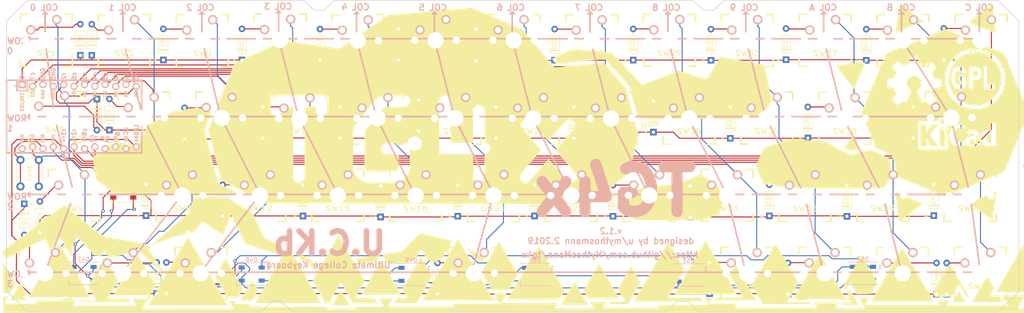
<source format=kicad_pcb>
(kicad_pcb (version 20171130) (host pcbnew "(5.0.2)-1")
  (layers (0 F.Cu signal) (31 B.Cu signal) (34 B.Paste user) (35 F.Paste user) (36 B.SilkS user hide) (37 F.SilkS user hide) (38 B.Mask user) (39 F.Mask user) (44 Edge.Cuts user))
  (net 0 "")
  (net 1 "Net-(D1-Pad1)")
  (net 2 "Net-(D1-Pad2)")
  (net 3 "Net-(D10-Pad1)")
  (net 4 "Net-(D2-Pad2)")
  (net 5 "Net-(D3-Pad2)")
  (net 6 "Net-(D11-Pad1)")
  (net 7 "Net-(D4-Pad2)")
  (net 8 "Net-(D12-Pad1)")
  (net 9 "Net-(D5-Pad2)")
  (net 10 "Net-(D6-Pad2)")
  (net 11 "Net-(D7-Pad2)")
  (net 12 "Net-(D8-Pad2)")
  (net 13 "Net-(D9-Pad2)")
  (net 14 "Net-(D10-Pad2)")
  (net 15 "Net-(D11-Pad2)")
  (net 16 "Net-(D12-Pad2)")
  (net 17 "Net-(D13-Pad2)")
  (net 18 "Net-(D14-Pad2)")
  (net 19 "Net-(D15-Pad2)")
  (net 20 "Net-(D16-Pad2)")
  (net 21 "Net-(D17-Pad2)")
  (net 22 "Net-(D18-Pad2)")
  (net 23 "Net-(D19-Pad2)")
  (net 24 "Net-(D20-Pad2)")
  (net 25 "Net-(D21-Pad2)")
  (net 26 "Net-(D22-Pad2)")
  (net 27 "Net-(D23-Pad2)")
  (net 28 "Net-(D24-Pad2)")
  (net 29 "Net-(D25-Pad2)")
  (net 30 "Net-(D26-Pad2)")
  (net 31 "Net-(D27-Pad2)")
  (net 32 "Net-(D28-Pad2)")
  (net 33 "Net-(D29-Pad2)")
  (net 34 "Net-(D30-Pad2)")
  (net 35 "Net-(D31-Pad2)")
  (net 36 "Net-(D32-Pad2)")
  (net 37 "Net-(D33-Pad2)")
  (net 38 "Net-(D34-Pad2)")
  (net 39 "Net-(D35-Pad2)")
  (net 40 "Net-(D36-Pad2)")
  (net 41 "Net-(D37-Pad2)")
  (net 42 "Net-(D38-Pad2)")
  (net 43 "Net-(D39-Pad2)")
  (net 44 "Net-(D40-Pad2)")
  (net 45 "Net-(D41-Pad2)")
  (net 46 "Net-(D42-Pad2)")
  (net 47 "Net-(D43-Pad2)")
  (net 48 "Net-(D44-Pad2)")
  (net 49 "Net-(D45-Pad2)")
  (net 50 "Net-(SW1-Pad1)")
  (net 51 "Net-(SW5-Pad1)")
  (net 52 "Net-(SW10-Pad1)")
  (net 53 "Net-(SW13-Pad1)")
  (net 54 "Net-(SW16-Pad1)")
  (net 55 "Net-(SW19-Pad1)")
  (net 56 "Net-(SW23-Pad1)")
  (net 57 "Net-(SW26-Pad1)")
  (net 58 "Net-(SW29-Pad1)")
  (net 59 "Net-(SW33-Pad1)")
  (net 60 "Net-(SW37-Pad1)")
  (net 61 "Net-(SW41-Pad1)")
  (net 62 "Net-(SW45-Pad1)")
  (net 63 "Net-(U1-Pad3)")
  (net 64 "Net-(U1-Pad4)")
  (net 65 "Net-(U1-Pad24)")
  (net 66 "Net-(D46-Pad3)")
  (net 67 "Net-(D46-Pad4)")
  (net 68 "Net-(D46-Pad2)")
  (net 69 "Net-(D46-Pad1)")
  (net 70 "Net-(SW46-Pad2)")
  (net 71 "Net-(D47-Pad2)")
  (net 72 "Net-(D48-Pad2)")
  (net 73 "Net-(D49-Pad2)")
  (net 74 "Net-(D50-Pad2)")
  (net 75 "Net-(D51-Pad2)")
  (net 76 "Net-(D52-Pad2)")
  (module Button_Switch_THT:SW_PUSH_6mm (layer F.Cu) (at 33.02 77.9145 270)
    (fp_text reference SW46 (at 3.25 2.286 270) (layer F.SilkS))
    (fp_text value SW_Push)
    (pad 2 thru_hole circle (at 0 4.5) (size 2 2) (drill 1.1) (layers *.Cu *.Mask) (net 70 "Net-(SW46-Pad2)"))
    (pad 1 thru_hole circle (at 0 0) (size 2 2) (drill 1.1) (layers *.Cu *.Mask) (net 66 "Net-(D46-Pad3)"))
    (pad 2 thru_hole circle (at 6.5 4.5) (size 2 2) (drill 1.1) (layers *.Cu *.Mask) (net 70 "Net-(SW46-Pad2)"))
    (pad 1 thru_hole circle (at 6.5 0) (size 2 2) (drill 1.1) (layers *.Cu *.Mask) (net 66 "Net-(D46-Pad3)"))
  )
  (module Keebio:ArduinoProMicro-ZigZag (layer B.Cu) (at 42.926 67.31)
    (fp_text reference U1 hide)
    (fp_text value ProMicro hide)
    (fp_text user D2 (at -11.43 -5.461 -90) (layer F.SilkS) (effects (font (size 0.8 0.8))))
    (fp_text user D0 (at -1.27 -5.461 -90) (layer F.SilkS) (effects (font (size 0.8 0.8))))
    (fp_text user D1 (at -3.81 -5.461 -90) (layer F.SilkS) (effects (font (size 0.8 0.8))))
    (fp_text user GND (at -6.35 -5.461 -90) (layer F.SilkS) (effects (font (size 0.8 0.8))))
    (fp_text user GND (at -8.89 -5.461 -90) (layer F.SilkS) (effects (font (size 0.8 0.8))))
    (fp_text user D4 (at 1.27 -5.461 -90) (layer F.SilkS) (effects (font (size 0.8 0.8))))
    (fp_text user C6 (at 3.81 -5.461 -90) (layer F.SilkS) (effects (font (size 0.8 0.8))))
    (fp_text user D7 (at 6.35 -5.461 -90) (layer F.SilkS) (effects (font (size 0.8 0.8))))
    (fp_text user E6 (at 8.89 -5.461 -90) (layer F.SilkS) (effects (font (size 0.8 0.8))))
    (fp_text user B4 (at 11.43 -5.461 -90) (layer F.SilkS) (effects (font (size 0.8 0.8))))
    (fp_text user B5 (at 13.97 -5.461 -90) (layer F.SilkS) (effects (font (size 0.8 0.8))))
    (fp_text user B6 (at 13.97 5.461 -90) (layer F.SilkS) (effects (font (size 0.8 0.8))))
    (fp_text user B2 (at 11.43 5.461 -90) (layer B.SilkS) (effects (font (size 0.8 0.8)) (justify mirror)))
    (fp_text user B3 (at 8.89 5.461 -90) (layer F.SilkS) (effects (font (size 0.8 0.8))))
    (fp_text user B1 (at 6.35 5.461 -90) (layer F.SilkS) (effects (font (size 0.8 0.8))))
    (fp_text user F7 (at 4.318 5.461 -90) (layer B.SilkS) (effects (font (size 0.8 0.8)) (justify mirror)))
    (fp_text user F6 (at 1.27 5.461 -90) (layer B.SilkS) (effects (font (size 0.8 0.8)) (justify mirror)))
    (fp_text user F5 (at -1.27 5.461 -90) (layer B.SilkS) (effects (font (size 0.8 0.8)) (justify mirror)))
    (fp_text user F4 (at -3.81 5.461 -90) (layer F.SilkS) (effects (font (size 0.8 0.8))))
    (fp_text user VCC (at -6.35 5.461 -90) (layer F.SilkS) (effects (font (size 0.8 0.8))))
    (fp_text user GND (at -11.43 5.461 -90) (layer F.SilkS) (effects (font (size 0.8 0.8))))
    (fp_text user RAW (at -13.97 5.461 -90) (layer F.SilkS) (effects (font (size 0.8 0.8))))
    (fp_text user RAW (at -13.97 5.461 -90) (layer B.SilkS) (effects (font (size 0.8 0.8)) (justify mirror)))
    (fp_text user GND (at -11.43 5.461 -90) (layer B.SilkS) (effects (font (size 0.8 0.8)) (justify mirror)))
    (fp_text user ST (at -8.92 5.73312 -90) (layer B.SilkS) (effects (font (size 0.8 0.8)) (justify mirror)))
    (fp_text user VCC (at -6.35 5.461 -90) (layer B.SilkS) (effects (font (size 0.8 0.8)) (justify mirror)))
    (fp_text user F4 (at -3.81 5.461 -90) (layer B.SilkS) (effects (font (size 0.8 0.8)) (justify mirror)))
    (fp_text user F5 (at -1.27 5.461 -90) (layer F.SilkS) (effects (font (size 0.8 0.8))))
    (fp_text user F6 (at 1.27 5.461 -90) (layer F.SilkS) (effects (font (size 0.8 0.8))))
    (fp_text user F7 (at 3.81 5.461 -90) (layer F.SilkS) (effects (font (size 0.8 0.8))))
    (fp_text user B1 (at 5.588 5.461 -90) (layer B.SilkS) (effects (font (size 0.8 0.8)) (justify mirror)))
    (fp_text user B3 (at 8.89 5.461 -90) (layer B.SilkS) (effects (font (size 0.8 0.8)) (justify mirror)))
    (fp_text user B2 (at 11.43 5.461 -90) (layer F.SilkS) (effects (font (size 0.8 0.8))))
    (fp_text user B6 (at 13.97 5.461 -90) (layer B.SilkS) (effects (font (size 0.8 0.8)) (justify mirror)))
    (fp_text user B5 (at 13.97 -5.461 -90) (layer B.SilkS) (effects (font (size 0.8 0.8)) (justify mirror)))
    (fp_text user B4 (at 11.43 -5.461 -90) (layer B.SilkS) (effects (font (size 0.8 0.8)) (justify mirror)))
    (fp_text user E6 (at 8.89 -5.461 -90) (layer B.SilkS) (effects (font (size 0.8 0.8)) (justify mirror)))
    (fp_text user D7 (at 6.35 -5.461 -90) (layer B.SilkS) (effects (font (size 0.8 0.8)) (justify mirror)))
    (fp_text user C6 (at 3.81 -5.461 -90) (layer B.SilkS) (effects (font (size 0.8 0.8)) (justify mirror)))
    (fp_text user D4 (at 1.27 -5.461 -90) (layer B.SilkS) (effects (font (size 0.8 0.8)) (justify mirror)))
    (fp_text user GND (at -8.89 -5.461 -90) (layer B.SilkS) (effects (font (size 0.8 0.8)) (justify mirror)))
    (fp_text user GND (at -6.35 -5.461 -90) (layer B.SilkS) (effects (font (size 0.8 0.8)) (justify mirror)))
    (fp_text user D1 (at -3.81 -5.461 -90) (layer B.SilkS) (effects (font (size 0.8 0.8)) (justify mirror)))
    (fp_text user D0 (at -1.27 -5.461 -90) (layer B.SilkS) (effects (font (size 0.8 0.8)) (justify mirror)))
    (fp_text user D2 (at -11.43 -5.461 -90) (layer B.SilkS) (effects (font (size 0.8 0.8)) (justify mirror)))
    (fp_text user TX0/D3 (at -13.97 -3.571872 -90) (layer F.SilkS) (effects (font (size 0.8 0.8))))
    (fp_text user TX0/D3 (at -13.97 -3.571872 -90) (layer B.SilkS) (effects (font (size 0.8 0.8)) (justify mirror)))
    (fp_text user ST (at -8.91 5.04 -90) (layer F.SilkS) (effects (font (size 0.8 0.8))))
    (pad 1 thru_hole rect (at -13.97 -7.8486) (size 1.7526 1.7526) (drill 1.0922) (layers *.Cu *.SilkS *.Mask) (net 1 "Net-(D1-Pad1)"))
    (pad 2 thru_hole circle (at -11.43 -7.3914) (size 1.7526 1.7526) (drill 1.0922) (layers *.Cu *.SilkS *.Mask) (net 57 "Net-(SW26-Pad1)"))
    (pad 3 thru_hole circle (at -8.89 -7.8486) (size 1.7526 1.7526) (drill 1.0922) (layers *.Cu *.SilkS *.Mask) (net 63 "Net-(U1-Pad3)"))
    (pad 4 thru_hole circle (at -6.35 -7.3914) (size 1.7526 1.7526) (drill 1.0922) (layers *.Cu *.SilkS *.Mask) (net 64 "Net-(U1-Pad4)"))
    (pad 5 thru_hole circle (at -3.81 -7.8486) (size 1.7526 1.7526) (drill 1.0922) (layers *.Cu *.SilkS *.Mask) (net 6 "Net-(D11-Pad1)"))
    (pad 6 thru_hole circle (at -1.27 -7.3914) (size 1.7526 1.7526) (drill 1.0922) (layers *.Cu *.SilkS *.Mask) (net 56 "Net-(SW23-Pad1)"))
    (pad 7 thru_hole circle (at 1.27 -7.8486) (size 1.7526 1.7526) (drill 1.0922) (layers *.Cu *.SilkS *.Mask) (net 55 "Net-(SW19-Pad1)"))
    (pad 8 thru_hole circle (at 3.81 -7.3914) (size 1.7526 1.7526) (drill 1.0922) (layers *.Cu *.SilkS *.Mask) (net 54 "Net-(SW16-Pad1)"))
    (pad 9 thru_hole circle (at 6.35 -7.8486) (size 1.7526 1.7526) (drill 1.0922) (layers *.Cu *.SilkS *.Mask) (net 53 "Net-(SW13-Pad1)"))
    (pad 10 thru_hole circle (at 8.89 -7.3914) (size 1.7526 1.7526) (drill 1.0922) (layers *.Cu *.SilkS *.Mask) (net 52 "Net-(SW10-Pad1)"))
    (pad 11 thru_hole circle (at 11.43 -7.8486) (size 1.7526 1.7526) (drill 1.0922) (layers *.Cu *.SilkS *.Mask) (net 51 "Net-(SW5-Pad1)"))
    (pad 13 thru_hole circle (at 13.97 7.3914) (size 1.7526 1.7526) (drill 1.0922) (layers *.Cu *.SilkS *.Mask) (net 67 "Net-(D46-Pad4)"))
    (pad 14 thru_hole circle (at 11.43 7.8486) (size 1.7526 1.7526) (drill 1.0922) (layers *.Cu *.SilkS *.Mask) (net 62 "Net-(SW45-Pad1)"))
    (pad 15 thru_hole circle (at 8.89 7.3914) (size 1.7526 1.7526) (drill 1.0922) (layers *.Cu *.SilkS *.Mask) (net 61 "Net-(SW41-Pad1)"))
    (pad 16 thru_hole circle (at 6.35 7.8486) (size 1.7526 1.7526) (drill 1.0922) (layers *.Cu *.SilkS *.Mask) (net 60 "Net-(SW37-Pad1)"))
    (pad 17 thru_hole circle (at 3.81 7.3914) (size 1.7526 1.7526) (drill 1.0922) (layers *.Cu *.SilkS *.Mask) (net 59 "Net-(SW33-Pad1)"))
    (pad 18 thru_hole circle (at 1.27 7.8486) (size 1.7526 1.7526) (drill 1.0922) (layers *.Cu *.SilkS *.Mask) (net 58 "Net-(SW29-Pad1)"))
    (pad 19 thru_hole circle (at -1.27 7.3914) (size 1.7526 1.7526) (drill 1.0922) (layers *.Cu *.SilkS *.Mask) (net 8 "Net-(D12-Pad1)"))
    (pad 20 thru_hole circle (at -3.81 7.8486) (size 1.7526 1.7526) (drill 1.0922) (layers *.Cu *.SilkS *.Mask) (net 3 "Net-(D10-Pad1)"))
    (pad 21 thru_hole circle (at -6.35 7.3914) (size 1.7526 1.7526) (drill 1.0922) (layers *.Cu *.SilkS *.Mask) (net 69 "Net-(D46-Pad1)"))
    (pad 22 thru_hole circle (at -8.89 7.8486) (size 1.7526 1.7526) (drill 1.0922) (layers *.Cu *.SilkS *.Mask) (net 70 "Net-(SW46-Pad2)"))
    (pad 23 thru_hole circle (at -11.43 7.3914) (size 1.7526 1.7526) (drill 1.0922) (layers *.Cu *.SilkS *.Mask) (net 66 "Net-(D46-Pad3)"))
    (pad 12 thru_hole circle (at 13.97 -7.3914) (size 1.7526 1.7526) (drill 1.0922) (layers *.Cu *.SilkS *.Mask) (net 50 "Net-(SW1-Pad1)"))
    (pad 24 thru_hole circle (at -13.97 7.8486) (size 1.7526 1.7526) (drill 1.0922) (layers *.Cu *.SilkS *.Mask) (net 65 "Net-(U1-Pad24)"))
  )
  (module Keebio:MX_PCB_100H (layer F.Cu) (at 139.446 105.664)
    (fp_text reference SW22 (at 0 3.175) (layer F.SilkS) (effects (font (size 1.27 1.524) (thickness 0.2032))))
    (fp_text value SW_Push hide)
    (pad 1 thru_hole circle (at 2.54 -5.08) (size 2.286 2.286) (drill 1.4986) (layers *.Cu *.SilkS *.Mask) (net 55 "Net-(SW19-Pad1)"))
    (pad 2 thru_hole circle (at -3.81 -2.54) (size 2.286 2.286) (drill 1.4986) (layers *.Cu *.SilkS *.Mask) (net 26 "Net-(D22-Pad2)"))
    (pad HOLE np_thru_hole circle (at 0 0) (size 3.9878 3.9878) (drill 3.9878) (layers *.Cu))
    (pad HOLE np_thru_hole circle (at -5.08 0) (size 1.8 1.8) (drill 1.8) (layers *.Cu))
    (pad HOLE np_thru_hole circle (at 5.08 0) (size 1.8 1.8) (drill 1.8) (layers *.Cu))
  )
  (module Keebio:MX_PCB_100H (layer F.Cu) (at 77.7748 67.6402)
    (fp_text reference SW11 (at 0 3.175) (layer F.SilkS) (effects (font (size 1.27 1.524) (thickness 0.2032))))
    (fp_text value SW_Push hide)
    (pad 1 thru_hole circle (at 2.54 -5.08) (size 2.286 2.286) (drill 1.4986) (layers *.Cu *.SilkS *.Mask) (net 52 "Net-(SW10-Pad1)"))
    (pad 2 thru_hole circle (at -3.81 -2.54) (size 2.286 2.286) (drill 1.4986) (layers *.Cu *.SilkS *.Mask) (net 15 "Net-(D11-Pad2)"))
    (pad HOLE np_thru_hole circle (at 0 0) (size 3.9878 3.9878) (drill 3.9878) (layers *.Cu))
    (pad HOLE np_thru_hole circle (at -5.08 0) (size 1.8 1.8) (drill 1.8) (layers *.Cu))
    (pad HOLE np_thru_hole circle (at 5.08 0) (size 1.8 1.8) (drill 1.8) (layers *.Cu))
  )
  (module Keebio:MX_PCB_100H (layer F.Cu) (at 68.072 86.614)
    (fp_text reference SW8 (at 0 3.175) (layer F.SilkS) (effects (font (size 1.27 1.524) (thickness 0.2032))))
    (fp_text value SW_Push hide)
    (pad 1 thru_hole circle (at 2.54 -5.08) (size 2.286 2.286) (drill 1.4986) (layers *.Cu *.SilkS *.Mask) (net 51 "Net-(SW5-Pad1)"))
    (pad 2 thru_hole circle (at -3.81 -2.54) (size 2.286 2.286) (drill 1.4986) (layers *.Cu *.SilkS *.Mask) (net 12 "Net-(D8-Pad2)"))
    (pad HOLE np_thru_hole circle (at 0 0) (size 3.9878 3.9878) (drill 3.9878) (layers *.Cu))
    (pad HOLE np_thru_hole circle (at -5.08 0) (size 1.8 1.8) (drill 1.8) (layers *.Cu))
    (pad HOLE np_thru_hole circle (at 5.08 0) (size 1.8 1.8) (drill 1.8) (layers *.Cu))
  )
  (module Keebio:MX_PCB_100H (layer F.Cu) (at 58.6994 67.6402)
    (fp_text reference SW7 (at 0 3.175) (layer F.SilkS) (effects (font (size 1.27 1.524) (thickness 0.2032))))
    (fp_text value SW_Push hide)
    (pad 1 thru_hole circle (at 2.54 -5.08) (size 2.286 2.286) (drill 1.4986) (layers *.Cu *.SilkS *.Mask) (net 51 "Net-(SW5-Pad1)"))
    (pad 2 thru_hole circle (at -3.81 -2.54) (size 2.286 2.286) (drill 1.4986) (layers *.Cu *.SilkS *.Mask) (net 11 "Net-(D7-Pad2)"))
    (pad HOLE np_thru_hole circle (at 0 0) (size 3.9878 3.9878) (drill 3.9878) (layers *.Cu))
    (pad HOLE np_thru_hole circle (at -5.08 0) (size 1.8 1.8) (drill 1.8) (layers *.Cu))
    (pad HOLE np_thru_hole circle (at 5.08 0) (size 1.8 1.8) (drill 1.8) (layers *.Cu))
  )
  (module Keebio:MX_PCB_125H (layer F.Cu) (at 260.858 86.614)
    (fp_text reference SW43 (at 0 3.175) (layer F.SilkS) (effects (font (size 1.27 1.524) (thickness 0.2032))))
    (fp_text value SW_Push hide)
    (pad 1 thru_hole circle (at 2.54 -5.08) (size 2.286 2.286) (drill 1.4986) (layers *.Cu *.SilkS *.Mask) (net 61 "Net-(SW41-Pad1)"))
    (pad 2 thru_hole circle (at -3.81 -2.54) (size 2.286 2.286) (drill 1.4986) (layers *.Cu *.SilkS *.Mask) (net 47 "Net-(D43-Pad2)"))
    (pad HOLE np_thru_hole circle (at 0 0) (size 3.9878 3.9878) (drill 3.9878) (layers *.Cu))
    (pad HOLE np_thru_hole circle (at -5.08 0) (size 1.8 1.8) (drill 1.8) (layers *.Cu))
    (pad HOLE np_thru_hole circle (at 5.08 0) (size 1.8 1.8) (drill 1.8) (layers *.Cu))
  )
  (module Keebio:MX_PCB_175H (layer F.Cu) (at 256.286 67.564)
    (fp_text reference SW42 (at 0 3.175) (layer F.SilkS) (effects (font (size 1.27 1.524) (thickness 0.2032))))
    (fp_text value SW_Push hide)
    (pad 1 thru_hole circle (at 2.54 -5.08) (size 2.286 2.286) (drill 1.4986) (layers *.Cu *.SilkS *.Mask) (net 61 "Net-(SW41-Pad1)"))
    (pad 2 thru_hole circle (at -3.81 -2.54) (size 2.286 2.286) (drill 1.4986) (layers *.Cu *.SilkS *.Mask) (net 46 "Net-(D42-Pad2)"))
    (pad HOLE np_thru_hole circle (at 0 0) (size 3.9878 3.9878) (drill 3.9878) (layers *.Cu))
    (pad HOLE np_thru_hole circle (at -5.08 0) (size 1.8 1.8) (drill 1.8) (layers *.Cu))
    (pad HOLE np_thru_hole circle (at 5.08 0) (size 1.8 1.8) (drill 1.8) (layers *.Cu))
  )
  (module Keebio:MX_PCB_125H (layer F.Cu) (at 36.83 67.31)
    (fp_text reference SW3 (at 0 3.175) (layer F.SilkS) (effects (font (size 1.27 1.524) (thickness 0.2032))))
    (fp_text value SW_Push hide)
    (pad 1 thru_hole circle (at 2.54 -5.08) (size 2.286 2.286) (drill 1.4986) (layers *.Cu *.SilkS *.Mask) (net 50 "Net-(SW1-Pad1)"))
    (pad 2 thru_hole circle (at -3.81 -2.54) (size 2.286 2.286) (drill 1.4986) (layers *.Cu *.SilkS *.Mask) (net 5 "Net-(D3-Pad2)"))
    (pad HOLE np_thru_hole circle (at 0 0) (size 3.9878 3.9878) (drill 3.9878) (layers *.Cu))
    (pad HOLE np_thru_hole circle (at -5.08 0) (size 1.8 1.8) (drill 1.8) (layers *.Cu))
    (pad HOLE np_thru_hole circle (at 5.08 0) (size 1.8 1.8) (drill 1.8) (layers *.Cu))
  )
  (module Keebio:MX_PCB_175H (layer F.Cu) (at 41.656 86.614)
    (fp_text reference SW4 (at 0 3.175) (layer F.SilkS) (effects (font (size 1.27 1.524) (thickness 0.2032))))
    (fp_text value SW_Push hide)
    (pad HOLE np_thru_hole circle (at 5.08 0) (size 1.8 1.8) (drill 1.8) (layers *.Cu))
    (pad HOLE np_thru_hole circle (at -5.08 0) (size 1.8 1.8) (drill 1.8) (layers *.Cu))
    (pad HOLE np_thru_hole circle (at 0 0) (size 3.9878 3.9878) (drill 3.9878) (layers *.Cu))
    (pad 2 thru_hole circle (at -3.81 -2.54) (size 2.286 2.286) (drill 1.4986) (layers *.Cu *.SilkS *.Mask) (net 7 "Net-(D4-Pad2)"))
    (pad 1 thru_hole circle (at 2.54 -5.08) (size 2.286 2.286) (drill 1.4986) (layers *.Cu *.SilkS *.Mask) (net 50 "Net-(SW1-Pad1)"))
  )
  (module Keebio:MX_PCB_100H (layer F.Cu) (at 192.1002 67.7418)
    (fp_text reference SW30 (at 0 3.175) (layer F.SilkS) (effects (font (size 1.27 1.524) (thickness 0.2032))))
    (fp_text value SW_Push hide)
    (pad 1 thru_hole circle (at 2.54 -5.08) (size 2.286 2.286) (drill 1.4986) (layers *.Cu *.SilkS *.Mask) (net 58 "Net-(SW29-Pad1)"))
    (pad 2 thru_hole circle (at -3.81 -2.54) (size 2.286 2.286) (drill 1.4986) (layers *.Cu *.SilkS *.Mask) (net 34 "Net-(D30-Pad2)"))
    (pad HOLE np_thru_hole circle (at 0 0) (size 3.9878 3.9878) (drill 3.9878) (layers *.Cu))
    (pad HOLE np_thru_hole circle (at -5.08 0) (size 1.8 1.8) (drill 1.8) (layers *.Cu))
    (pad HOLE np_thru_hole circle (at 5.08 0) (size 1.8 1.8) (drill 1.8) (layers *.Cu))
  )
  (module Keebio:MX_PCB_100H (layer F.Cu) (at 87.122 86.614)
    (fp_text reference SW12 (at 0 3.175) (layer F.SilkS) (effects (font (size 1.27 1.524) (thickness 0.2032))))
    (fp_text value SW_Push hide)
    (pad 1 thru_hole circle (at 2.54 -5.08) (size 2.286 2.286) (drill 1.4986) (layers *.Cu *.SilkS *.Mask) (net 52 "Net-(SW10-Pad1)"))
    (pad 2 thru_hole circle (at -3.81 -2.54) (size 2.286 2.286) (drill 1.4986) (layers *.Cu *.SilkS *.Mask) (net 16 "Net-(D12-Pad2)"))
    (pad HOLE np_thru_hole circle (at 0 0) (size 3.9878 3.9878) (drill 3.9878) (layers *.Cu))
    (pad HOLE np_thru_hole circle (at -5.08 0) (size 1.8 1.8) (drill 1.8) (layers *.Cu))
    (pad HOLE np_thru_hole circle (at 5.08 0) (size 1.8 1.8) (drill 1.8) (layers *.Cu))
  )
  (module Keebio:MX_PCB_100H (layer F.Cu) (at 230.2002 67.7418)
    (fp_text reference SW38 (at 0 3.175) (layer F.SilkS) (effects (font (size 1.27 1.524) (thickness 0.2032))))
    (fp_text value SW_Push hide)
    (pad 1 thru_hole circle (at 2.54 -5.08) (size 2.286 2.286) (drill 1.4986) (layers *.Cu *.SilkS *.Mask) (net 60 "Net-(SW37-Pad1)"))
    (pad 2 thru_hole circle (at -3.81 -2.54) (size 2.286 2.286) (drill 1.4986) (layers *.Cu *.SilkS *.Mask) (net 42 "Net-(D38-Pad2)"))
    (pad HOLE np_thru_hole circle (at 0 0) (size 3.9878 3.9878) (drill 3.9878) (layers *.Cu))
    (pad HOLE np_thru_hole circle (at -5.08 0) (size 1.8 1.8) (drill 1.8) (layers *.Cu))
    (pad HOLE np_thru_hole circle (at 5.08 0) (size 1.8 1.8) (drill 1.8) (layers *.Cu))
  )
  (module Keebio:MX_PCB_100H (layer F.Cu) (at 34.544 105.664)
    (fp_text reference SW2 (at 0 3.175) (layer F.SilkS) (effects (font (size 1.27 1.524) (thickness 0.2032))))
    (fp_text value SW_Push hide)
    (pad 1 thru_hole circle (at 2.54 -5.08) (size 2.286 2.286) (drill 1.4986) (layers *.Cu *.SilkS *.Mask) (net 50 "Net-(SW1-Pad1)"))
    (pad 2 thru_hole circle (at -3.81 -2.54) (size 2.286 2.286) (drill 1.4986) (layers *.Cu *.SilkS *.Mask) (net 4 "Net-(D2-Pad2)"))
    (pad HOLE np_thru_hole circle (at 0 0) (size 3.9878 3.9878) (drill 3.9878) (layers *.Cu))
    (pad HOLE np_thru_hole circle (at -5.08 0) (size 1.8 1.8) (drill 1.8) (layers *.Cu))
    (pad HOLE np_thru_hole circle (at 5.08 0) (size 1.8 1.8) (drill 1.8) (layers *.Cu))
  )
  (module Keebio:MX_PCB_100H (layer F.Cu) (at 225.425 48.6664)
    (fp_text reference SW37 (at 0 3.175) (layer F.SilkS) (effects (font (size 1.27 1.524) (thickness 0.2032))))
    (fp_text value SW_Push hide)
    (pad 1 thru_hole circle (at 2.54 -5.08) (size 2.286 2.286) (drill 1.4986) (layers *.Cu *.SilkS *.Mask) (net 60 "Net-(SW37-Pad1)"))
    (pad 2 thru_hole circle (at -3.81 -2.54) (size 2.286 2.286) (drill 1.4986) (layers *.Cu *.SilkS *.Mask) (net 41 "Net-(D37-Pad2)"))
    (pad HOLE np_thru_hole circle (at 0 0) (size 3.9878 3.9878) (drill 3.9878) (layers *.Cu))
    (pad HOLE np_thru_hole circle (at -5.08 0) (size 1.8 1.8) (drill 1.8) (layers *.Cu))
    (pad HOLE np_thru_hole circle (at 5.08 0) (size 1.8 1.8) (drill 1.8) (layers *.Cu))
  )
  (module Keebio:MX_PCB_100H (layer F.Cu) (at 134.9248 67.7164)
    (fp_text reference SW20 (at 0 3.175) (layer F.SilkS) (effects (font (size 1.27 1.524) (thickness 0.2032))))
    (fp_text value SW_Push hide)
    (pad 1 thru_hole circle (at 2.54 -5.08) (size 2.286 2.286) (drill 1.4986) (layers *.Cu *.SilkS *.Mask) (net 55 "Net-(SW19-Pad1)"))
    (pad 2 thru_hole circle (at -3.81 -2.54) (size 2.286 2.286) (drill 1.4986) (layers *.Cu *.SilkS *.Mask) (net 24 "Net-(D20-Pad2)"))
    (pad HOLE np_thru_hole circle (at 0 0) (size 3.9878 3.9878) (drill 3.9878) (layers *.Cu))
    (pad HOLE np_thru_hole circle (at -5.08 0) (size 1.8 1.8) (drill 1.8) (layers *.Cu))
    (pad HOLE np_thru_hole circle (at 5.08 0) (size 1.8 1.8) (drill 1.8) (layers *.Cu))
  )
  (module Keebio:MX_PCB_100H (layer F.Cu) (at 106.172 86.614)
    (fp_text reference SW15 (at 0 3.175) (layer F.SilkS) (effects (font (size 1.27 1.524) (thickness 0.2032))))
    (fp_text value SW_Push hide)
    (pad 1 thru_hole circle (at 2.54 -5.08) (size 2.286 2.286) (drill 1.4986) (layers *.Cu *.SilkS *.Mask) (net 53 "Net-(SW13-Pad1)"))
    (pad 2 thru_hole circle (at -3.81 -2.54) (size 2.286 2.286) (drill 1.4986) (layers *.Cu *.SilkS *.Mask) (net 19 "Net-(D15-Pad2)"))
    (pad HOLE np_thru_hole circle (at 0 0) (size 3.9878 3.9878) (drill 3.9878) (layers *.Cu))
    (pad HOLE np_thru_hole circle (at -5.08 0) (size 1.8 1.8) (drill 1.8) (layers *.Cu))
    (pad HOLE np_thru_hole circle (at 5.08 0) (size 1.8 1.8) (drill 1.8) (layers *.Cu))
  )
  (module Keebio:MX_PCB_100H (layer F.Cu) (at 96.8248 67.7926)
    (fp_text reference SW14 (at 0 3.175) (layer F.SilkS) (effects (font (size 1.27 1.524) (thickness 0.2032))))
    (fp_text value SW_Push hide)
    (pad 1 thru_hole circle (at 2.54 -5.08) (size 2.286 2.286) (drill 1.4986) (layers *.Cu *.SilkS *.Mask) (net 53 "Net-(SW13-Pad1)"))
    (pad 2 thru_hole circle (at -3.81 -2.54) (size 2.286 2.286) (drill 1.4986) (layers *.Cu *.SilkS *.Mask) (net 18 "Net-(D14-Pad2)"))
    (pad HOLE np_thru_hole circle (at 0 0) (size 3.9878 3.9878) (drill 3.9878) (layers *.Cu))
    (pad HOLE np_thru_hole circle (at -5.08 0) (size 1.8 1.8) (drill 1.8) (layers *.Cu))
    (pad HOLE np_thru_hole circle (at 5.08 0) (size 1.8 1.8) (drill 1.8) (layers *.Cu))
  )
  (module Keebio:MX_PCB_100H (layer F.Cu) (at 125.222 86.614)
    (fp_text reference SW18 (at 0 3.175) (layer F.SilkS) (effects (font (size 1.27 1.524) (thickness 0.2032))))
    (fp_text value SW_Push hide)
    (pad 1 thru_hole circle (at 2.54 -5.08) (size 2.286 2.286) (drill 1.4986) (layers *.Cu *.SilkS *.Mask) (net 54 "Net-(SW16-Pad1)"))
    (pad 2 thru_hole circle (at -3.81 -2.54) (size 2.286 2.286) (drill 1.4986) (layers *.Cu *.SilkS *.Mask) (net 22 "Net-(D18-Pad2)"))
    (pad HOLE np_thru_hole circle (at 0 0) (size 3.9878 3.9878) (drill 3.9878) (layers *.Cu))
    (pad HOLE np_thru_hole circle (at -5.08 0) (size 1.8 1.8) (drill 1.8) (layers *.Cu))
    (pad HOLE np_thru_hole circle (at 5.08 0) (size 1.8 1.8) (drill 1.8) (layers *.Cu))
  )
  (module Keebio:MX_PCB_100H (layer F.Cu) (at 144.272 86.614)
    (fp_text reference SW21 (at 0 3.175) (layer F.SilkS) (effects (font (size 1.27 1.524) (thickness 0.2032))))
    (fp_text value SW_Push hide)
    (pad 1 thru_hole circle (at 2.54 -5.08) (size 2.286 2.286) (drill 1.4986) (layers *.Cu *.SilkS *.Mask) (net 55 "Net-(SW19-Pad1)"))
    (pad 2 thru_hole circle (at -3.81 -2.54) (size 2.286 2.286) (drill 1.4986) (layers *.Cu *.SilkS *.Mask) (net 25 "Net-(D21-Pad2)"))
    (pad HOLE np_thru_hole circle (at 0 0) (size 3.9878 3.9878) (drill 3.9878) (layers *.Cu))
    (pad HOLE np_thru_hole circle (at -5.08 0) (size 1.8 1.8) (drill 1.8) (layers *.Cu))
    (pad HOLE np_thru_hole circle (at 5.08 0) (size 1.8 1.8) (drill 1.8) (layers *.Cu))
  )
  (module Keebio:MX_PCB_100H (layer F.Cu) (at 225.298 105.664)
    (fp_text reference SW36 (at 0 3.175) (layer F.SilkS) (effects (font (size 1.27 1.524) (thickness 0.2032))))
    (fp_text value SW_Push hide)
    (pad 1 thru_hole circle (at 2.54 -5.08) (size 2.286 2.286) (drill 1.4986) (layers *.Cu *.SilkS *.Mask) (net 59 "Net-(SW33-Pad1)"))
    (pad 2 thru_hole circle (at -3.81 -2.54) (size 2.286 2.286) (drill 1.4986) (layers *.Cu *.SilkS *.Mask) (net 40 "Net-(D36-Pad2)"))
    (pad HOLE np_thru_hole circle (at 0 0) (size 3.9878 3.9878) (drill 3.9878) (layers *.Cu))
    (pad HOLE np_thru_hole circle (at -5.08 0) (size 1.8 1.8) (drill 1.8) (layers *.Cu))
    (pad HOLE np_thru_hole circle (at 5.08 0) (size 1.8 1.8) (drill 1.8) (layers *.Cu))
  )
  (module Keebio:MX_PCB_100H (layer F.Cu) (at 130.0988 48.641)
    (fp_text reference SW19 (at 0 3.175) (layer F.SilkS) (effects (font (size 1.27 1.524) (thickness 0.2032))))
    (fp_text value SW_Push hide)
    (pad 1 thru_hole circle (at 2.54 -5.08) (size 2.286 2.286) (drill 1.4986) (layers *.Cu *.SilkS *.Mask) (net 55 "Net-(SW19-Pad1)"))
    (pad 2 thru_hole circle (at -3.81 -2.54) (size 2.286 2.286) (drill 1.4986) (layers *.Cu *.SilkS *.Mask) (net 23 "Net-(D19-Pad2)"))
    (pad HOLE np_thru_hole circle (at 0 0) (size 3.9878 3.9878) (drill 3.9878) (layers *.Cu))
    (pad HOLE np_thru_hole circle (at -5.08 0) (size 1.8 1.8) (drill 1.8) (layers *.Cu))
    (pad HOLE np_thru_hole circle (at 5.08 0) (size 1.8 1.8) (drill 1.8) (layers *.Cu))
  )
  (module Keebio:MX_PCB_100H (layer F.Cu) (at 173.0248 67.7672)
    (fp_text reference SW27 (at 0 3.175) (layer F.SilkS) (effects (font (size 1.27 1.524) (thickness 0.2032))))
    (fp_text value SW_Push hide)
    (pad 1 thru_hole circle (at 2.54 -5.08) (size 2.286 2.286) (drill 1.4986) (layers *.Cu *.SilkS *.Mask) (net 57 "Net-(SW26-Pad1)"))
    (pad 2 thru_hole circle (at -3.81 -2.54) (size 2.286 2.286) (drill 1.4986) (layers *.Cu *.SilkS *.Mask) (net 31 "Net-(D27-Pad2)"))
    (pad HOLE np_thru_hole circle (at 0 0) (size 3.9878 3.9878) (drill 3.9878) (layers *.Cu))
    (pad HOLE np_thru_hole circle (at -5.08 0) (size 1.8 1.8) (drill 1.8) (layers *.Cu))
    (pad HOLE np_thru_hole circle (at 5.08 0) (size 1.8 1.8) (drill 1.8) (layers *.Cu))
  )
  (module Keebio:MX_PCB_100H (layer F.Cu) (at 244.348 105.664)
    (fp_text reference SW40 (at 0 3.175) (layer F.SilkS) (effects (font (size 1.27 1.524) (thickness 0.2032))))
    (fp_text value SW_Push hide)
    (pad 1 thru_hole circle (at 2.54 -5.08) (size 2.286 2.286) (drill 1.4986) (layers *.Cu *.SilkS *.Mask) (net 60 "Net-(SW37-Pad1)"))
    (pad 2 thru_hole circle (at -3.81 -2.54) (size 2.286 2.286) (drill 1.4986) (layers *.Cu *.SilkS *.Mask) (net 44 "Net-(D40-Pad2)"))
    (pad HOLE np_thru_hole circle (at 0 0) (size 3.9878 3.9878) (drill 3.9878) (layers *.Cu))
    (pad HOLE np_thru_hole circle (at -5.08 0) (size 1.8 1.8) (drill 1.8) (layers *.Cu))
    (pad HOLE np_thru_hole circle (at 5.08 0) (size 1.8 1.8) (drill 1.8) (layers *.Cu))
  )
  (module Keebio:MX_PCB_100H (layer F.Cu) (at 206.375 48.6664)
    (fp_text reference SW33 (at 0 3.175) (layer F.SilkS) (effects (font (size 1.27 1.524) (thickness 0.2032))))
    (fp_text value SW_Push hide)
    (pad 1 thru_hole circle (at 2.54 -5.08) (size 2.286 2.286) (drill 1.4986) (layers *.Cu *.SilkS *.Mask) (net 59 "Net-(SW33-Pad1)"))
    (pad 2 thru_hole circle (at -3.81 -2.54) (size 2.286 2.286) (drill 1.4986) (layers *.Cu *.SilkS *.Mask) (net 37 "Net-(D33-Pad2)"))
    (pad HOLE np_thru_hole circle (at 0 0) (size 3.9878 3.9878) (drill 3.9878) (layers *.Cu))
    (pad HOLE np_thru_hole circle (at -5.08 0) (size 1.8 1.8) (drill 1.8) (layers *.Cu))
    (pad HOLE np_thru_hole circle (at 5.08 0) (size 1.8 1.8) (drill 1.8) (layers *.Cu))
  )
  (module Keebio:MX_PCB_100H (layer F.Cu) (at 73.025 48.6918)
    (fp_text reference SW9 (at 0 3.175) (layer F.SilkS) (effects (font (size 1.27 1.524) (thickness 0.2032))))
    (fp_text value SW_Push hide)
    (pad 1 thru_hole circle (at 2.54 -5.08) (size 2.286 2.286) (drill 1.4986) (layers *.Cu *.SilkS *.Mask) (net 52 "Net-(SW10-Pad1)"))
    (pad 2 thru_hole circle (at -3.81 -2.54) (size 2.286 2.286) (drill 1.4986) (layers *.Cu *.SilkS *.Mask) (net 13 "Net-(D9-Pad2)"))
    (pad HOLE np_thru_hole circle (at 0 0) (size 3.9878 3.9878) (drill 3.9878) (layers *.Cu))
    (pad HOLE np_thru_hole circle (at -5.08 0) (size 1.8 1.8) (drill 1.8) (layers *.Cu))
    (pad HOLE np_thru_hole circle (at 5.08 0) (size 1.8 1.8) (drill 1.8) (layers *.Cu))
  )
  (module Keebio:MX_PCB_100H (layer F.Cu) (at 206.248 105.664)
    (fp_text reference SW32 (at 0 3.175) (layer F.SilkS) (effects (font (size 1.27 1.524) (thickness 0.2032))))
    (fp_text value SW_Push hide)
    (pad 1 thru_hole circle (at 2.54 -5.08) (size 2.286 2.286) (drill 1.4986) (layers *.Cu *.SilkS *.Mask) (net 58 "Net-(SW29-Pad1)"))
    (pad 2 thru_hole circle (at -3.81 -2.54) (size 2.286 2.286) (drill 1.4986) (layers *.Cu *.SilkS *.Mask) (net 36 "Net-(D32-Pad2)"))
    (pad HOLE np_thru_hole circle (at 0 0) (size 3.9878 3.9878) (drill 3.9878) (layers *.Cu))
    (pad HOLE np_thru_hole circle (at -5.08 0) (size 1.8 1.8) (drill 1.8) (layers *.Cu))
    (pad HOLE np_thru_hole circle (at 5.08 0) (size 1.8 1.8) (drill 1.8) (layers *.Cu))
  )
  (module Keebio:MX_PCB_100H (layer F.Cu) (at 115.9002 67.691)
    (fp_text reference SW17 (at 0 3.175) (layer F.SilkS) (effects (font (size 1.27 1.524) (thickness 0.2032))))
    (fp_text value SW_Push hide)
    (pad 1 thru_hole circle (at 2.54 -5.08) (size 2.286 2.286) (drill 1.4986) (layers *.Cu *.SilkS *.Mask) (net 54 "Net-(SW16-Pad1)"))
    (pad 2 thru_hole circle (at -3.81 -2.54) (size 2.286 2.286) (drill 1.4986) (layers *.Cu *.SilkS *.Mask) (net 21 "Net-(D17-Pad2)"))
    (pad HOLE np_thru_hole circle (at 0 0) (size 3.9878 3.9878) (drill 3.9878) (layers *.Cu))
    (pad HOLE np_thru_hole circle (at -5.08 0) (size 1.8 1.8) (drill 1.8) (layers *.Cu))
    (pad HOLE np_thru_hole circle (at 5.08 0) (size 1.8 1.8) (drill 1.8) (layers *.Cu))
  )
  (module Keebio:MX_PCB_100H (layer F.Cu) (at 201.422 86.614)
    (fp_text reference SW31 (at 0 3.175) (layer F.SilkS) (effects (font (size 1.27 1.524) (thickness 0.2032))))
    (fp_text value SW_Push hide)
    (pad 1 thru_hole circle (at 2.54 -5.08) (size 2.286 2.286) (drill 1.4986) (layers *.Cu *.SilkS *.Mask) (net 58 "Net-(SW29-Pad1)"))
    (pad 2 thru_hole circle (at -3.81 -2.54) (size 2.286 2.286) (drill 1.4986) (layers *.Cu *.SilkS *.Mask) (net 35 "Net-(D31-Pad2)"))
    (pad HOLE np_thru_hole circle (at 0 0) (size 3.9878 3.9878) (drill 3.9878) (layers *.Cu))
    (pad HOLE np_thru_hole circle (at -5.08 0) (size 1.8 1.8) (drill 1.8) (layers *.Cu))
    (pad HOLE np_thru_hole circle (at 5.08 0) (size 1.8 1.8) (drill 1.8) (layers *.Cu))
  )
  (module Keebio:MX_PCB_100H (layer F.Cu) (at 111.0488 48.7172)
    (fp_text reference SW16 (at 0 3.175) (layer F.SilkS) (effects (font (size 1.27 1.524) (thickness 0.2032))))
    (fp_text value SW_Push hide)
    (pad 1 thru_hole circle (at 2.54 -5.08) (size 2.286 2.286) (drill 1.4986) (layers *.Cu *.SilkS *.Mask) (net 54 "Net-(SW16-Pad1)"))
    (pad 2 thru_hole circle (at -3.81 -2.54) (size 2.286 2.286) (drill 1.4986) (layers *.Cu *.SilkS *.Mask) (net 20 "Net-(D16-Pad2)"))
    (pad HOLE np_thru_hole circle (at 0 0) (size 3.9878 3.9878) (drill 3.9878) (layers *.Cu))
    (pad HOLE np_thru_hole circle (at -5.08 0) (size 1.8 1.8) (drill 1.8) (layers *.Cu))
    (pad HOLE np_thru_hole circle (at 5.08 0) (size 1.8 1.8) (drill 1.8) (layers *.Cu))
  )
  (module Keebio:MX_PCB_100H (layer F.Cu) (at 182.372 86.614)
    (fp_text reference SW28 (at 0 3.175) (layer F.SilkS) (effects (font (size 1.27 1.524) (thickness 0.2032))))
    (fp_text value SW_Push hide)
    (pad 1 thru_hole circle (at 2.54 -5.08) (size 2.286 2.286) (drill 1.4986) (layers *.Cu *.SilkS *.Mask) (net 57 "Net-(SW26-Pad1)"))
    (pad 2 thru_hole circle (at -3.81 -2.54) (size 2.286 2.286) (drill 1.4986) (layers *.Cu *.SilkS *.Mask) (net 32 "Net-(D28-Pad2)"))
    (pad HOLE np_thru_hole circle (at 0 0) (size 3.9878 3.9878) (drill 3.9878) (layers *.Cu))
    (pad HOLE np_thru_hole circle (at -5.08 0) (size 1.8 1.8) (drill 1.8) (layers *.Cu))
    (pad HOLE np_thru_hole circle (at 5.08 0) (size 1.8 1.8) (drill 1.8) (layers *.Cu))
  )
  (module Keebio:MX_PCB_100H (layer F.Cu) (at 72.644 105.664)
    (fp_text reference SW10 (at 0 3.175) (layer F.SilkS) (effects (font (size 1.27 1.524) (thickness 0.2032))))
    (fp_text value SW_Push hide)
    (pad 1 thru_hole circle (at 2.54 -5.08) (size 2.286 2.286) (drill 1.4986) (layers *.Cu *.SilkS *.Mask) (net 52 "Net-(SW10-Pad1)"))
    (pad 2 thru_hole circle (at -3.81 -2.54) (size 2.286 2.286) (drill 1.4986) (layers *.Cu *.SilkS *.Mask) (net 14 "Net-(D10-Pad2)"))
    (pad HOLE np_thru_hole circle (at 0 0) (size 3.9878 3.9878) (drill 3.9878) (layers *.Cu))
    (pad HOLE np_thru_hole circle (at -5.08 0) (size 1.8 1.8) (drill 1.8) (layers *.Cu))
    (pad HOLE np_thru_hole circle (at 5.08 0) (size 1.8 1.8) (drill 1.8) (layers *.Cu))
  )
  (module Keebio:MX_PCB_100H (layer F.Cu) (at 220.472 86.614)
    (fp_text reference SW35 (at 0 3.175) (layer F.SilkS) (effects (font (size 1.27 1.524) (thickness 0.2032))))
    (fp_text value SW_Push hide)
    (pad 1 thru_hole circle (at 2.54 -5.08) (size 2.286 2.286) (drill 1.4986) (layers *.Cu *.SilkS *.Mask) (net 59 "Net-(SW33-Pad1)"))
    (pad 2 thru_hole circle (at -3.81 -2.54) (size 2.286 2.286) (drill 1.4986) (layers *.Cu *.SilkS *.Mask) (net 39 "Net-(D35-Pad2)"))
    (pad HOLE np_thru_hole circle (at 0 0) (size 3.9878 3.9878) (drill 3.9878) (layers *.Cu))
    (pad HOLE np_thru_hole circle (at -5.08 0) (size 1.8 1.8) (drill 1.8) (layers *.Cu))
    (pad HOLE np_thru_hole circle (at 5.08 0) (size 1.8 1.8) (drill 1.8) (layers *.Cu))
  )
  (module Keebio:MX_PCB_100H (layer F.Cu) (at 153.9748 67.7418)
    (fp_text reference SW24 (at 0 3.175) (layer F.SilkS) (effects (font (size 1.27 1.524) (thickness 0.2032))))
    (fp_text value SW_Push hide)
    (pad 1 thru_hole circle (at 2.54 -5.08) (size 2.286 2.286) (drill 1.4986) (layers *.Cu *.SilkS *.Mask) (net 56 "Net-(SW23-Pad1)"))
    (pad 2 thru_hole circle (at -3.81 -2.54) (size 2.286 2.286) (drill 1.4986) (layers *.Cu *.SilkS *.Mask) (net 28 "Net-(D24-Pad2)"))
    (pad HOLE np_thru_hole circle (at 0 0) (size 3.9878 3.9878) (drill 3.9878) (layers *.Cu))
    (pad HOLE np_thru_hole circle (at -5.08 0) (size 1.8 1.8) (drill 1.8) (layers *.Cu))
    (pad HOLE np_thru_hole circle (at 5.08 0) (size 1.8 1.8) (drill 1.8) (layers *.Cu))
  )
  (module Keebio:MX_PCB_100H (layer F.Cu) (at 53.8988 48.6918)
    (fp_text reference SW5 (at 0 3.175) (layer F.SilkS) (effects (font (size 1.27 1.524) (thickness 0.2032))))
    (fp_text value SW_Push hide)
    (pad 1 thru_hole circle (at 2.54 -5.08) (size 2.286 2.286) (drill 1.4986) (layers *.Cu *.SilkS *.Mask) (net 51 "Net-(SW5-Pad1)"))
    (pad 2 thru_hole circle (at -3.81 -2.54) (size 2.286 2.286) (drill 1.4986) (layers *.Cu *.SilkS *.Mask) (net 9 "Net-(D5-Pad2)"))
    (pad HOLE np_thru_hole circle (at 0 0) (size 3.9878 3.9878) (drill 3.9878) (layers *.Cu))
    (pad HOLE np_thru_hole circle (at -5.08 0) (size 1.8 1.8) (drill 1.8) (layers *.Cu))
    (pad HOLE np_thru_hole circle (at 5.08 0) (size 1.8 1.8) (drill 1.8) (layers *.Cu))
  )
  (module Keebio:MX_PCB_100H (layer F.Cu) (at 92.075 48.5648)
    (fp_text reference SW13 (at 0 3.175) (layer F.SilkS) (effects (font (size 1.27 1.524) (thickness 0.2032))))
    (fp_text value SW_Push hide)
    (pad 1 thru_hole circle (at 2.54 -5.08) (size 2.286 2.286) (drill 1.4986) (layers *.Cu *.SilkS *.Mask) (net 53 "Net-(SW13-Pad1)"))
    (pad 2 thru_hole circle (at -3.81 -2.54) (size 2.286 2.286) (drill 1.4986) (layers *.Cu *.SilkS *.Mask) (net 17 "Net-(D13-Pad2)"))
    (pad HOLE np_thru_hole circle (at 0 0) (size 3.9878 3.9878) (drill 3.9878) (layers *.Cu))
    (pad HOLE np_thru_hole circle (at -5.08 0) (size 1.8 1.8) (drill 1.8) (layers *.Cu))
    (pad HOLE np_thru_hole circle (at 5.08 0) (size 1.8 1.8) (drill 1.8) (layers *.Cu))
  )
  (module Keebio:MX_PCB_100H (layer F.Cu) (at 34.8742 48.641)
    (fp_text reference SW1 (at 0 3.175) (layer F.SilkS) (effects (font (size 1.27 1.524) (thickness 0.2032))))
    (fp_text value SW_Push hide)
    (pad 1 thru_hole circle (at 2.54 -5.08) (size 2.286 2.286) (drill 1.4986) (layers *.Cu *.SilkS *.Mask) (net 50 "Net-(SW1-Pad1)"))
    (pad 2 thru_hole circle (at -3.81 -2.54) (size 2.286 2.286) (drill 1.4986) (layers *.Cu *.SilkS *.Mask) (net 2 "Net-(D1-Pad2)"))
    (pad HOLE np_thru_hole circle (at 0 0) (size 3.9878 3.9878) (drill 3.9878) (layers *.Cu))
    (pad HOLE np_thru_hole circle (at -5.08 0) (size 1.8 1.8) (drill 1.8) (layers *.Cu))
    (pad HOLE np_thru_hole circle (at 5.08 0) (size 1.8 1.8) (drill 1.8) (layers *.Cu))
  )
  (module Keebio:MX_PCB_100H (layer F.Cu) (at 168.3004 48.7172)
    (fp_text reference SW26 (at 0 3.175) (layer F.SilkS) (effects (font (size 1.27 1.524) (thickness 0.2032))))
    (fp_text value SW_Push hide)
    (pad 1 thru_hole circle (at 2.54 -5.08) (size 2.286 2.286) (drill 1.4986) (layers *.Cu *.SilkS *.Mask) (net 57 "Net-(SW26-Pad1)"))
    (pad 2 thru_hole circle (at -3.81 -2.54) (size 2.286 2.286) (drill 1.4986) (layers *.Cu *.SilkS *.Mask) (net 30 "Net-(D26-Pad2)"))
    (pad HOLE np_thru_hole circle (at 0 0) (size 3.9878 3.9878) (drill 3.9878) (layers *.Cu))
    (pad HOLE np_thru_hole circle (at -5.08 0) (size 1.8 1.8) (drill 1.8) (layers *.Cu))
    (pad HOLE np_thru_hole circle (at 5.08 0) (size 1.8 1.8) (drill 1.8) (layers *.Cu))
  )
  (module Keebio:MX_PCB_100H (layer F.Cu) (at 187.2996 48.641)
    (fp_text reference SW29 (at 0 3.175) (layer F.SilkS) (effects (font (size 1.27 1.524) (thickness 0.2032))))
    (fp_text value SW_Push hide)
    (pad 1 thru_hole circle (at 2.54 -5.08) (size 2.286 2.286) (drill 1.4986) (layers *.Cu *.SilkS *.Mask) (net 58 "Net-(SW29-Pad1)"))
    (pad 2 thru_hole circle (at -3.81 -2.54) (size 2.286 2.286) (drill 1.4986) (layers *.Cu *.SilkS *.Mask) (net 33 "Net-(D29-Pad2)"))
    (pad HOLE np_thru_hole circle (at 0 0) (size 3.9878 3.9878) (drill 3.9878) (layers *.Cu))
    (pad HOLE np_thru_hole circle (at -5.08 0) (size 1.8 1.8) (drill 1.8) (layers *.Cu))
    (pad HOLE np_thru_hole circle (at 5.08 0) (size 1.8 1.8) (drill 1.8) (layers *.Cu))
  )
  (module Keebio:MX_PCB_100H (layer F.Cu) (at 244.475 48.6918)
    (fp_text reference SW41 (at 0 3.175) (layer F.SilkS) (effects (font (size 1.27 1.524) (thickness 0.2032))))
    (fp_text value SW_Push hide)
    (pad 1 thru_hole circle (at 2.54 -5.08) (size 2.286 2.286) (drill 1.4986) (layers *.Cu *.SilkS *.Mask) (net 61 "Net-(SW41-Pad1)"))
    (pad 2 thru_hole circle (at -3.81 -2.54) (size 2.286 2.286) (drill 1.4986) (layers *.Cu *.SilkS *.Mask) (net 45 "Net-(D41-Pad2)"))
    (pad HOLE np_thru_hole circle (at 0 0) (size 3.9878 3.9878) (drill 3.9878) (layers *.Cu))
    (pad HOLE np_thru_hole circle (at -5.08 0) (size 1.8 1.8) (drill 1.8) (layers *.Cu))
    (pad HOLE np_thru_hole circle (at 5.08 0) (size 1.8 1.8) (drill 1.8) (layers *.Cu))
  )
  (module Keebio:MX_PCB_100H (layer F.Cu) (at 149.1996 48.6664)
    (fp_text reference SW23 (at 0 3.175) (layer F.SilkS) (effects (font (size 1.27 1.524) (thickness 0.2032))))
    (fp_text value SW_Push hide)
    (pad 1 thru_hole circle (at 2.54 -5.08) (size 2.286 2.286) (drill 1.4986) (layers *.Cu *.SilkS *.Mask) (net 56 "Net-(SW23-Pad1)"))
    (pad 2 thru_hole circle (at -3.81 -2.54) (size 2.286 2.286) (drill 1.4986) (layers *.Cu *.SilkS *.Mask) (net 27 "Net-(D23-Pad2)"))
    (pad HOLE np_thru_hole circle (at 0 0) (size 3.9878 3.9878) (drill 3.9878) (layers *.Cu))
    (pad HOLE np_thru_hole circle (at -5.08 0) (size 1.8 1.8) (drill 1.8) (layers *.Cu))
    (pad HOLE np_thru_hole circle (at 5.08 0) (size 1.8 1.8) (drill 1.8) (layers *.Cu))
  )
  (module Keebio:MX_PCB_100H (layer F.Cu) (at 163.322 86.614)
    (fp_text reference SW25 (at 0 3.175) (layer F.SilkS) (effects (font (size 1.27 1.524) (thickness 0.2032))))
    (fp_text value SW_Push hide)
    (pad 1 thru_hole circle (at 2.54 -5.08) (size 2.286 2.286) (drill 1.4986) (layers *.Cu *.SilkS *.Mask) (net 56 "Net-(SW23-Pad1)"))
    (pad 2 thru_hole circle (at -3.81 -2.54) (size 2.286 2.286) (drill 1.4986) (layers *.Cu *.SilkS *.Mask) (net 29 "Net-(D25-Pad2)"))
    (pad HOLE np_thru_hole circle (at 0 0) (size 3.9878 3.9878) (drill 3.9878) (layers *.Cu))
    (pad HOLE np_thru_hole circle (at -5.08 0) (size 1.8 1.8) (drill 1.8) (layers *.Cu))
    (pad HOLE np_thru_hole circle (at 5.08 0) (size 1.8 1.8) (drill 1.8) (layers *.Cu))
  )
  (module Keebio:MX_PCB_100H (layer F.Cu) (at 211.1502 67.691)
    (fp_text reference SW34 (at 0 3.175) (layer F.SilkS) (effects (font (size 1.27 1.524) (thickness 0.2032))))
    (fp_text value SW_Push hide)
    (pad 1 thru_hole circle (at 2.54 -5.08) (size 2.286 2.286) (drill 1.4986) (layers *.Cu *.SilkS *.Mask) (net 59 "Net-(SW33-Pad1)"))
    (pad 2 thru_hole circle (at -3.81 -2.54) (size 2.286 2.286) (drill 1.4986) (layers *.Cu *.SilkS *.Mask) (net 38 "Net-(D34-Pad2)"))
    (pad HOLE np_thru_hole circle (at 0 0) (size 3.9878 3.9878) (drill 3.9878) (layers *.Cu))
    (pad HOLE np_thru_hole circle (at -5.08 0) (size 1.8 1.8) (drill 1.8) (layers *.Cu))
    (pad HOLE np_thru_hole circle (at 5.08 0) (size 1.8 1.8) (drill 1.8) (layers *.Cu))
  )
  (module Keebio:MX_PCB_100H (layer F.Cu) (at 239.522 86.614)
    (fp_text reference SW39 (at 0 3.175) (layer F.SilkS) (effects (font (size 1.27 1.524) (thickness 0.2032))))
    (fp_text value SW_Push hide)
    (pad 1 thru_hole circle (at 2.54 -5.08) (size 2.286 2.286) (drill 1.4986) (layers *.Cu *.SilkS *.Mask) (net 60 "Net-(SW37-Pad1)"))
    (pad 2 thru_hole circle (at -3.81 -2.54) (size 2.286 2.286) (drill 1.4986) (layers *.Cu *.SilkS *.Mask) (net 43 "Net-(D39-Pad2)"))
    (pad HOLE np_thru_hole circle (at 0 0) (size 3.9878 3.9878) (drill 3.9878) (layers *.Cu))
    (pad HOLE np_thru_hole circle (at -5.08 0) (size 1.8 1.8) (drill 1.8) (layers *.Cu))
    (pad HOLE np_thru_hole circle (at 5.08 0) (size 1.8 1.8) (drill 1.8) (layers *.Cu))
  )
  (module Keebio:MX_PCB_100H (layer F.Cu) (at 263.5504 48.6918)
    (fp_text reference SW45 (at 0 3.175) (layer F.SilkS) (effects (font (size 1.27 1.524) (thickness 0.2032))))
    (fp_text value SW_Push hide)
    (pad 1 thru_hole circle (at 2.54 -5.08) (size 2.286 2.286) (drill 1.4986) (layers *.Cu *.SilkS *.Mask) (net 62 "Net-(SW45-Pad1)"))
    (pad 2 thru_hole circle (at -3.81 -2.54) (size 2.286 2.286) (drill 1.4986) (layers *.Cu *.SilkS *.Mask) (net 49 "Net-(D45-Pad2)"))
    (pad HOLE np_thru_hole circle (at 0 0) (size 3.9878 3.9878) (drill 3.9878) (layers *.Cu))
    (pad HOLE np_thru_hole circle (at -5.08 0) (size 1.8 1.8) (drill 1.8) (layers *.Cu))
    (pad HOLE np_thru_hole circle (at 5.08 0) (size 1.8 1.8) (drill 1.8) (layers *.Cu))
  )
  (module Keebio:MX_PCB_100H (layer F.Cu) (at 263.398 105.664)
    (fp_text reference SW44 (at 0 3.175) (layer F.SilkS) (effects (font (size 1.27 1.524) (thickness 0.2032))))
    (fp_text value SW_Push hide)
    (pad 1 thru_hole circle (at 2.54 -5.08) (size 2.286 2.286) (drill 1.4986) (layers *.Cu *.SilkS *.Mask) (net 61 "Net-(SW41-Pad1)"))
    (pad 2 thru_hole circle (at -3.81 -2.54) (size 2.286 2.286) (drill 1.4986) (layers *.Cu *.SilkS *.Mask) (net 48 "Net-(D44-Pad2)"))
    (pad HOLE np_thru_hole circle (at 0 0) (size 3.9878 3.9878) (drill 3.9878) (layers *.Cu))
    (pad HOLE np_thru_hole circle (at -5.08 0) (size 1.8 1.8) (drill 1.8) (layers *.Cu))
    (pad HOLE np_thru_hole circle (at 5.08 0) (size 1.8 1.8) (drill 1.8) (layers *.Cu))
  )
  (module Keebio:MX_PCB_100H (layer F.Cu) (at 53.594 105.664)
    (fp_text reference SW6 (at 0 3.175) (layer F.SilkS) (effects (font (size 1.27 1.524) (thickness 0.2032))))
    (fp_text value SW_Push hide)
    (pad 1 thru_hole circle (at 2.54 -5.08) (size 2.286 2.286) (drill 1.4986) (layers *.Cu *.SilkS *.Mask) (net 51 "Net-(SW5-Pad1)"))
    (pad 2 thru_hole circle (at -3.81 -2.54) (size 2.286 2.286) (drill 1.4986) (layers *.Cu *.SilkS *.Mask) (net 10 "Net-(D6-Pad2)"))
    (pad HOLE np_thru_hole circle (at 0 0) (size 3.9878 3.9878) (drill 3.9878) (layers *.Cu))
    (pad HOLE np_thru_hole circle (at -5.08 0) (size 1.8 1.8) (drill 1.8) (layers *.Cu))
    (pad HOLE np_thru_hole circle (at 5.08 0) (size 1.8 1.8) (drill 1.8) (layers *.Cu))
  )
  (module MountingHole:MountingHole_3.5mm (layer F.Cu) (at 182.372 74.168)
    (fp_text reference REF** (at 0 -4.5) (layer F.SilkS))
    (fp_text value MountingHole_3.5mm)
    (pad 1 np_thru_hole circle (at 0 0) (size 3.5 3.5) (drill 3.5) (layers *.Cu *.Mask))
  )
  (module MountingHole:MountingHole_3.5mm (layer F.Cu) (at 124.968 73.914)
    (fp_text reference REF** (at 0 -4.5) (layer F.SilkS))
    (fp_text value MountingHole_3.5mm)
    (pad 1 np_thru_hole circle (at 0 0) (size 3.5 3.5) (drill 3.5) (layers *.Cu *.Mask))
  )
  (module Diode_THT:D_DO-35_SOD27_P7.62mm_Horizontal (layer F.Cu) (at 50.292 70.612 90)
    (fp_text reference D7 (at 4.064 -0.088 90) (layer F.SilkS))
    (fp_text value 1N4148)
    (fp_text user K (at 0 -1.8 90) (layer F.SilkS))
    (pad 1 thru_hole rect (at 0 0 90) (size 1.6 1.6) (drill 0.8) (layers *.Cu *.Mask) (net 6 "Net-(D11-Pad1)"))
    (pad 2 thru_hole oval (at 7.62 0 90) (size 1.6 1.6) (drill 0.8) (layers *.Cu *.Mask) (net 11 "Net-(D7-Pad2)"))
  )
  (module Diode_THT:D_DO-35_SOD27_P7.62mm_Horizontal (layer F.Cu) (at 230.7336 91.7194 90)
    (fp_text reference D39 (at 4.064 -0.088 90) (layer F.SilkS))
    (fp_text value 1N4148)
    (fp_text user K (at 0 -1.8 90) (layer F.SilkS))
    (pad 2 thru_hole oval (at 7.62 0 90) (size 1.6 1.6) (drill 0.8) (layers *.Cu *.Mask) (net 43 "Net-(D39-Pad2)"))
    (pad 1 thru_hole rect (at 0 0 90) (size 1.6 1.6) (drill 0.8) (layers *.Cu *.Mask) (net 8 "Net-(D12-Pad1)"))
  )
  (module Diode_THT:D_DO-35_SOD27_P7.62mm_Horizontal (layer F.Cu) (at 43.18 52.324 90)
    (fp_text reference D1 (at 4.064 0 90) (layer F.SilkS))
    (fp_text value 1N4148)
    (fp_text user K (at 0 -1.8 90) (layer F.SilkS))
    (pad 1 thru_hole rect (at 0 0 90) (size 1.6 1.6) (drill 0.8) (layers *.Cu *.Mask) (net 1 "Net-(D1-Pad1)"))
    (pad 2 thru_hole oval (at 7.62 0 90) (size 1.6 1.6) (drill 0.8) (layers *.Cu *.Mask) (net 2 "Net-(D1-Pad2)"))
  )
  (module Diode_THT:D_DO-35_SOD27_P7.62mm_Horizontal (layer F.Cu) (at 61.849 110.617 90)
    (fp_text reference D6 (at 4.191 -0.0254 90) (layer F.SilkS))
    (fp_text value 1N4148)
    (fp_text user K (at 0 -1.8 90) (layer F.SilkS))
    (pad 1 thru_hole rect (at 0 0 90) (size 1.6 1.6) (drill 0.8) (layers *.Cu *.Mask) (net 3 "Net-(D10-Pad1)"))
    (pad 2 thru_hole oval (at 7.62 0 90) (size 1.6 1.6) (drill 0.8) (layers *.Cu *.Mask) (net 10 "Net-(D6-Pad2)"))
  )
  (module Diode_THT:D_DO-35_SOD27_P7.62mm_Horizontal (layer F.Cu) (at 59.2582 91.5416 90)
    (fp_text reference D8 (at 4.064 -0.088 90) (layer F.SilkS))
    (fp_text value 1N4148)
    (fp_text user K (at 0 -1.8 90) (layer F.SilkS))
    (pad 1 thru_hole rect (at 0 0 90) (size 1.6 1.6) (drill 0.8) (layers *.Cu *.Mask) (net 8 "Net-(D12-Pad1)"))
    (pad 2 thru_hole oval (at 7.62 0 90) (size 1.6 1.6) (drill 0.8) (layers *.Cu *.Mask) (net 12 "Net-(D8-Pad2)"))
  )
  (module Diode_THT:D_DO-35_SOD27_P7.62mm_Horizontal (layer F.Cu) (at 64.2366 110.617 90)
    (fp_text reference D10 (at 4.191 0.0254 90) (layer F.SilkS))
    (fp_text value 1N4148)
    (fp_text user K (at 0 -1.8 90) (layer F.SilkS))
    (pad 2 thru_hole oval (at 7.62 0 90) (size 1.6 1.6) (drill 0.8) (layers *.Cu *.Mask) (net 14 "Net-(D10-Pad2)"))
    (pad 1 thru_hole rect (at 0 0 90) (size 1.6 1.6) (drill 0.8) (layers *.Cu *.Mask) (net 3 "Net-(D10-Pad1)"))
  )
  (module Diode_THT:D_DO-35_SOD27_P7.62mm_Horizontal (layer F.Cu) (at 29.464 88.646 270)
    (fp_text reference D2 (at 4.191 0 270) (layer F.SilkS))
    (fp_text value 1N4148)
    (fp_text user K (at 0 -1.8 270) (layer F.SilkS))
    (pad 2 thru_hole oval (at 7.62 0 270) (size 1.6 1.6) (drill 0.8) (layers *.Cu *.Mask) (net 4 "Net-(D2-Pad2)"))
    (pad 1 thru_hole rect (at 0 0 270) (size 1.6 1.6) (drill 0.8) (layers *.Cu *.Mask) (net 3 "Net-(D10-Pad1)"))
  )
  (module Diode_THT:D_DO-35_SOD27_P7.62mm_Horizontal (layer F.Cu) (at 251.9934 91.5416 90)
    (fp_text reference D43 (at 4.064 -0.088 90) (layer F.SilkS))
    (fp_text value 1N4148)
    (fp_text user K (at 0 -1.8 90) (layer F.SilkS))
    (pad 2 thru_hole oval (at 7.62 0 90) (size 1.6 1.6) (drill 0.8) (layers *.Cu *.Mask) (net 47 "Net-(D43-Pad2)"))
    (pad 1 thru_hole rect (at 0 0 90) (size 1.6 1.6) (drill 0.8) (layers *.Cu *.Mask) (net 8 "Net-(D12-Pad1)"))
  )
  (module Diode_THT:D_DO-35_SOD27_P7.62mm_Horizontal (layer F.Cu) (at 246.9134 72.5678 90)
    (fp_text reference D42 (at 4.064 -0.088 90) (layer F.SilkS))
    (fp_text value 1N4148)
    (fp_text user K (at 0 -1.8 90) (layer F.SilkS))
    (pad 2 thru_hole oval (at 7.62 0 90) (size 1.6 1.6) (drill 0.8) (layers *.Cu *.Mask) (net 46 "Net-(D42-Pad2)"))
    (pad 1 thru_hole rect (at 0 0 90) (size 1.6 1.6) (drill 0.8) (layers *.Cu *.Mask) (net 6 "Net-(D11-Pad1)"))
  )
  (module Diode_THT:D_DO-35_SOD27_P7.62mm_Horizontal (layer F.Cu) (at 221.1832 72.5678 90)
    (fp_text reference D38 (at 4.064 -0.088 90) (layer F.SilkS))
    (fp_text value 1N4148)
    (fp_text user K (at 0 -1.8 90) (layer F.SilkS))
    (pad 1 thru_hole rect (at 0 0 90) (size 1.6 1.6) (drill 0.8) (layers *.Cu *.Mask) (net 6 "Net-(D11-Pad1)"))
    (pad 2 thru_hole oval (at 7.62 0 90) (size 1.6 1.6) (drill 0.8) (layers *.Cu *.Mask) (net 42 "Net-(D38-Pad2)"))
  )
  (module Diode_THT:D_DO-35_SOD27_P7.62mm_Horizontal (layer F.Cu) (at 33.274 95.6945 90)
    (fp_text reference D4 (at 4.064 -0.088 90) (layer F.SilkS))
    (fp_text value 1N4148)
    (fp_text user K (at 0 -1.8 90) (layer F.SilkS))
    (pad 1 thru_hole rect (at 0 0 90) (size 1.6 1.6) (drill 0.8) (layers *.Cu *.Mask) (net 8 "Net-(D12-Pad1)"))
    (pad 2 thru_hole oval (at 7.62 0 90) (size 1.6 1.6) (drill 0.8) (layers *.Cu *.Mask) (net 7 "Net-(D4-Pad2)"))
  )
  (module Diode_THT:D_DO-35_SOD27_P7.62mm_Horizontal (layer F.Cu) (at 45.974 52.324 90)
    (fp_text reference D5 (at 4.064 -0.088 90) (layer F.SilkS))
    (fp_text value 1N4148)
    (fp_text user K (at 0 -1.8 90) (layer F.SilkS))
    (pad 2 thru_hole oval (at 7.62 0 90) (size 1.6 1.6) (drill 0.8) (layers *.Cu *.Mask) (net 9 "Net-(D5-Pad2)"))
    (pad 1 thru_hole rect (at 0 0 90) (size 1.6 1.6) (drill 0.8) (layers *.Cu *.Mask) (net 1 "Net-(D1-Pad1)"))
  )
  (module Diode_THT:D_DO-35_SOD27_P7.62mm_Horizontal (layer F.Cu) (at 47.244 62.992 270)
    (fp_text reference D3 (at 4.064 -0.088 270) (layer F.SilkS))
    (fp_text value 1N4148)
    (fp_text user K (at 0 -1.8 270) (layer F.SilkS))
    (pad 2 thru_hole oval (at 7.62 0 270) (size 1.6 1.6) (drill 0.8) (layers *.Cu *.Mask) (net 5 "Net-(D3-Pad2)"))
    (pad 1 thru_hole rect (at 0 0 270) (size 1.6 1.6) (drill 0.8) (layers *.Cu *.Mask) (net 6 "Net-(D11-Pad1)"))
  )
  (module Diode_THT:D_DO-35_SOD27_P7.62mm_Horizontal (layer F.Cu) (at 63.5 53.467 90)
    (fp_text reference D9 (at 4.064 -0.088 90) (layer F.SilkS))
    (fp_text value 1N4148)
    (fp_text user K (at 0 -1.8 90) (layer F.SilkS))
    (pad 1 thru_hole rect (at 0 0 90) (size 1.6 1.6) (drill 0.8) (layers *.Cu *.Mask) (net 1 "Net-(D1-Pad1)"))
    (pad 2 thru_hole oval (at 7.62 0 90) (size 1.6 1.6) (drill 0.8) (layers *.Cu *.Mask) (net 13 "Net-(D9-Pad2)"))
  )
  (module Diode_THT:D_DO-35_SOD27_P7.62mm_Horizontal (layer F.Cu) (at 68.6816 72.7964 90)
    (fp_text reference D11 (at 4.064 -0.088 90) (layer F.SilkS))
    (fp_text value 1N4148)
    (fp_text user K (at 0 -1.8 90) (layer F.SilkS))
    (pad 2 thru_hole oval (at 7.62 0 90) (size 1.6 1.6) (drill 0.8) (layers *.Cu *.Mask) (net 15 "Net-(D11-Pad2)"))
    (pad 1 thru_hole rect (at 0 0 90) (size 1.6 1.6) (drill 0.8) (layers *.Cu *.Mask) (net 6 "Net-(D11-Pad1)"))
  )
  (module Diode_THT:D_DO-35_SOD27_P7.62mm_Horizontal (layer F.Cu) (at 82.7278 53.467 90)
    (fp_text reference D13 (at 4.064 -0.088 90) (layer F.SilkS))
    (fp_text value 1N4148)
    (fp_text user K (at 0 -1.8 90) (layer F.SilkS))
    (pad 1 thru_hole rect (at 0 0 90) (size 1.6 1.6) (drill 0.8) (layers *.Cu *.Mask) (net 1 "Net-(D1-Pad1)"))
    (pad 2 thru_hole oval (at 7.62 0 90) (size 1.6 1.6) (drill 0.8) (layers *.Cu *.Mask) (net 17 "Net-(D13-Pad2)"))
  )
  (module Diode_THT:D_DO-35_SOD27_P7.62mm_Horizontal (layer F.Cu) (at 97.6376 91.6432 90)
    (fp_text reference D15 (at 4.064 -0.088 90) (layer F.SilkS))
    (fp_text value 1N4148)
    (fp_text user K (at 0 -1.8 90) (layer F.SilkS))
    (pad 1 thru_hole rect (at 0 0 90) (size 1.6 1.6) (drill 0.8) (layers *.Cu *.Mask) (net 8 "Net-(D12-Pad1)"))
    (pad 2 thru_hole oval (at 7.62 0 90) (size 1.6 1.6) (drill 0.8) (layers *.Cu *.Mask) (net 19 "Net-(D15-Pad2)"))
  )
  (module Diode_THT:D_DO-35_SOD27_P7.62mm_Horizontal (layer F.Cu) (at 101.8286 53.5178 90)
    (fp_text reference D16 (at 4.064 -0.088 90) (layer F.SilkS))
    (fp_text value 1N4148)
    (fp_text user K (at 0 -1.8 90) (layer F.SilkS))
    (pad 2 thru_hole oval (at 7.62 0 90) (size 1.6 1.6) (drill 0.8) (layers *.Cu *.Mask) (net 20 "Net-(D16-Pad2)"))
    (pad 1 thru_hole rect (at 0 0 90) (size 1.6 1.6) (drill 0.8) (layers *.Cu *.Mask) (net 1 "Net-(D1-Pad1)"))
  )
  (module Diode_THT:D_DO-35_SOD27_P7.62mm_Horizontal (layer F.Cu) (at 106.7054 72.5932 90)
    (fp_text reference D17 (at 4.064 -0.088 90) (layer F.SilkS))
    (fp_text value 1N4148)
    (fp_text user K (at 0 -1.8 90) (layer F.SilkS))
    (pad 1 thru_hole rect (at 0 0 90) (size 1.6 1.6) (drill 0.8) (layers *.Cu *.Mask) (net 6 "Net-(D11-Pad1)"))
    (pad 2 thru_hole oval (at 7.62 0 90) (size 1.6 1.6) (drill 0.8) (layers *.Cu *.Mask) (net 21 "Net-(D17-Pad2)"))
  )
  (module Diode_THT:D_DO-35_SOD27_P7.62mm_Horizontal (layer F.Cu) (at 116.6368 91.8718 90)
    (fp_text reference D18 (at 4.064 -0.088 90) (layer F.SilkS))
    (fp_text value 1N4148)
    (fp_text user K (at 0 -1.8 90) (layer F.SilkS))
    (pad 2 thru_hole oval (at 7.62 0 90) (size 1.6 1.6) (drill 0.8) (layers *.Cu *.Mask) (net 22 "Net-(D18-Pad2)"))
    (pad 1 thru_hole rect (at 0 0 90) (size 1.6 1.6) (drill 0.8) (layers *.Cu *.Mask) (net 8 "Net-(D12-Pad1)"))
  )
  (module Diode_THT:D_DO-35_SOD27_P7.62mm_Horizontal (layer F.Cu) (at 121.0056 53.4924 90)
    (fp_text reference D19 (at 4.064 -0.088 90) (layer F.SilkS))
    (fp_text value 1N4148)
    (fp_text user K (at 0 -1.8 90) (layer F.SilkS))
    (pad 1 thru_hole rect (at 0 0 90) (size 1.6 1.6) (drill 0.8) (layers *.Cu *.Mask) (net 1 "Net-(D1-Pad1)"))
    (pad 2 thru_hole oval (at 7.62 0 90) (size 1.6 1.6) (drill 0.8) (layers *.Cu *.Mask) (net 23 "Net-(D19-Pad2)"))
  )
  (module Diode_THT:D_DO-35_SOD27_P7.62mm_Horizontal (layer F.Cu) (at 130.556 110.744 90)
    (fp_text reference D22 (at 4.064 0 90) (layer F.SilkS))
    (fp_text value 1N4148)
    (fp_text user K (at 0 -1.8 90) (layer F.SilkS))
    (pad 2 thru_hole oval (at 7.62 0 90) (size 1.6 1.6) (drill 0.8) (layers *.Cu *.Mask) (net 26 "Net-(D22-Pad2)"))
    (pad 1 thru_hole rect (at 0 0 90) (size 1.6 1.6) (drill 0.8) (layers *.Cu *.Mask) (net 3 "Net-(D10-Pad1)"))
  )
  (module Diode_THT:D_DO-35_SOD27_P7.62mm_Horizontal (layer F.Cu) (at 78.0034 91.6178 90)
    (fp_text reference D12 (at 4.064 -0.088 90) (layer F.SilkS))
    (fp_text value 1N4148)
    (fp_text user K (at 0 -1.8 90) (layer F.SilkS))
    (pad 2 thru_hole oval (at 7.62 0 90) (size 1.6 1.6) (drill 0.8) (layers *.Cu *.Mask) (net 16 "Net-(D12-Pad2)"))
    (pad 1 thru_hole rect (at 0 0 90) (size 1.6 1.6) (drill 0.8) (layers *.Cu *.Mask) (net 8 "Net-(D12-Pad1)"))
  )
  (module Diode_THT:D_DO-35_SOD27_P7.62mm_Horizontal (layer F.Cu) (at 140.0302 53.594 90)
    (fp_text reference D23 (at 4.064 -0.088 90) (layer F.SilkS))
    (fp_text value 1N4148)
    (fp_text user K (at 0 -1.8 90) (layer F.SilkS))
    (pad 1 thru_hole rect (at 0 0 90) (size 1.6 1.6) (drill 0.8) (layers *.Cu *.Mask) (net 1 "Net-(D1-Pad1)"))
    (pad 2 thru_hole oval (at 7.62 0 90) (size 1.6 1.6) (drill 0.8) (layers *.Cu *.Mask) (net 27 "Net-(D23-Pad2)"))
  )
  (module Diode_THT:D_DO-35_SOD27_P7.62mm_Horizontal (layer F.Cu) (at 87.884 72.5424 90)
    (fp_text reference D14 (at 4.064 -0.088 90) (layer F.SilkS))
    (fp_text value 1N4148)
    (fp_text user K (at 0 -1.8 90) (layer F.SilkS))
    (pad 2 thru_hole oval (at 7.62 0 90) (size 1.6 1.6) (drill 0.8) (layers *.Cu *.Mask) (net 18 "Net-(D14-Pad2)"))
    (pad 1 thru_hole rect (at 0 0 90) (size 1.6 1.6) (drill 0.8) (layers *.Cu *.Mask) (net 6 "Net-(D11-Pad1)"))
  )
  (module Diode_THT:D_DO-35_SOD27_P7.62mm_Horizontal (layer F.Cu) (at 154.305 91.6178 90)
    (fp_text reference D25 (at 4.064 -0.088 90) (layer F.SilkS))
    (fp_text value 1N4148)
    (fp_text user K (at 0 -1.8 90) (layer F.SilkS))
    (pad 1 thru_hole rect (at 0 0 90) (size 1.6 1.6) (drill 0.8) (layers *.Cu *.Mask) (net 8 "Net-(D12-Pad1)"))
    (pad 2 thru_hole oval (at 7.62 0 90) (size 1.6 1.6) (drill 0.8) (layers *.Cu *.Mask) (net 29 "Net-(D25-Pad2)"))
  )
  (module Diode_THT:D_DO-35_SOD27_P7.62mm_Horizontal (layer F.Cu) (at 159.2326 53.5178 90)
    (fp_text reference D26 (at 4.064 -0.088 90) (layer F.SilkS))
    (fp_text value 1N4148)
    (fp_text user K (at 0 -1.8 90) (layer F.SilkS))
    (pad 2 thru_hole oval (at 7.62 0 90) (size 1.6 1.6) (drill 0.8) (layers *.Cu *.Mask) (net 30 "Net-(D26-Pad2)"))
    (pad 1 thru_hole rect (at 0 0 90) (size 1.6 1.6) (drill 0.8) (layers *.Cu *.Mask) (net 1 "Net-(D1-Pad1)"))
  )
  (module Diode_THT:D_DO-35_SOD27_P7.62mm_Horizontal (layer F.Cu) (at 125.9332 70.866 90)
    (fp_text reference D20 (at 4.064 -0.088 90) (layer F.SilkS))
    (fp_text value 1N4148)
    (fp_text user K (at 0 -1.8 90) (layer F.SilkS))
    (pad 2 thru_hole oval (at 7.62 0 90) (size 1.6 1.6) (drill 0.8) (layers *.Cu *.Mask) (net 24 "Net-(D20-Pad2)"))
    (pad 1 thru_hole rect (at 0 0 90) (size 1.6 1.6) (drill 0.8) (layers *.Cu *.Mask) (net 6 "Net-(D11-Pad1)"))
  )
  (module Diode_THT:D_DO-35_SOD27_P7.62mm_Horizontal (layer F.Cu) (at 135.509 91.694 90)
    (fp_text reference D21 (at 4.064 -0.088 90) (layer F.SilkS))
    (fp_text value 1N4148)
    (fp_text user K (at 0 -1.8 90) (layer F.SilkS))
    (pad 1 thru_hole rect (at 0 0 90) (size 1.6 1.6) (drill 0.8) (layers *.Cu *.Mask) (net 8 "Net-(D12-Pad1)"))
    (pad 2 thru_hole oval (at 7.62 0 90) (size 1.6 1.6) (drill 0.8) (layers *.Cu *.Mask) (net 25 "Net-(D21-Pad2)"))
  )
  (module Diode_THT:D_DO-35_SOD27_P7.62mm_Horizontal (layer F.Cu) (at 163.9316 72.6186 90)
    (fp_text reference D27 (at 4.064 -0.088 90) (layer F.SilkS))
    (fp_text value 1N4148)
    (fp_text user K (at 0 -1.8 90) (layer F.SilkS))
    (pad 1 thru_hole rect (at 0 0 90) (size 1.6 1.6) (drill 0.8) (layers *.Cu *.Mask) (net 6 "Net-(D11-Pad1)"))
    (pad 2 thru_hole oval (at 7.62 0 90) (size 1.6 1.6) (drill 0.8) (layers *.Cu *.Mask) (net 31 "Net-(D27-Pad2)"))
  )
  (module Diode_THT:D_DO-35_SOD27_P7.62mm_Horizontal (layer F.Cu) (at 173.5074 91.694 90)
    (fp_text reference D28 (at 4.064 -0.088 90) (layer F.SilkS))
    (fp_text value 1N4148)
    (fp_text user K (at 0 -1.8 90) (layer F.SilkS))
    (pad 2 thru_hole oval (at 7.62 0 90) (size 1.6 1.6) (drill 0.8) (layers *.Cu *.Mask) (net 32 "Net-(D28-Pad2)"))
    (pad 1 thru_hole rect (at 0 0 90) (size 1.6 1.6) (drill 0.8) (layers *.Cu *.Mask) (net 8 "Net-(D12-Pad1)"))
  )
  (module Diode_THT:D_DO-35_SOD27_P7.62mm_Horizontal (layer F.Cu) (at 144.8562 72.5932 90)
    (fp_text reference D24 (at 4.064 -0.088 90) (layer F.SilkS))
    (fp_text value 1N4148)
    (fp_text user K (at 0 -1.8 90) (layer F.SilkS))
    (pad 2 thru_hole oval (at 7.62 0 90) (size 1.6 1.6) (drill 0.8) (layers *.Cu *.Mask) (net 28 "Net-(D24-Pad2)"))
    (pad 1 thru_hole rect (at 0 0 90) (size 1.6 1.6) (drill 0.8) (layers *.Cu *.Mask) (net 6 "Net-(D11-Pad1)"))
  )
  (module Diode_THT:D_DO-35_SOD27_P7.62mm_Horizontal (layer F.Cu) (at 216.3318 110.744 90)
    (fp_text reference D36 (at 4.318 -0.1778 90) (layer F.SilkS))
    (fp_text value 1N4148)
    (fp_text user K (at 0 -1.8 90) (layer F.SilkS))
    (pad 2 thru_hole oval (at 7.62 0 90) (size 1.6 1.6) (drill 0.8) (layers *.Cu *.Mask) (net 40 "Net-(D36-Pad2)"))
    (pad 1 thru_hole rect (at 0 0 90) (size 1.6 1.6) (drill 0.8) (layers *.Cu *.Mask) (net 3 "Net-(D10-Pad1)"))
  )
  (module Diode_THT:D_DO-35_SOD27_P7.62mm_Horizontal (layer F.Cu) (at 215.8492 53.3908 90)
    (fp_text reference D37 (at 4.064 -0.088 90) (layer F.SilkS))
    (fp_text value 1N4148)
    (fp_text user K (at 0 -1.8 90) (layer F.SilkS))
    (pad 1 thru_hole rect (at 0 0 90) (size 1.6 1.6) (drill 0.8) (layers *.Cu *.Mask) (net 1 "Net-(D1-Pad1)"))
    (pad 2 thru_hole oval (at 7.62 0 90) (size 1.6 1.6) (drill 0.8) (layers *.Cu *.Mask) (net 41 "Net-(D37-Pad2)"))
  )
  (module Diode_THT:D_DO-35_SOD27_P7.62mm_Horizontal (layer F.Cu) (at 192.405 91.8718 90)
    (fp_text reference D31 (at 4.064 -0.088 90) (layer F.SilkS))
    (fp_text value 1N4148)
    (fp_text user K (at 0 -1.8 90) (layer F.SilkS))
    (pad 1 thru_hole rect (at 0 0 90) (size 1.6 1.6) (drill 0.8) (layers *.Cu *.Mask) (net 8 "Net-(D12-Pad1)"))
    (pad 2 thru_hole oval (at 7.62 0 90) (size 1.6 1.6) (drill 0.8) (layers *.Cu *.Mask) (net 35 "Net-(D31-Pad2)"))
  )
  (module Diode_THT:D_DO-35_SOD27_P7.62mm_Horizontal (layer F.Cu) (at 178.4604 53.4924 90)
    (fp_text reference D29 (at 4.064 -0.088 90) (layer F.SilkS))
    (fp_text value 1N4148)
    (fp_text user K (at 0 -1.8 90) (layer F.SilkS))
    (pad 1 thru_hole rect (at 0 0 90) (size 1.6 1.6) (drill 0.8) (layers *.Cu *.Mask) (net 1 "Net-(D1-Pad1)"))
    (pad 2 thru_hole oval (at 7.62 0 90) (size 1.6 1.6) (drill 0.8) (layers *.Cu *.Mask) (net 33 "Net-(D29-Pad2)"))
  )
  (module Diode_THT:D_DO-35_SOD27_P7.62mm_Horizontal (layer F.Cu) (at 202.2094 72.6186 90)
    (fp_text reference D34 (at 4.064 -0.088 90) (layer F.SilkS))
    (fp_text value 1N4148)
    (fp_text user K (at 0 -1.8 90) (layer F.SilkS))
    (pad 2 thru_hole oval (at 7.62 0 90) (size 1.6 1.6) (drill 0.8) (layers *.Cu *.Mask) (net 38 "Net-(D34-Pad2)"))
    (pad 1 thru_hole rect (at 0 0 90) (size 1.6 1.6) (drill 0.8) (layers *.Cu *.Mask) (net 6 "Net-(D11-Pad1)"))
  )
  (module Diode_THT:D_DO-35_SOD27_P7.62mm_Horizontal (layer F.Cu) (at 197.485 53.5432 90)
    (fp_text reference D33 (at 4.064 -0.088 90) (layer F.SilkS))
    (fp_text value 1N4148)
    (fp_text user K (at 0 -1.8 90) (layer F.SilkS))
    (pad 2 thru_hole oval (at 7.62 0 90) (size 1.6 1.6) (drill 0.8) (layers *.Cu *.Mask) (net 37 "Net-(D33-Pad2)"))
    (pad 1 thru_hole rect (at 0 0 90) (size 1.6 1.6) (drill 0.8) (layers *.Cu *.Mask) (net 1 "Net-(D1-Pad1)"))
  )
  (module Diode_THT:D_DO-35_SOD27_P7.62mm_Horizontal (layer F.Cu) (at 183.388 71.12 90)
    (fp_text reference D30 (at 4.064 -0.088 90) (layer F.SilkS))
    (fp_text value 1N4148)
    (fp_text user K (at 0 -1.8 90) (layer F.SilkS))
    (pad 1 thru_hole rect (at 0 0 90) (size 1.6 1.6) (drill 0.8) (layers *.Cu *.Mask) (net 6 "Net-(D11-Pad1)"))
    (pad 2 thru_hole oval (at 7.62 0 90) (size 1.6 1.6) (drill 0.8) (layers *.Cu *.Mask) (net 34 "Net-(D30-Pad2)"))
  )
  (module Diode_THT:D_DO-35_SOD27_P7.62mm_Horizontal (layer F.Cu) (at 211.7598 91.5924 90)
    (fp_text reference D35 (at 4.064 -0.088 90) (layer F.SilkS))
    (fp_text value 1N4148)
    (fp_text user K (at 0 -1.8 90) (layer F.SilkS))
    (pad 1 thru_hole rect (at 0 0 90) (size 1.6 1.6) (drill 0.8) (layers *.Cu *.Mask) (net 8 "Net-(D12-Pad1)"))
    (pad 2 thru_hole oval (at 7.62 0 90) (size 1.6 1.6) (drill 0.8) (layers *.Cu *.Mask) (net 39 "Net-(D35-Pad2)"))
  )
  (module Diode_THT:D_DO-35_SOD27_P7.62mm_Horizontal (layer F.Cu) (at 197.1294 110.617 90)
    (fp_text reference D32 (at 3.81 -2.12 90) (layer F.SilkS))
    (fp_text value 1N4148)
    (fp_text user K (at 0 -1.8 90) (layer F.SilkS))
    (pad 2 thru_hole oval (at 7.62 0 90) (size 1.6 1.6) (drill 0.8) (layers *.Cu *.Mask) (net 36 "Net-(D32-Pad2)"))
    (pad 1 thru_hole rect (at 0 0 90) (size 1.6 1.6) (drill 0.8) (layers *.Cu *.Mask) (net 3 "Net-(D10-Pad1)"))
  )
  (module LED_SMD:LED_WS2812B_PLCC4_5.0x5.0mm_P3.2mm (layer B.Cu) (at 124.206 105.918 180)
    (fp_text reference D49 (at 0 3.5 180) (layer B.SilkS) (effects (justify mirror)))
    (fp_text value WS2812B)
    (fp_text user 1 (at -4.15 1.6 180) (layer B.SilkS) (effects (justify mirror)))
    (pad 1 smd rect (at -2.45 1.6 180) (size 1.5 1) (layers B.Cu B.Paste B.Mask) (net 69 "Net-(D46-Pad1)"))
    (pad 2 smd rect (at -2.45 -1.6 180) (size 1.5 1) (layers B.Cu B.Paste B.Mask) (net 73 "Net-(D49-Pad2)"))
    (pad 4 smd rect (at 2.45 1.6 180) (size 1.5 1) (layers B.Cu B.Paste B.Mask) (net 72 "Net-(D48-Pad2)"))
    (pad 3 smd rect (at 2.45 -1.6 180) (size 1.5 1) (layers B.Cu B.Paste B.Mask) (net 66 "Net-(D46-Pad3)"))
  )
  (module LED_SMD:LED_WS2812B_PLCC4_5.0x5.0mm_P3.2mm (layer B.Cu) (at 234.659 105.6765 180)
    (fp_text reference D52 (at 0 3.5 180) (layer B.SilkS) (effects (justify mirror)))
    (fp_text value WS2812B)
    (fp_text user 1 (at -4.15 1.6 180) (layer B.SilkS) (effects (justify mirror)))
    (pad 1 smd rect (at -2.45 1.6 180) (size 1.5 1) (layers B.Cu B.Paste B.Mask) (net 69 "Net-(D46-Pad1)"))
    (pad 2 smd rect (at -2.45 -1.6 180) (size 1.5 1) (layers B.Cu B.Paste B.Mask) (net 76 "Net-(D52-Pad2)"))
    (pad 4 smd rect (at 2.45 1.6 180) (size 1.5 1) (layers B.Cu B.Paste B.Mask) (net 75 "Net-(D51-Pad2)"))
    (pad 3 smd rect (at 2.45 -1.6 180) (size 1.5 1) (layers B.Cu B.Paste B.Mask) (net 66 "Net-(D46-Pad3)"))
  )
  (module LED_SMD:LED_WS2812B_PLCC4_5.0x5.0mm_P3.2mm (layer B.Cu) (at 192.024 106.096 180)
    (fp_text reference D51 (at 0 3.5 180) (layer B.SilkS) (effects (justify mirror)))
    (fp_text value WS2812B)
    (fp_text user 1 (at -4.15 1.6 180) (layer B.SilkS) (effects (justify mirror)))
    (pad 1 smd rect (at -2.45 1.6 180) (size 1.5 1) (layers B.Cu B.Paste B.Mask) (net 69 "Net-(D46-Pad1)"))
    (pad 2 smd rect (at -2.45 -1.6 180) (size 1.5 1) (layers B.Cu B.Paste B.Mask) (net 75 "Net-(D51-Pad2)"))
    (pad 4 smd rect (at 2.45 1.6 180) (size 1.5 1) (layers B.Cu B.Paste B.Mask) (net 74 "Net-(D50-Pad2)"))
    (pad 3 smd rect (at 2.45 -1.6 180) (size 1.5 1) (layers B.Cu B.Paste B.Mask) (net 66 "Net-(D46-Pad3)"))
  )
  (module LED_SMD:LED_WS2812B_PLCC4_5.0x5.0mm_P3.2mm (layer B.Cu) (at 43.9685 105.715 180)
    (fp_text reference D47 (at 0 3.5 180) (layer B.SilkS) (effects (justify mirror)))
    (fp_text value WS2812B)
    (fp_text user 1 (at -4.15 1.6 180) (layer B.SilkS) (effects (justify mirror)))
    (pad 1 smd rect (at -2.45 1.6 180) (size 1.5 1) (layers B.Cu B.Paste B.Mask) (net 69 "Net-(D46-Pad1)"))
    (pad 2 smd rect (at -2.45 -1.6 180) (size 1.5 1) (layers B.Cu B.Paste B.Mask) (net 71 "Net-(D47-Pad2)"))
    (pad 4 smd rect (at 2.45 1.6 180) (size 1.5 1) (layers B.Cu B.Paste B.Mask) (net 68 "Net-(D46-Pad2)"))
    (pad 3 smd rect (at 2.45 -1.6 180) (size 1.5 1) (layers B.Cu B.Paste B.Mask) (net 66 "Net-(D46-Pad3)"))
  )
  (module LED_SMD:LED_WS2812B_PLCC4_5.0x5.0mm_P3.2mm (layer B.Cu) (at 154.432 105.918 180)
    (fp_text reference D50 (at 0 3.5 180) (layer B.SilkS) (effects (justify mirror)))
    (fp_text value WS2812B)
    (fp_text user 1 (at -4.15 1.6 180) (layer B.SilkS) (effects (justify mirror)))
    (pad 3 smd rect (at 2.45 -1.6 180) (size 1.5 1) (layers B.Cu B.Paste B.Mask) (net 66 "Net-(D46-Pad3)"))
    (pad 4 smd rect (at 2.45 1.6 180) (size 1.5 1) (layers B.Cu B.Paste B.Mask) (net 73 "Net-(D49-Pad2)"))
    (pad 2 smd rect (at -2.45 -1.6 180) (size 1.5 1) (layers B.Cu B.Paste B.Mask) (net 74 "Net-(D50-Pad2)"))
    (pad 1 smd rect (at -2.45 1.6 180) (size 1.5 1) (layers B.Cu B.Paste B.Mask) (net 69 "Net-(D46-Pad1)"))
  )
  (module LED_SMD:LED_WS2812B_PLCC4_5.0x5.0mm_P3.2mm (layer F.Cu) (at 53.684 85.522)
    (fp_text reference D46 (at 0 -3.5) (layer F.SilkS))
    (fp_text value WS2812B)
    (fp_text user 1 (at -4.15 -1.6) (layer F.SilkS))
    (pad 3 smd rect (at 2.45 1.6) (size 1.5 1) (layers F.Cu F.Paste F.Mask) (net 66 "Net-(D46-Pad3)"))
    (pad 4 smd rect (at 2.45 -1.6) (size 1.5 1) (layers F.Cu F.Paste F.Mask) (net 67 "Net-(D46-Pad4)"))
    (pad 2 smd rect (at -2.45 1.6) (size 1.5 1) (layers F.Cu F.Paste F.Mask) (net 68 "Net-(D46-Pad2)"))
    (pad 1 smd rect (at -2.45 -1.6) (size 1.5 1) (layers F.Cu F.Paste F.Mask) (net 69 "Net-(D46-Pad1)"))
  )
  (module LED_SMD:LED_WS2812B_PLCC4_5.0x5.0mm_P3.2mm (layer B.Cu) (at 85.09 105.842 180)
    (fp_text reference D48 (at 0 3.5 180) (layer B.SilkS) (effects (justify mirror)))
    (fp_text value WS2812B)
    (fp_text user 1 (at -4.15 1.6 180) (layer B.SilkS) (effects (justify mirror)))
    (pad 3 smd rect (at 2.45 -1.6 180) (size 1.5 1) (layers B.Cu B.Paste B.Mask) (net 66 "Net-(D46-Pad3)"))
    (pad 4 smd rect (at 2.45 1.6 180) (size 1.5 1) (layers B.Cu B.Paste B.Mask) (net 71 "Net-(D47-Pad2)"))
    (pad 2 smd rect (at -2.45 -1.6 180) (size 1.5 1) (layers B.Cu B.Paste B.Mask) (net 72 "Net-(D48-Pad2)"))
    (pad 1 smd rect (at -2.45 1.6 180) (size 1.5 1) (layers B.Cu B.Paste B.Mask) (net 69 "Net-(D46-Pad1)"))
  )
  (module Diode_THT:D_DO-35_SOD27_P7.62mm_Horizontal (layer F.Cu) (at 235.4834 53.5432 90)
    (fp_text reference D41 (at 4.064 -0.088 90) (layer F.SilkS))
    (fp_text value 1N4148)
    (fp_text user K (at 0 -1.8 90) (layer F.SilkS))
    (pad 1 thru_hole rect (at 0 0 90) (size 1.6 1.6) (drill 0.8) (layers *.Cu *.Mask) (net 1 "Net-(D1-Pad1)"))
    (pad 2 thru_hole oval (at 7.62 0 90) (size 1.6 1.6) (drill 0.8) (layers *.Cu *.Mask) (net 45 "Net-(D41-Pad2)"))
  )
  (module Diode_THT:D_DO-35_SOD27_P7.62mm_Horizontal (layer F.Cu) (at 255.143 110.744 90)
    (fp_text reference D44 (at 4.191 -0.127 90) (layer F.SilkS))
    (fp_text value 1N4148)
    (fp_text user K (at 0 -1.8 90) (layer F.SilkS))
    (pad 1 thru_hole rect (at 0 0 90) (size 1.6 1.6) (drill 0.8) (layers *.Cu *.Mask) (net 3 "Net-(D10-Pad1)"))
    (pad 2 thru_hole oval (at 7.62 0 90) (size 1.6 1.6) (drill 0.8) (layers *.Cu *.Mask) (net 48 "Net-(D44-Pad2)"))
  )
  (module Diode_THT:D_DO-35_SOD27_P7.62mm_Horizontal (layer F.Cu) (at 254.4572 53.3654 90)
    (fp_text reference D45 (at 4.064 -0.088 90) (layer F.SilkS))
    (fp_text value 1N4148)
    (fp_text user K (at 0 -1.8 90) (layer F.SilkS))
    (pad 1 thru_hole rect (at 0 0 90) (size 1.6 1.6) (drill 0.8) (layers *.Cu *.Mask) (net 1 "Net-(D1-Pad1)"))
    (pad 2 thru_hole oval (at 7.62 0 90) (size 1.6 1.6) (drill 0.8) (layers *.Cu *.Mask) (net 49 "Net-(D45-Pad2)"))
  )
  (module Diode_THT:D_DO-35_SOD27_P7.62mm_Horizontal (layer F.Cu) (at 252.6665 110.744 90)
    (fp_text reference D40 (at 4.318 0 90) (layer F.SilkS))
    (fp_text value 1N4148)
    (fp_text user K (at 0 -1.8 90) (layer F.SilkS))
    (pad 2 thru_hole oval (at 7.62 0 90) (size 1.6 1.6) (drill 0.8) (layers *.Cu *.Mask) (net 44 "Net-(D40-Pad2)"))
    (pad 1 thru_hole rect (at 0 0 90) (size 1.6 1.6) (drill 0.8) (layers *.Cu *.Mask) (net 3 "Net-(D10-Pad1)"))
  )
  (module 4x5macro:forest_new (layer F.Cu) (at 124.46 72.136)
    (fp_text reference G*** hide)
    (fp_text value LOGO hide)
  )
  (gr_line (start 102.87 41.275) (end 100.33 41.275) (layer Edge.Cuts) (width 0.15))
  (gr_line (start 195.58 41.275) (end 198.12 41.275) (layer Edge.Cuts) (width 0.15))
  (gr_line (start 191.77 112.395) (end 189.23 112.395) (layer Edge.Cuts) (width 0.15))
  (gr_line (start 90.17 112.395) (end 92.075 112.395) (layer Edge.Cuts) (width 0.2))
  (gr_line (start 267.716 38.862) (end 272.796 43.942) (layer Edge.Cuts) (width 0.15))
  (gr_line (start 200.66 38.862) (end 267.716 38.862) (layer Edge.Cuts) (width 0.15))
  (gr_line (start 105.41 38.862) (end 193.04 38.862) (layer Edge.Cuts) (width 0.15))
  (gr_line (start 30.226 38.862) (end 97.79 38.862) (layer Edge.Cuts) (width 0.15))
  (gr_line (start 198.12 41.275) (end 200.66 38.862) (layer Edge.Cuts) (width 0.15))
  (gr_line (start 193.04 38.862) (end 195.58 41.275) (layer Edge.Cuts) (width 0.15))
  (gr_line (start 102.87 41.275) (end 105.41 38.862) (layer Edge.Cuts) (width 0.15))
  (gr_line (start 97.79 38.862) (end 100.33 41.275) (layer Edge.Cuts) (width 0.15))
  (gr_line (start 87.376 115.062) (end 30.226 115.062) (layer Edge.Cuts) (width 0.15))
  (gr_line (start 90.17 112.395) (end 87.376 115.062) (layer Edge.Cuts) (width 0.15))
  (gr_line (start 94.996 115.062) (end 92.075 112.395) (layer Edge.Cuts) (width 0.15))
  (gr_line (start 186.69 115.062) (end 94.996 115.062) (layer Edge.Cuts) (width 0.15))
  (gr_line (start 194.31 115.062) (end 267.716 115.062) (layer Edge.Cuts) (width 0.15))
  (gr_line (start 189.23 112.395) (end 186.69 115.062) (layer Edge.Cuts) (width 0.15))
  (gr_line (start 194.31 115.062) (end 191.77 112.395) (layer Edge.Cuts) (width 0.15))
  (gr_line (start 267.716 115.062) (end 272.796 110.236) (layer Edge.Cuts) (width 0.15))
  (gr_line (start 25.146 43.942) (end 30.226 38.862) (layer Edge.Cuts) (width 0.15))
  (gr_line (start 30.226 115.062) (end 25.146 109.982) (layer Edge.Cuts) (width 0.15))
  (gr_line (start 41.656 86.36) (end 110.49 86.36) (layer B.SilkS) (width 0.4))
  (gr_line (start 41.656 86.36) (end 260.858 86.36) (layer B.SilkS) (width 0.2))
  (gr_line (start 68.072 86.36) (end 58.42 67.31) (layer B.SilkS) (width 0.4))
  (gr_line (start 58.42 67.31) (end 68.072 86.36) (layer B.SilkS) (width 0.2))
  (gr_line (start 53.594 105.41) (end 68.072 86.36) (layer B.SilkS) (width 0.4))
  (gr_line (start 68.072 86.36) (end 53.594 105.41) (layer B.SilkS) (width 0.2))
  (gr_line (start 96.52 67.31) (end 91.694 48.26) (layer B.SilkS) (width 0.4))
  (gr_line (start 263.144 48.26) (end 30.734 48.26) (layer B.SilkS) (width 0.4))
  (gr_text https://github.com/MythosMann/tg4x (at 172.72 101.092) (layer B.SilkS) (effects (font (size 1.5 1.5) (thickness 0.3)) (justify mirror)))
  (gr_text TX (at 27.432 59.944) (layer B.SilkS) (effects (font (size 0.5 0.5) (thickness 0.125))))
  (gr_text c8 (at 44.196 71.12 90) (layer B.SilkS) (effects (font (size 1 1) (thickness 0.25)) (justify mirror)))
  (gr_text c9 (at 45.974 72.644 90) (layer B.SilkS) (effects (font (size 1 1) (thickness 0.25)) (justify mirror)))
  (gr_text cA (at 49.784 72.898 90) (layer B.SilkS) (effects (font (size 1 1) (thickness 0.25)) (justify mirror)))
  (gr_text cB (at 52.324 71.12 90) (layer B.SilkS) (effects (font (size 1 1) (thickness 0.25)) (justify mirror)))
  (gr_text cC (at 54.356 70.866 90) (layer B.SilkS) (effects (font (size 1 1) (thickness 0.25)) (justify mirror)))
  (gr_text LED (at 56.896 70.612 90) (layer B.SilkS) (effects (font (size 1 1) (thickness 0.25)) (justify mirror)))
  (gr_text r2 (at 41.656 71.12 90) (layer B.SilkS) (effects (font (size 1 1) (thickness 0.25)) (justify mirror)))
  (gr_text r3 (at 39.116 71.12 90) (layer B.SilkS) (effects (font (size 1 1) (thickness 0.25)) (justify mirror)))
  (gr_text c0 (at 56.896 57.404 90) (layer B.SilkS) (effects (font (size 1 1) (thickness 0.25)) (justify mirror)))
  (gr_text c1 (at 54.356 57.404 90) (layer B.SilkS) (effects (font (size 1 1) (thickness 0.25)) (justify mirror)))
  (gr_text c2 (at 51.816 57.404 90) (layer B.SilkS) (effects (font (size 1 1) (thickness 0.25)) (justify mirror)))
  (gr_text c3 (at 49.276 57.404 90) (layer B.SilkS) (effects (font (size 1 1) (thickness 0.25)) (justify mirror)))
  (gr_text c4 (at 46.736 57.404 90) (layer B.SilkS) (effects (font (size 1 1) (thickness 0.25)) (justify mirror)))
  (gr_text c5 (at 44.196 57.404 90) (layer B.SilkS) (effects (font (size 1 1) (thickness 0.25)) (justify mirror)))
  (gr_text c6 (at 41.656 57.404 90) (layer B.SilkS) (effects (font (size 1 1) (thickness 0.25)) (justify mirror)))
  (gr_text r2 (at 39.116 57.404 90) (layer B.SilkS) (effects (font (size 1 1) (thickness 0.25)) (justify mirror)))
  (gr_text GND (at 36.576 56.896 90) (layer B.SilkS) (effects (font (size 1 1) (thickness 0.25)) (justify mirror)))
  (gr_text GND (at 34.036 56.896 90) (layer B.SilkS) (effects (font (size 1 1) (thickness 0.25)) (justify mirror)))
  (gr_text c7 (at 31.496 57.404 90) (layer B.SilkS) (effects (font (size 1 1) (thickness 0.25)) (justify mirror)))
  (gr_text r0 (at 28.956 57.404 90) (layer B.SilkS) (effects (font (size 1 1) (thickness 0.25)) (justify mirror)))
  (gr_line (start 54.102 42.164) (end 53.594 41.656) (layer B.SilkS) (width 0.4))
  (gr_line (start 53.086 42.164) (end 54.102 42.164) (layer B.SilkS) (width 0.4))
  (gr_line (start 53.594 41.656) (end 53.086 42.164) (layer B.SilkS) (width 0.4))
  (gr_line (start 53.594 48.26) (end 53.594 41.656) (layer B.SilkS) (width 0.4))
  (gr_line (start 58.42 67.31) (end 53.594 48.26) (layer B.SilkS) (width 0.4))
  (gr_line (start 73.406 42.164) (end 72.898 41.656) (layer B.SilkS) (width 0.4))
  (gr_line (start 72.39 42.164) (end 73.406 42.164) (layer B.SilkS) (width 0.4))
  (gr_line (start 72.898 41.656) (end 72.39 42.164) (layer B.SilkS) (width 0.4))
  (gr_line (start 72.898 48.26) (end 72.898 41.656) (layer B.SilkS) (width 0.4))
  (gr_line (start 77.47 67.31) (end 72.898 48.26) (layer B.SilkS) (width 0.4))
  (gr_line (start 87.122 86.36) (end 77.47 67.31) (layer B.SilkS) (width 0.4))
  (gr_line (start 72.644 105.41) (end 87.122 86.36) (layer B.SilkS) (width 0.4))
  (gr_line (start 92.202 41.91) (end 91.694 41.402) (layer B.SilkS) (width 0.4))
  (gr_line (start 91.186 41.91) (end 92.202 41.91) (layer B.SilkS) (width 0.4))
  (gr_line (start 91.694 41.402) (end 91.186 41.91) (layer B.SilkS) (width 0.4))
  (gr_line (start 91.694 48.26) (end 91.694 41.402) (layer B.SilkS) (width 0.4))
  (gr_line (start 106.172 86.36) (end 96.52 67.31) (layer B.SilkS) (width 0.4))
  (gr_line (start 115.57 67.31) (end 124.968 86.36) (layer B.SilkS) (width 0.4))
  (gr_line (start 110.744 48.26) (end 115.57 67.31) (layer B.SilkS) (width 0.4))
  (gr_line (start 110.744 41.656) (end 110.744 48.26) (layer B.SilkS) (width 0.4))
  (gr_line (start 111.252 42.164) (end 110.744 41.656) (layer B.SilkS) (width 0.4))
  (gr_line (start 110.236 42.164) (end 111.252 42.164) (layer B.SilkS) (width 0.4))
  (gr_line (start 110.744 41.656) (end 110.236 42.164) (layer B.SilkS) (width 0.4))
  (gr_line (start 130.302 42.164) (end 129.794 41.656) (layer B.SilkS) (width 0.4))
  (gr_line (start 129.286 42.164) (end 130.302 42.164) (layer B.SilkS) (width 0.4))
  (gr_line (start 129.794 41.656) (end 129.286 42.164) (layer B.SilkS) (width 0.4))
  (gr_line (start 129.794 48.26) (end 129.794 41.656) (layer B.SilkS) (width 0.4))
  (gr_line (start 134.62 67.31) (end 129.794 48.26) (layer B.SilkS) (width 0.4))
  (gr_line (start 144.272 86.36) (end 134.62 67.31) (layer B.SilkS) (width 0.4))
  (gr_line (start 138.938 105.41) (end 144.272 86.36) (layer B.SilkS) (width 0.4))
  (gr_line (start 153.67 67.31) (end 163.322 86.36) (layer B.SilkS) (width 0.4))
  (gr_line (start 148.844 48.26) (end 153.67 67.31) (layer B.SilkS) (width 0.4))
  (gr_line (start 148.844 42.164) (end 148.844 48.26) (layer B.SilkS) (width 0.4))
  (gr_line (start 148.336 42.164) (end 148.844 42.164) (layer B.SilkS) (width 0.4))
  (gr_line (start 148.844 41.656) (end 148.336 42.164) (layer B.SilkS) (width 0.4))
  (gr_line (start 149.352 42.164) (end 148.844 41.656) (layer B.SilkS) (width 0.4))
  (gr_line (start 148.336 42.164) (end 149.352 42.164) (layer B.SilkS) (width 0.4))
  (gr_line (start 168.402 42.164) (end 167.894 41.656) (layer B.SilkS) (width 0.4))
  (gr_line (start 167.386 42.164) (end 168.402 42.164) (layer B.SilkS) (width 0.4))
  (gr_line (start 167.894 41.656) (end 167.386 42.164) (layer B.SilkS) (width 0.4))
  (gr_line (start 167.894 48.26) (end 167.894 41.656) (layer B.SilkS) (width 0.4))
  (gr_line (start 172.72 67.31) (end 167.894 48.26) (layer B.SilkS) (width 0.4))
  (gr_line (start 182.118 86.36) (end 172.72 67.31) (layer B.SilkS) (width 0.4))
  (gr_line (start 201.422 86.614) (end 205.994 105.41) (layer B.SilkS) (width 0.4))
  (gr_line (start 191.77 67.31) (end 201.422 86.614) (layer B.SilkS) (width 0.4))
  (gr_line (start 186.944 48.26) (end 191.77 67.31) (layer B.SilkS) (width 0.4))
  (gr_line (start 186.944 41.656) (end 186.944 48.26) (layer B.SilkS) (width 0.4))
  (gr_line (start 187.452 42.164) (end 186.944 41.656) (layer B.SilkS) (width 0.4))
  (gr_line (start 186.436 42.164) (end 187.452 42.164) (layer B.SilkS) (width 0.4))
  (gr_line (start 186.944 41.656) (end 186.436 42.164) (layer B.SilkS) (width 0.4))
  (gr_line (start 206.502 42.164) (end 205.994 41.656) (layer B.SilkS) (width 0.4))
  (gr_line (start 205.486 42.164) (end 206.502 42.164) (layer B.SilkS) (width 0.4))
  (gr_line (start 205.994 41.656) (end 205.486 42.164) (layer B.SilkS) (width 0.4))
  (gr_line (start 205.994 48.26) (end 205.994 41.656) (layer B.SilkS) (width 0.4))
  (gr_line (start 210.82 67.31) (end 205.994 48.26) (layer B.SilkS) (width 0.4))
  (gr_line (start 220.218 86.36) (end 210.82 67.31) (layer B.SilkS) (width 0.4))
  (gr_line (start 225.044 105.41) (end 220.218 86.36) (layer B.SilkS) (width 0.4))
  (gr_line (start 239.522 86.614) (end 244.094 105.41) (layer B.SilkS) (width 0.4))
  (gr_line (start 225.552 42.164) (end 225.044 41.656) (layer B.SilkS) (width 0.4))
  (gr_line (start 224.536 42.164) (end 225.552 42.164) (layer B.SilkS) (width 0.4))
  (gr_line (start 225.044 41.656) (end 224.536 42.164) (layer B.SilkS) (width 0.4))
  (gr_line (start 225.044 48.26) (end 225.044 41.656) (layer B.SilkS) (width 0.4))
  (gr_line (start 229.87 67.564) (end 225.044 48.26) (layer B.SilkS) (width 0.4))
  (gr_line (start 239.522 86.614) (end 229.87 67.564) (layer B.SilkS) (width 0.4))
  (gr_line (start 260.858 86.36) (end 239.268 86.36) (layer B.SilkS) (width 0.4))
  (gr_line (start 110.49 86.36) (end 260.858 86.36) (layer B.SilkS) (width 0.4))
  (gr_line (start 30.734 86.36) (end 41.656 86.36) (layer B.SilkS) (width 0.4))
  (gr_line (start 30.734 85.852) (end 30.734 86.36) (layer B.SilkS) (width 0.4))
  (gr_line (start 30.226 86.36) (end 30.734 85.852) (layer B.SilkS) (width 0.4))
  (gr_line (start 30.734 86.868) (end 30.226 86.36) (layer B.SilkS) (width 0.4))
  (gr_line (start 30.734 85.852) (end 30.734 86.868) (layer B.SilkS) (width 0.4))
  (gr_line (start 30.734 67.818) (end 30.226 67.31) (layer B.SilkS) (width 0.4))
  (gr_line (start 30.734 66.802) (end 30.734 67.818) (layer B.SilkS) (width 0.4))
  (gr_line (start 30.226 67.31) (end 30.734 66.802) (layer B.SilkS) (width 0.4))
  (gr_line (start 256.032 67.31) (end 30.226 67.31) (layer B.SilkS) (width 0.4))
  (gr_line (start 244.602 42.164) (end 244.094 41.656) (layer B.SilkS) (width 0.4))
  (gr_line (start 243.586 42.164) (end 244.602 42.164) (layer B.SilkS) (width 0.4))
  (gr_line (start 244.094 41.656) (end 243.586 42.164) (layer B.SilkS) (width 0.4))
  (gr_line (start 244.094 48.26) (end 244.094 41.656) (layer B.SilkS) (width 0.4))
  (gr_line (start 256.032 67.31) (end 244.094 48.26) (layer B.SilkS) (width 0.4))
  (gr_line (start 260.858 86.36) (end 256.032 67.31) (layer B.SilkS) (width 0.4))
  (gr_line (start 263.398 105.41) (end 260.858 86.36) (layer B.SilkS) (width 0.4))
  (gr_line (start 53.594 105.41) (end 263.398 105.41) (layer B.SilkS) (width 0.4))
  (gr_line (start 30.226 105.41) (end 53.594 105.41) (layer B.SilkS) (width 0.4))
  (gr_line (start 30.734 105.918) (end 30.226 105.41) (layer B.SilkS) (width 0.4))
  (gr_line (start 30.734 104.902) (end 30.734 105.918) (layer B.SilkS) (width 0.4))
  (gr_line (start 30.226 105.41) (end 30.734 104.902) (layer B.SilkS) (width 0.4))
  (gr_line (start 34.544 105.41) (end 30.226 105.41) (layer B.SilkS) (width 0.4))
  (gr_line (start 41.656 86.36) (end 34.544 105.41) (layer B.SilkS) (width 0.4))
  (gr_line (start 36.83 67.31) (end 41.656 86.36) (layer B.SilkS) (width 0.4))
  (gr_line (start 34.544 48.26) (end 36.83 67.31) (layer B.SilkS) (width 0.4))
  (gr_line (start 34.544 41.656) (end 34.544 48.26) (layer B.SilkS) (width 0.4))
  (gr_line (start 35.052 42.164) (end 34.544 41.656) (layer B.SilkS) (width 0.4))
  (gr_line (start 34.036 42.164) (end 35.052 42.164) (layer B.SilkS) (width 0.4))
  (gr_line (start 34.544 41.656) (end 34.036 42.164) (layer B.SilkS) (width 0.4))
  (gr_line (start 34.544 48.26) (end 34.544 41.656) (layer B.SilkS) (width 0.4))
  (gr_line (start 30.734 48.26) (end 34.544 48.26) (layer B.SilkS) (width 0.4))
  (gr_line (start 30.734 48.768) (end 30.734 48.26) (layer B.SilkS) (width 0.4))
  (gr_line (start 30.226 48.26) (end 30.734 48.768) (layer B.SilkS) (width 0.4))
  (gr_line (start 30.734 47.752) (end 30.226 48.26) (layer B.SilkS) (width 0.4))
  (gr_line (start 30.734 48.26) (end 30.734 47.752) (layer B.SilkS) (width 0.4))
  (gr_line (start 263.144 41.656) (end 263.144 48.26) (layer B.SilkS) (width 0.4))
  (gr_line (start 263.652 42.164) (end 263.144 41.656) (layer B.SilkS) (width 0.4))
  (gr_line (start 262.636 42.164) (end 263.652 42.164) (layer B.SilkS) (width 0.4))
  (gr_line (start 263.144 41.656) (end 262.636 42.164) (layer B.SilkS) (width 0.4))
  (gr_line (start 263.652 42.164) (end 263.144 41.656) (layer B.SilkS) (width 0.2))
  (gr_line (start 262.636 42.164) (end 263.652 42.164) (layer B.SilkS) (width 0.2))
  (gr_line (start 263.144 41.656) (end 262.636 42.164) (layer B.SilkS) (width 0.2))
  (gr_line (start 244.602 42.164) (end 244.094 41.656) (layer B.SilkS) (width 0.2))
  (gr_line (start 243.586 42.164) (end 244.602 42.164) (layer B.SilkS) (width 0.2))
  (gr_line (start 244.094 41.656) (end 243.586 42.164) (layer B.SilkS) (width 0.2))
  (gr_line (start 225.552 42.164) (end 225.044 41.656) (layer B.SilkS) (width 0.2))
  (gr_line (start 224.536 42.164) (end 225.552 42.164) (layer B.SilkS) (width 0.2))
  (gr_line (start 225.044 41.656) (end 224.536 42.164) (layer B.SilkS) (width 0.2))
  (gr_line (start 206.502 42.164) (end 205.994 41.656) (layer B.SilkS) (width 0.2))
  (gr_line (start 205.486 42.164) (end 206.502 42.164) (layer B.SilkS) (width 0.2))
  (gr_line (start 205.994 41.656) (end 205.486 42.164) (layer B.SilkS) (width 0.2))
  (gr_line (start 187.452 42.164) (end 186.944 41.656) (layer B.SilkS) (width 0.2))
  (gr_line (start 186.436 42.164) (end 187.452 42.164) (layer B.SilkS) (width 0.2))
  (gr_line (start 186.944 41.656) (end 186.436 42.164) (layer B.SilkS) (width 0.2))
  (gr_line (start 168.402 42.164) (end 167.894 41.656) (layer B.SilkS) (width 0.2))
  (gr_line (start 167.386 42.164) (end 168.402 42.164) (layer B.SilkS) (width 0.2))
  (gr_line (start 167.894 41.656) (end 167.386 42.164) (layer B.SilkS) (width 0.2))
  (gr_line (start 149.352 42.164) (end 148.844 41.656) (layer B.SilkS) (width 0.2))
  (gr_line (start 148.336 42.164) (end 149.352 42.164) (layer B.SilkS) (width 0.2))
  (gr_line (start 148.844 41.656) (end 148.336 42.164) (layer B.SilkS) (width 0.2))
  (gr_line (start 130.302 42.164) (end 129.794 41.656) (layer B.SilkS) (width 0.2))
  (gr_line (start 129.286 42.164) (end 130.302 42.164) (layer B.SilkS) (width 0.2))
  (gr_line (start 129.794 41.656) (end 129.286 42.164) (layer B.SilkS) (width 0.2))
  (gr_line (start 111.252 42.164) (end 110.744 41.656) (layer B.SilkS) (width 0.2))
  (gr_line (start 110.236 42.164) (end 111.252 42.164) (layer B.SilkS) (width 0.2))
  (gr_line (start 110.744 41.656) (end 110.236 42.164) (layer B.SilkS) (width 0.2))
  (gr_line (start 92.202 41.91) (end 91.694 41.402) (layer B.SilkS) (width 0.2))
  (gr_line (start 91.186 41.91) (end 92.202 41.91) (layer B.SilkS) (width 0.2))
  (gr_line (start 91.694 41.402) (end 91.186 41.91) (layer B.SilkS) (width 0.2))
  (gr_line (start 73.406 42.164) (end 72.898 41.656) (layer B.SilkS) (width 0.2))
  (gr_line (start 72.39 42.164) (end 73.406 42.164) (layer B.SilkS) (width 0.2))
  (gr_line (start 72.898 41.656) (end 72.39 42.164) (layer B.SilkS) (width 0.2))
  (gr_line (start 54.102 42.164) (end 53.594 41.656) (layer B.SilkS) (width 0.2))
  (gr_line (start 53.086 42.164) (end 54.102 42.164) (layer B.SilkS) (width 0.2))
  (gr_line (start 53.594 41.656) (end 53.086 42.164) (layer B.SilkS) (width 0.2))
  (gr_line (start 35.052 42.164) (end 34.544 41.656) (layer B.SilkS) (width 0.2))
  (gr_line (start 34.036 42.164) (end 35.052 42.164) (layer B.SilkS) (width 0.2))
  (gr_line (start 34.544 41.656) (end 34.036 42.164) (layer B.SilkS) (width 0.2))
  (gr_line (start 30.734 48.768) (end 30.226 48.26) (layer B.SilkS) (width 0.2))
  (gr_line (start 30.734 47.752) (end 30.734 48.768) (layer B.SilkS) (width 0.2))
  (gr_line (start 30.226 48.26) (end 30.734 47.752) (layer B.SilkS) (width 0.2))
  (gr_line (start 30.734 105.918) (end 30.226 105.41) (layer B.SilkS) (width 0.2))
  (gr_line (start 30.734 104.902) (end 30.734 105.918) (layer B.SilkS) (width 0.2))
  (gr_line (start 30.226 105.41) (end 30.734 104.902) (layer B.SilkS) (width 0.2))
  (gr_line (start 34.544 105.41) (end 30.226 105.41) (layer B.SilkS) (width 0.2))
  (gr_line (start 30.734 86.868) (end 30.226 86.36) (layer B.SilkS) (width 0.2))
  (gr_line (start 30.734 85.852) (end 30.734 86.868) (layer B.SilkS) (width 0.2))
  (gr_line (start 30.226 86.36) (end 30.734 85.852) (layer B.SilkS) (width 0.2))
  (gr_line (start 41.656 86.36) (end 30.226 86.36) (layer B.SilkS) (width 0.2))
  (gr_line (start 30.734 67.818) (end 30.226 67.31) (layer B.SilkS) (width 0.2))
  (gr_line (start 30.734 66.802) (end 30.734 67.818) (layer B.SilkS) (width 0.2))
  (gr_line (start 30.226 67.31) (end 30.734 66.802) (layer B.SilkS) (width 0.2))
  (gr_line (start 36.83 67.31) (end 30.226 67.31) (layer B.SilkS) (width 0.2))
  (gr_line (start 36.83 67.31) (end 256.032 67.31) (layer B.SilkS) (width 0.2))
  (gr_line (start 30.226 48.26) (end 263.144 48.26) (layer B.SilkS) (width 0.2))
  (gr_line (start 41.656 86.36) (end 34.544 105.41) (layer B.SilkS) (width 0.2))
  (gr_line (start 36.83 67.31) (end 41.656 86.36) (layer B.SilkS) (width 0.2))
  (gr_line (start 34.544 48.26) (end 36.83 67.31) (layer B.SilkS) (width 0.2))
  (gr_line (start 34.544 41.656) (end 34.544 48.26) (layer B.SilkS) (width 0.2))
  (gr_line (start 53.594 48.514) (end 53.594 41.656) (layer B.SilkS) (width 0.2))
  (gr_line (start 72.898 48.514) (end 72.898 41.656) (layer B.SilkS) (width 0.2))
  (gr_line (start 53.594 48.514) (end 58.42 67.31) (layer B.SilkS) (width 0.2))
  (gr_line (start 87.122 86.36) (end 72.644 105.41) (layer B.SilkS) (width 0.2))
  (gr_line (start 77.47 67.31) (end 87.122 86.36) (layer B.SilkS) (width 0.2))
  (gr_line (start 72.898 48.514) (end 77.47 67.31) (layer B.SilkS) (width 0.2))
  (gr_line (start 115.57 67.564) (end 124.968 86.36) (layer B.SilkS) (width 0.2))
  (gr_line (start 110.744 48.514) (end 115.57 67.564) (layer B.SilkS) (width 0.2))
  (gr_line (start 110.744 41.656) (end 110.744 48.514) (layer B.SilkS) (width 0.2))
  (gr_line (start 144.272 86.614) (end 138.938 105.664) (layer B.SilkS) (width 0.2))
  (gr_line (start 134.62 67.564) (end 144.272 86.614) (layer B.SilkS) (width 0.2))
  (gr_line (start 129.794 48.514) (end 134.62 67.564) (layer B.SilkS) (width 0.2))
  (gr_line (start 129.794 41.656) (end 129.794 48.514) (layer B.SilkS) (width 0.2))
  (gr_line (start 148.844 48.26) (end 153.67 67.31) (layer B.SilkS) (width 0.2))
  (gr_line (start 148.844 41.656) (end 148.844 48.26) (layer B.SilkS) (width 0.2))
  (gr_line (start 148.844 48.26) (end 148.844 41.656) (layer B.SilkS) (width 0.2))
  (gr_line (start 167.894 48.26) (end 172.72 67.564) (layer B.SilkS) (width 0.2))
  (gr_line (start 167.894 41.656) (end 167.894 48.26) (layer B.SilkS) (width 0.2))
  (gr_line (start 167.894 48.26) (end 167.894 41.656) (layer B.SilkS) (width 0.2))
  (gr_line (start 201.422 86.614) (end 205.994 105.41) (layer B.SilkS) (width 0.2))
  (gr_line (start 191.77 67.31) (end 201.422 86.614) (layer B.SilkS) (width 0.2))
  (gr_line (start 186.944 48.26) (end 191.77 67.31) (layer B.SilkS) (width 0.2))
  (gr_line (start 186.944 48.26) (end 186.944 41.656) (layer B.SilkS) (width 0.2))
  (gr_line (start 220.218 86.36) (end 225.044 105.41) (layer B.SilkS) (width 0.2))
  (gr_line (start 210.82 67.31) (end 220.218 86.36) (layer B.SilkS) (width 0.2))
  (gr_line (start 205.994 48.26) (end 210.82 67.31) (layer B.SilkS) (width 0.2))
  (gr_line (start 205.994 48.26) (end 205.994 41.656) (layer B.SilkS) (width 0.2))
  (gr_line (start 239.522 86.614) (end 244.094 105.41) (layer B.SilkS) (width 0.2))
  (gr_line (start 229.87 67.564) (end 239.522 86.614) (layer B.SilkS) (width 0.2))
  (gr_line (start 225.044 48.514) (end 229.87 67.564) (layer B.SilkS) (width 0.2))
  (gr_line (start 225.044 41.656) (end 225.044 48.514) (layer B.SilkS) (width 0.2))
  (gr_line (start 256.159 67.437) (end 260.985 86.487) (layer B.SilkS) (width 0.2))
  (gr_line (start 244.094 48.514) (end 256.159 67.437) (layer B.SilkS) (width 0.2))
  (gr_line (start 244.094 41.656) (end 244.094 48.514) (layer B.SilkS) (width 0.2))
  (gr_text "ROW\n   3" (at 27.686 107.061) (layer B.SilkS) (effects (font (size 1.5 1.5) (thickness 0.3)) (justify mirror)))
  (gr_text "ROW\n   2" (at 27.686 88.138) (layer B.SilkS) (effects (font (size 1.5 1.5) (thickness 0.3)) (justify mirror)))
  (gr_text "ROW\n   1" (at 27.686 68.961) (layer B.SilkS) (effects (font (size 1.5 1.5) (thickness 0.3)) (justify mirror)))
  (gr_text "ROW\n   0" (at 27.686 50.038) (layer B.SilkS) (effects (font (size 1.5 1.5) (thickness 0.3)) (justify mirror)))
  (gr_text "COL C" (at 263.144 40.64) (layer B.SilkS) (effects (font (size 1.5 1.5) (thickness 0.3)) (justify mirror)))
  (gr_text "COL B" (at 243.967 40.64) (layer B.SilkS) (effects (font (size 1.5 1.5) (thickness 0.3)) (justify mirror)))
  (gr_text "COL 1" (at 53.467 40.64) (layer B.SilkS) (effects (font (size 1.5 1.5) (thickness 0.3)) (justify mirror)))
  (gr_text "COL A" (at 224.917 40.64) (layer B.SilkS) (effects (font (size 1.5 1.5) (thickness 0.3)) (justify mirror)))
  (gr_text "COL 9" (at 205.613 40.64) (layer B.SilkS) (effects (font (size 1.5 1.5) (thickness 0.3)) (justify mirror)))
  (gr_text "COL 8" (at 186.563 40.64) (layer B.SilkS) (effects (font (size 1.5 1.5) (thickness 0.3)) (justify mirror)))
  (gr_text "COL 7" (at 167.64 40.64) (layer B.SilkS) (effects (font (size 1.5 1.5) (thickness 0.3)) (justify mirror)))
  (gr_text "COL 6" (at 148.463 40.64) (layer B.SilkS) (effects (font (size 1.5 1.5) (thickness 0.3)) (justify mirror)))
  (gr_text "COL 5" (at 129.413 40.64) (layer B.SilkS) (effects (font (size 1.5 1.5) (thickness 0.3)) (justify mirror)))
  (gr_text "COL 4" (at 110.49 40.513) (layer B.SilkS) (effects (font (size 1.5 1.5) (thickness 0.3)) (justify mirror)))
  (gr_text "COL 3" (at 91.567 40.386) (layer B.SilkS) (effects (font (size 1.5 1.5) (thickness 0.3)) (justify mirror)))
  (gr_text "COL 2" (at 72.517 40.64) (layer B.SilkS) (effects (font (size 1.5 1.5) (thickness 0.3)) (justify mirror)))
  (gr_text "COL 0" (at 34.29 40.64) (layer B.SilkS) (effects (font (size 1.5 1.5) (thickness 0.3)) (justify mirror)))
  (gr_text TG4x (at 173.99 85.598) (layer B.SilkS) (effects (font (size 11 11) (thickness 2.75)) (justify mirror)))
  (gr_text "v.1.2\ndesigned by u/mythosmann 2.2019" (at 172.974 96.52) (layer B.SilkS) (effects (font (size 1.5 1.5) (thickness 0.3)) (justify mirror)))
  (gr_text "\"Ultimate College Keyboard\"" (at 103.886 103.632) (layer B.SilkS) (effects (font (size 1.5 1.5) (thickness 0.3)) (justify mirror)))
  (gr_text U.C.Kb (at 104.14 98.298) (layer B.SilkS) (effects (font (size 5.5 5.5) (thickness 1.375)) (justify mirror)))
  (gr_line (start 25.146 109.982) (end 25.146 43.942) (layer Edge.Cuts) (width 0.15))
  (gr_line (start 272.796 43.942) (end 272.796 110.236) (layer Edge.Cuts) (width 0.15))
  (gr_text tg4x (at 128.524 67.056) (layer F.SilkS) (effects (font (size 1.5 1.5) (thickness 0.3))))
  (segment (start 63.4238 53.5432) (end 63.5 53.467) (width 0.25) (layer F.Cu) (net 1))
  (segment (start 63.5 53.467) (end 82.7278 53.467) (width 0.25) (layer F.Cu) (net 1))
  (segment (start 101.7778 53.467) (end 101.8286 53.5178) (width 0.25) (layer F.Cu) (net 1))
  (segment (start 82.7278 53.467) (end 101.7778 53.467) (width 0.25) (layer F.Cu) (net 1))
  (segment (start 120.9802 53.5178) (end 121.0056 53.4924) (width 0.25) (layer F.Cu) (net 1))
  (segment (start 101.8286 53.5178) (end 120.9802 53.5178) (width 0.25) (layer F.Cu) (net 1))
  (segment (start 139.9286 53.4924) (end 140.0302 53.594) (width 0.25) (layer F.Cu) (net 1))
  (segment (start 121.0056 53.4924) (end 139.9286 53.4924) (width 0.25) (layer F.Cu) (net 1))
  (segment (start 159.1564 53.594) (end 159.2326 53.5178) (width 0.25) (layer F.Cu) (net 1))
  (segment (start 140.0302 53.594) (end 159.1564 53.594) (width 0.25) (layer F.Cu) (net 1))
  (segment (start 178.435 53.5178) (end 178.4604 53.4924) (width 0.25) (layer F.Cu) (net 1))
  (segment (start 159.2326 53.5178) (end 178.435 53.5178) (width 0.25) (layer F.Cu) (net 1))
  (segment (start 197.4342 53.4924) (end 197.485 53.5432) (width 0.25) (layer F.Cu) (net 1))
  (segment (start 178.4604 53.4924) (end 197.4342 53.4924) (width 0.25) (layer F.Cu) (net 1))
  (segment (start 215.6968 53.5432) (end 215.8492 53.3908) (width 0.25) (layer F.Cu) (net 1))
  (segment (start 197.485 53.5432) (end 215.6968 53.5432) (width 0.25) (layer F.Cu) (net 1))
  (segment (start 215.8492 53.3908) (end 235.331 53.3908) (width 0.25) (layer F.Cu) (net 1))
  (segment (start 255.5072 53.3654) (end 254.4572 53.3654) (width 0.25) (layer F.Cu) (net 1))
  (segment (start 235.4834 53.5432) (end 254.2794 53.5432) (width 0.25) (layer F.Cu) (net 1))
  (segment (start 254.2794 53.5432) (end 254.4572 53.3654) (width 0.25) (layer F.Cu) (net 1))
  (segment (start 235.331 53.3908) (end 235.4834 53.5432) (width 0.25) (layer F.Cu) (net 1))
  (segment (start 45.974 53.374) (end 45.974 52.324) (width 0.25) (layer F.Cu) (net 1))
  (segment (start 46.067 53.467) (end 45.974 53.374) (width 0.25) (layer F.Cu) (net 1))
  (segment (start 63.5 53.467) (end 46.067 53.467) (width 0.25) (layer F.Cu) (net 1))
  (segment (start 31.115 53.467) (end 28.956 55.626) (width 0.25) (layer F.Cu) (net 1))
  (segment (start 28.956 59.69) (end 28.956 55.626) (width 0.25) (layer F.Cu) (net 1))
  (segment (start 43.18 52.324) (end 43.18 53.467) (width 0.25) (layer F.Cu) (net 1))
  (segment (start 46.067 53.467) (end 43.18 53.467) (width 0.25) (layer F.Cu) (net 1))
  (segment (start 43.18 53.467) (end 31.115 53.467) (width 0.25) (layer F.Cu) (net 1))
  (segment (start 30.5054 46.1518) (end 30.8102 45.847) (width 0.25) (layer F.Cu) (net 2))
  (segment (start 32.680646 46.101) (end 33.315646 45.466) (width 0.25) (layer F.Cu) (net 2))
  (segment (start 31.0642 46.101) (end 32.680646 46.101) (width 0.25) (layer F.Cu) (net 2))
  (segment (start 42.04863 44.704) (end 43.18 44.704) (width 0.25) (layer F.Cu) (net 2))
  (segment (start 41.28663 45.466) (end 42.04863 44.704) (width 0.25) (layer F.Cu) (net 2))
  (segment (start 33.315646 45.466) (end 41.28663 45.466) (width 0.25) (layer F.Cu) (net 2))
  (segment (start 197.0532 110.6932) (end 197.1294 110.617) (width 0.25) (layer F.Cu) (net 3))
  (segment (start 216.2048 110.617) (end 216.3318 110.744) (width 0.25) (layer F.Cu) (net 3))
  (segment (start 197.1294 110.617) (end 216.2048 110.617) (width 0.25) (layer F.Cu) (net 3))
  (segment (start 217.3818 110.744) (end 235.458 110.744) (width 0.25) (layer F.Cu) (net 3))
  (segment (start 216.3318 110.744) (end 217.3818 110.744) (width 0.25) (layer F.Cu) (net 3))
  (segment (start 254.508 110.744) (end 254.635 110.617) (width 0.25) (layer F.Cu) (net 3))
  (segment (start 235.458 110.744) (end 254.508 110.744) (width 0.25) (layer F.Cu) (net 3))
  (segment (start 130.429 110.617) (end 130.556 110.744) (width 0.25) (layer F.Cu) (net 3))
  (segment (start 64.2366 110.617) (end 130.429 110.617) (width 0.25) (layer F.Cu) (net 3))
  (segment (start 197.0024 110.744) (end 197.1294 110.617) (width 0.25) (layer F.Cu) (net 3))
  (segment (start 130.556 110.744) (end 197.0024 110.744) (width 0.25) (layer F.Cu) (net 3))
  (segment (start 26.416 96.427) (end 26.416 95.377) (width 0.25) (layer F.Cu) (net 3))
  (segment (start 27.541001 97.552001) (end 26.416 96.427) (width 0.25) (layer F.Cu) (net 3))
  (segment (start 26.416 74.148109) (end 26.924 73.640109) (width 0.25) (layer F.Cu) (net 3))
  (segment (start 26.416 95.377) (end 26.416 74.148109) (width 0.25) (layer F.Cu) (net 3))
  (segment (start 27.6225 72.941609) (end 26.924 73.640109) (width 0.25) (layer F.Cu) (net 3))
  (segment (start 26.924 73.640109) (end 26.72799 73.836119) (width 0.25) (layer F.Cu) (net 3))
  (segment (start 64.2366 110.617) (end 61.849 110.617) (width 0.25) (layer F.Cu) (net 3))
  (segment (start 27.541001 103.378) (end 27.541001 107.424001) (width 0.25) (layer F.Cu) (net 3))
  (segment (start 27.541001 103.378) (end 27.541001 97.552001) (width 0.25) (layer F.Cu) (net 3))
  (segment (start 27.541001 103.537001) (end 27.541001 103.378) (width 0.25) (layer F.Cu) (net 3))
  (segment (start 30.734 110.617) (end 32.893 110.617) (width 0.25) (layer F.Cu) (net 3))
  (segment (start 27.541001 107.424001) (end 30.734 110.617) (width 0.25) (layer F.Cu) (net 3))
  (segment (start 61.849 110.617) (end 32.893 110.617) (width 0.25) (layer F.Cu) (net 3))
  (segment (start 32.893 110.617) (end 32.603998 110.617) (width 0.25) (layer F.Cu) (net 3))
  (segment (start 26.416 92.744) (end 26.416 96.427) (width 0.25) (layer F.Cu) (net 3))
  (segment (start 29.464 89.696) (end 26.416 92.744) (width 0.25) (layer F.Cu) (net 3))
  (segment (start 29.464 88.646) (end 29.464 89.696) (width 0.25) (layer F.Cu) (net 3))
  (segment (start 36.899009 72.941609) (end 39.116 75.1586) (width 0.25) (layer F.Cu) (net 3))
  (segment (start 27.6225 72.941609) (end 36.899009 72.941609) (width 0.25) (layer F.Cu) (net 3))
  (segment (start 30.7594 102.997) (end 30.8102 102.9462) (width 0.25) (layer B.Cu) (net 4))
  (segment (start 30.734 97.536) (end 29.464 96.266) (width 0.25) (layer F.Cu) (net 4))
  (segment (start 30.734 103.124) (end 30.734 97.536) (width 0.25) (layer F.Cu) (net 4))
  (segment (start 33.1724 64.8716) (end 33.1978 64.8462) (width 0.25) (layer F.Cu) (net 5))
  (segment (start 46.444001 69.812001) (end 46.444001 67.018001) (width 0.25) (layer F.Cu) (net 5))
  (segment (start 47.244 70.612) (end 46.444001 69.812001) (width 0.25) (layer F.Cu) (net 5))
  (segment (start 44.196 64.77) (end 33.02 64.77) (width 0.25) (layer F.Cu) (net 5))
  (segment (start 46.444001 67.018001) (end 44.196 64.77) (width 0.25) (layer F.Cu) (net 5))
  (segment (start 68.3514 72.4662) (end 68.6816 72.7964) (width 0.25) (layer F.Cu) (net 6))
  (segment (start 87.63 72.7964) (end 87.884 72.5424) (width 0.25) (layer F.Cu) (net 6))
  (segment (start 68.6816 72.7964) (end 87.63 72.7964) (width 0.25) (layer F.Cu) (net 6))
  (segment (start 106.6546 72.5424) (end 106.7054 72.5932) (width 0.25) (layer F.Cu) (net 6))
  (segment (start 87.884 72.5424) (end 106.6546 72.5424) (width 0.25) (layer F.Cu) (net 6))
  (segment (start 144.8308 72.6186) (end 144.8562 72.5932) (width 0.25) (layer F.Cu) (net 6))
  (segment (start 163.9062 72.5932) (end 163.9316 72.6186) (width 0.25) (layer F.Cu) (net 6))
  (segment (start 144.8562 72.5932) (end 163.9062 72.5932) (width 0.25) (layer F.Cu) (net 6))
  (segment (start 163.9316 72.6186) (end 164.9816 72.6186) (width 0.25) (layer F.Cu) (net 6))
  (segment (start 202.2094 72.6186) (end 221.1324 72.6186) (width 0.25) (layer F.Cu) (net 6))
  (segment (start 221.1832 72.5678) (end 246.9134 72.5678) (width 0.25) (layer F.Cu) (net 6))
  (segment (start 221.1324 72.6186) (end 221.1832 72.5678) (width 0.25) (layer F.Cu) (net 6))
  (segment (start 188.2394 71.12) (end 183.388 71.12) (width 0.25) (layer F.Cu) (net 6))
  (segment (start 189.738 72.6186) (end 188.2394 71.12) (width 0.25) (layer F.Cu) (net 6))
  (segment (start 189.738 72.6186) (end 202.2094 72.6186) (width 0.25) (layer F.Cu) (net 6))
  (segment (start 179.8066 71.12) (end 183.388 71.12) (width 0.25) (layer F.Cu) (net 6))
  (segment (start 178.308 72.6186) (end 179.8066 71.12) (width 0.25) (layer F.Cu) (net 6))
  (segment (start 164.9816 72.6186) (end 178.308 72.6186) (width 0.25) (layer F.Cu) (net 6))
  (segment (start 143.8062 72.5932) (end 144.8562 72.5932) (width 0.25) (layer F.Cu) (net 6))
  (segment (start 107.7554 72.5932) (end 106.7054 72.5932) (width 0.25) (layer F.Cu) (net 6))
  (segment (start 122.1232 70.866) (end 120.396 72.5932) (width 0.25) (layer F.Cu) (net 6))
  (segment (start 125.9332 70.866) (end 122.1232 70.866) (width 0.25) (layer F.Cu) (net 6))
  (segment (start 120.396 72.5932) (end 107.7554 72.5932) (width 0.25) (layer F.Cu) (net 6))
  (segment (start 129.3368 70.866) (end 131.064 72.5932) (width 0.25) (layer F.Cu) (net 6))
  (segment (start 125.9332 70.866) (end 129.3368 70.866) (width 0.25) (layer F.Cu) (net 6))
  (segment (start 131.064 72.5932) (end 143.8062 72.5932) (width 0.25) (layer F.Cu) (net 6))
  (segment (start 38.239701 60.337699) (end 38.239701 60.566299) (width 0.25) (layer F.Cu) (net 6))
  (segment (start 39.116 59.4614) (end 38.239701 60.337699) (width 0.25) (layer F.Cu) (net 6))
  (segment (start 38.239701 60.566299) (end 37.338 61.468) (width 0.25) (layer F.Cu) (net 6))
  (segment (start 37.338 61.468) (end 37.338 63.246) (width 0.25) (layer F.Cu) (net 6))
  (segment (start 37.338 63.246) (end 38.1 64.008) (width 0.25) (layer F.Cu) (net 6))
  (segment (start 46.194 62.992) (end 47.244 62.992) (width 0.25) (layer F.Cu) (net 6))
  (segment (start 45.178 64.008) (end 46.194 62.992) (width 0.25) (layer F.Cu) (net 6))
  (segment (start 38.1 64.008) (end 45.178 64.008) (width 0.25) (layer F.Cu) (net 6))
  (segment (start 49.242 70.612) (end 50.292 70.612) (width 0.25) (layer F.Cu) (net 6))
  (segment (start 47.244 68.614) (end 49.242 70.612) (width 0.25) (layer F.Cu) (net 6))
  (segment (start 47.244 62.992) (end 47.244 68.614) (width 0.25) (layer F.Cu) (net 6))
  (segment (start 51.342 70.612) (end 50.292 70.612) (width 0.25) (layer F.Cu) (net 6))
  (segment (start 65.4472 70.612) (end 51.342 70.612) (width 0.25) (layer F.Cu) (net 6))
  (segment (start 67.6316 72.7964) (end 65.4472 70.612) (width 0.25) (layer F.Cu) (net 6))
  (segment (start 68.6816 72.7964) (end 67.6316 72.7964) (width 0.25) (layer F.Cu) (net 6))
  (segment (start 37.9476 83.9216) (end 37.973 83.8962) (width 0.25) (layer F.Cu) (net 7))
  (segment (start 37.5158 83.8962) (end 37.973 83.8962) (width 0.25) (layer F.Cu) (net 7))
  (segment (start 37.4523 83.8962) (end 37.973 83.8962) (width 0.25) (layer F.Cu) (net 7))
  (segment (start 33.274 88.0745) (end 37.4523 83.8962) (width 0.25) (layer F.Cu) (net 7))
  (segment (start 77.9272 91.5416) (end 78.0034 91.6178) (width 0.25) (layer F.Cu) (net 8))
  (segment (start 97.6122 91.6178) (end 97.6376 91.6432) (width 0.25) (layer F.Cu) (net 8))
  (segment (start 78.0034 91.6178) (end 97.6122 91.6178) (width 0.25) (layer F.Cu) (net 8))
  (segment (start 116.4082 91.6432) (end 116.6368 91.8718) (width 0.25) (layer F.Cu) (net 8))
  (segment (start 97.6376 91.6432) (end 116.4082 91.6432) (width 0.25) (layer F.Cu) (net 8))
  (segment (start 135.3312 91.8718) (end 135.509 91.694) (width 0.25) (layer F.Cu) (net 8))
  (segment (start 116.6368 91.8718) (end 135.3312 91.8718) (width 0.25) (layer F.Cu) (net 8))
  (segment (start 154.2288 91.694) (end 154.305 91.6178) (width 0.25) (layer F.Cu) (net 8))
  (segment (start 135.509 91.694) (end 154.2288 91.694) (width 0.25) (layer F.Cu) (net 8))
  (segment (start 173.4312 91.6178) (end 173.5074 91.694) (width 0.25) (layer F.Cu) (net 8))
  (segment (start 154.305 91.6178) (end 173.4312 91.6178) (width 0.25) (layer F.Cu) (net 8))
  (segment (start 192.2272 91.694) (end 192.405 91.8718) (width 0.25) (layer F.Cu) (net 8))
  (segment (start 173.5074 91.694) (end 192.2272 91.694) (width 0.25) (layer F.Cu) (net 8))
  (segment (start 211.4804 91.8718) (end 211.7598 91.5924) (width 0.25) (layer F.Cu) (net 8))
  (segment (start 192.405 91.8718) (end 211.4804 91.8718) (width 0.25) (layer F.Cu) (net 8))
  (segment (start 211.7598 91.5924) (end 230.6066 91.5924) (width 0.25) (layer F.Cu) (net 8))
  (segment (start 230.6066 91.5924) (end 230.7336 91.7194) (width 0.25) (layer F.Cu) (net 8))
  (segment (start 230.7336 91.7194) (end 251.8156 91.7194) (width 0.25) (layer F.Cu) (net 8))
  (segment (start 251.8156 91.7194) (end 251.9934 91.5416) (width 0.25) (layer F.Cu) (net 8))
  (segment (start 34.4084 91.5416) (end 33.274 92.676) (width 0.25) (layer F.Cu) (net 8))
  (segment (start 59.2582 91.5416) (end 34.4084 91.5416) (width 0.25) (layer F.Cu) (net 8))
  (segment (start 60.452 91.5416) (end 77.9272 91.5416) (width 0.25) (layer F.Cu) (net 8))
  (segment (start 59.2582 91.5416) (end 60.452 91.5416) (width 0.25) (layer F.Cu) (net 8))
  (segment (start 60.452 91.5416) (end 60.452 87.884) (width 0.25) (layer F.Cu) (net 8))
  (segment (start 60.452 87.884) (end 57.912 85.344) (width 0.25) (layer F.Cu) (net 8))
  (segment (start 57.912 85.344) (end 57.912 80.01) (width 0.25) (layer F.Cu) (net 8))
  (segment (start 57.912 80.01) (end 57.34601 79.44401) (width 0.25) (layer F.Cu) (net 8))
  (segment (start 57.34601 79.44401) (end 48.0736 79.44401) (width 0.25) (layer F.Cu) (net 8))
  (segment (start 33.274 95.6945) (end 33.274 93.2815) (width 0.25) (layer F.Cu) (net 8))
  (segment (start 33.274 92.676) (end 33.274 93.2815) (width 0.25) (layer F.Cu) (net 8))
  (segment (start 33.274 93.2815) (end 33.274 93.726) (width 0.25) (layer F.Cu) (net 8))
  (segment (start 43.947325 78.232) (end 46.86159 78.232) (width 0.25) (layer F.Cu) (net 8))
  (segment (start 41.656 75.940675) (end 43.947325 78.232) (width 0.25) (layer F.Cu) (net 8))
  (segment (start 41.656 74.7014) (end 41.656 75.940675) (width 0.25) (layer F.Cu) (net 8))
  (segment (start 48.0736 79.44401) (end 46.86159 78.232) (width 0.25) (layer F.Cu) (net 8))
  (segment (start 47.4218 46.1518) (end 45.974 44.704) (width 0.25) (layer F.Cu) (net 9))
  (segment (start 50.0888 46.1518) (end 47.4218 46.1518) (width 0.25) (layer F.Cu) (net 9))
  (segment (start 49.784 102.997) (end 49.8475 102.9335) (width 0.25) (layer F.Cu) (net 10))
  (segment (start 61.722 103.124) (end 61.849 102.997) (width 0.25) (layer F.Cu) (net 10))
  (segment (start 49.784 103.124) (end 61.722 103.124) (width 0.25) (layer F.Cu) (net 10))
  (segment (start 52.1462 64.8462) (end 54.6354 64.8462) (width 0.25) (layer F.Cu) (net 11))
  (segment (start 50.292 62.992) (end 52.1462 64.8462) (width 0.25) (layer F.Cu) (net 11))
  (segment (start 64.1096 83.9216) (end 64.1604 83.8708) (width 0.25) (layer F.Cu) (net 12))
  (segment (start 59.2582 83.9216) (end 64.1096 83.9216) (width 0.25) (layer F.Cu) (net 12))
  (segment (start 63.5508 45.8978) (end 63.5 45.847) (width 0.25) (layer F.Cu) (net 13))
  (segment (start 68.961 45.8978) (end 63.5508 45.8978) (width 0.25) (layer F.Cu) (net 13))
  (segment (start 64.2874 102.9462) (end 64.2366 102.997) (width 0.25) (layer F.Cu) (net 14))
  (segment (start 68.9102 102.9462) (end 64.2874 102.9462) (width 0.25) (layer F.Cu) (net 14))
  (segment (start 73.3806 65.1764) (end 73.7108 64.8462) (width 0.25) (layer F.Cu) (net 15))
  (segment (start 68.6816 65.1764) (end 73.3806 65.1764) (width 0.25) (layer F.Cu) (net 15))
  (segment (start 83.1342 83.9978) (end 83.2358 83.8962) (width 0.25) (layer F.Cu) (net 16))
  (segment (start 78.0034 83.9978) (end 83.1342 83.9978) (width 0.25) (layer F.Cu) (net 16))
  (segment (start 87.9348 45.847) (end 88.011 45.7708) (width 0.25) (layer F.Cu) (net 17))
  (segment (start 82.7278 45.847) (end 87.9348 45.847) (width 0.25) (layer F.Cu) (net 17))
  (segment (start 92.6846 64.9224) (end 92.7608 64.9986) (width 0.25) (layer F.Cu) (net 18))
  (segment (start 87.884 64.9224) (end 92.6846 64.9224) (width 0.25) (layer F.Cu) (net 18))
  (segment (start 102.235 84.0232) (end 102.2858 83.9724) (width 0.25) (layer F.Cu) (net 19))
  (segment (start 97.6376 84.0232) (end 102.235 84.0232) (width 0.25) (layer F.Cu) (net 19))
  (segment (start 101.854 45.9232) (end 101.8286 45.8978) (width 0.25) (layer F.Cu) (net 20))
  (segment (start 106.9848 45.9232) (end 101.854 45.9232) (width 0.25) (layer F.Cu) (net 20))
  (segment (start 111.76 64.9732) (end 111.8362 64.897) (width 0.25) (layer F.Cu) (net 21))
  (segment (start 106.7054 64.9732) (end 111.76 64.9732) (width 0.25) (layer F.Cu) (net 21))
  (segment (start 120.9294 84.2518) (end 121.3104 83.8708) (width 0.25) (layer F.Cu) (net 22))
  (segment (start 116.6368 84.2518) (end 120.9294 84.2518) (width 0.25) (layer F.Cu) (net 22))
  (segment (start 121.031 45.847) (end 121.0056 45.8724) (width 0.25) (layer F.Cu) (net 23))
  (segment (start 126.0348 45.847) (end 121.031 45.847) (width 0.25) (layer F.Cu) (net 23))
  (segment (start 130.7846 64.9986) (end 130.8608 64.9224) (width 0.25) (layer F.Cu) (net 24))
  (segment (start 127.6096 64.9224) (end 125.9332 63.246) (width 0.25) (layer F.Cu) (net 24))
  (segment (start 130.8608 64.9224) (end 127.6096 64.9224) (width 0.25) (layer F.Cu) (net 24))
  (segment (start 140.2588 84.074) (end 140.3604 83.9724) (width 0.25) (layer F.Cu) (net 25))
  (segment (start 135.509 84.074) (end 140.2588 84.074) (width 0.25) (layer F.Cu) (net 25))
  (segment (start 130.6068 103.0732) (end 130.556 103.124) (width 0.25) (layer F.Cu) (net 26))
  (segment (start 135.128 103.0732) (end 130.6068 103.0732) (width 0.25) (layer F.Cu) (net 26))
  (segment (start 140.1318 45.8724) (end 140.0302 45.974) (width 0.25) (layer F.Cu) (net 27))
  (segment (start 145.1356 45.8724) (end 140.1318 45.8724) (width 0.25) (layer F.Cu) (net 27))
  (segment (start 144.8816 64.9478) (end 144.8562 64.9732) (width 0.25) (layer F.Cu) (net 28))
  (segment (start 149.9108 64.9478) (end 144.8816 64.9478) (width 0.25) (layer F.Cu) (net 28))
  (segment (start 159.4866 83.9978) (end 159.512 83.9724) (width 0.25) (layer F.Cu) (net 29))
  (segment (start 154.305 83.9978) (end 159.4866 83.9978) (width 0.25) (layer F.Cu) (net 29))
  (segment (start 159.258 45.9232) (end 159.2326 45.8978) (width 0.25) (layer F.Cu) (net 30))
  (segment (start 164.2364 45.9232) (end 159.258 45.9232) (width 0.25) (layer F.Cu) (net 30))
  (segment (start 168.9354 64.9986) (end 168.9608 64.9732) (width 0.25) (layer F.Cu) (net 31))
  (segment (start 163.9316 64.9986) (end 168.9354 64.9986) (width 0.25) (layer F.Cu) (net 31))
  (segment (start 178.4858 84.074) (end 178.562 83.9978) (width 0.25) (layer F.Cu) (net 32))
  (segment (start 173.5074 84.074) (end 178.4858 84.074) (width 0.25) (layer F.Cu) (net 32))
  (segment (start 178.4858 45.847) (end 178.4604 45.8724) (width 0.25) (layer F.Cu) (net 33))
  (segment (start 183.2356 45.847) (end 178.4858 45.847) (width 0.25) (layer F.Cu) (net 33))
  (segment (start 187.9854 64.9986) (end 188.0362 64.9478) (width 0.25) (layer F.Cu) (net 34))
  (segment (start 184.8358 64.9478) (end 183.388 63.5) (width 0.25) (layer F.Cu) (net 34))
  (segment (start 188.0362 64.9478) (end 184.8358 64.9478) (width 0.25) (layer F.Cu) (net 34))
  (segment (start 197.3072 84.2518) (end 197.5866 83.9724) (width 0.25) (layer F.Cu) (net 35))
  (segment (start 192.405 84.2518) (end 197.3072 84.2518) (width 0.25) (layer F.Cu) (net 35))
  (segment (start 200.755366 102.997) (end 197.1294 102.997) (width 0.25) (layer F.Cu) (net 36))
  (segment (start 202.311 102.997) (end 200.755366 102.997) (width 0.25) (layer F.Cu) (net 36))
  (segment (start 197.5358 45.8724) (end 197.485 45.9232) (width 0.25) (layer F.Cu) (net 37))
  (segment (start 202.311 45.8724) (end 197.5358 45.8724) (width 0.25) (layer F.Cu) (net 37))
  (segment (start 206.9846 64.9986) (end 207.0862 64.897) (width 0.25) (layer F.Cu) (net 38))
  (segment (start 202.2094 64.9986) (end 206.9846 64.9986) (width 0.25) (layer F.Cu) (net 38))
  (segment (start 216.5858 83.9724) (end 216.6112 83.947) (width 0.25) (layer F.Cu) (net 39))
  (segment (start 211.7598 83.9724) (end 216.5858 83.9724) (width 0.25) (layer F.Cu) (net 39))
  (segment (start 216.408 103.0478) (end 216.3318 103.124) (width 0.25) (layer F.Cu) (net 40))
  (segment (start 221.3102 103.0478) (end 216.408 103.0478) (width 0.25) (layer F.Cu) (net 40))
  (segment (start 215.9508 45.8724) (end 215.8492 45.7708) (width 0.25) (layer F.Cu) (net 41))
  (segment (start 221.361 45.8724) (end 215.9508 45.8724) (width 0.25) (layer F.Cu) (net 41))
  (segment (start 222.31457 64.9478) (end 226.1362 64.9478) (width 0.25) (layer F.Cu) (net 42))
  (segment (start 221.1832 64.9478) (end 222.31457 64.9478) (width 0.25) (layer F.Cu) (net 42))
  (segment (start 230.7336 84.0994) (end 235.6104 84.0994) (width 0.25) (layer F.Cu) (net 43))
  (segment (start 235.6104 84.0994) (end 235.6866 84.0232) (width 0.25) (layer F.Cu) (net 43))
  (segment (start 251.53513 103.124) (end 240.538 103.124) (width 0.25) (layer F.Cu) (net 44))
  (segment (start 252.6665 103.124) (end 251.53513 103.124) (width 0.25) (layer F.Cu) (net 44))
  (segment (start 235.5088 45.8978) (end 235.4834 45.9232) (width 0.25) (layer F.Cu) (net 45))
  (segment (start 240.411 45.8978) (end 235.5088 45.8978) (width 0.25) (layer F.Cu) (net 45))
  (segment (start 252.2982 64.9478) (end 252.3236 64.9224) (width 0.25) (layer F.Cu) (net 46))
  (segment (start 246.9134 64.9478) (end 252.2982 64.9478) (width 0.25) (layer F.Cu) (net 46))
  (segment (start 251.9934 83.9216) (end 257.048 83.9216) (width 0.25) (layer F.Cu) (net 47))
  (segment (start 257.048 83.9216) (end 257.0734 83.947) (width 0.25) (layer F.Cu) (net 47))
  (segment (start 254.6604 103.0224) (end 254.635 102.997) (width 0.25) (layer F.Cu) (net 48))
  (segment (start 259.588 103.124) (end 255.143 103.124) (width 0.25) (layer F.Cu) (net 48))
  (segment (start 259.334 45.7454) (end 259.4864 45.8978) (width 0.25) (layer F.Cu) (net 49))
  (segment (start 254.4572 45.7454) (end 259.334 45.7454) (width 0.25) (layer F.Cu) (net 49))
  (segment (start 37.5666 42.9006) (end 37.1602 43.307) (width 0.25) (layer F.Cu) (net 50))
  (segment (start 43.18 62.3062) (end 39.5478 62.3062) (width 0.25) (layer F.Cu) (net 50))
  (segment (start 43.7642 61.722) (end 43.18 62.3062) (width 0.25) (layer F.Cu) (net 50))
  (segment (start 54.864 61.722) (end 43.7642 61.722) (width 0.25) (layer F.Cu) (net 50))
  (segment (start 56.896 59.69) (end 54.864 61.722) (width 0.25) (layer F.Cu) (net 50))
  (segment (start 44.323 93.2434) (end 37.1602 100.4062) (width 0.25) (layer B.Cu) (net 50))
  (segment (start 44.323 81.3562) (end 44.323 93.2434) (width 0.25) (layer B.Cu) (net 50))
  (segment (start 40.530999 77.564199) (end 44.323 81.3562) (width 0.25) (layer B.Cu) (net 50))
  (segment (start 37.846 60.6044) (end 39.5478 62.3062) (width 0.25) (layer B.Cu) (net 50))
  (segment (start 37.701001 59.265675) (end 37.846 59.410674) (width 0.25) (layer B.Cu) (net 50))
  (segment (start 37.846 59.410674) (end 37.846 60.6044) (width 0.25) (layer B.Cu) (net 50))
  (segment (start 37.701001 45.403435) (end 37.701001 59.265675) (width 0.25) (layer B.Cu) (net 50))
  (segment (start 37.1602 44.862634) (end 37.701001 45.403435) (width 0.25) (layer B.Cu) (net 50))
  (segment (start 37.1602 43.307) (end 37.1602 44.862634) (width 0.25) (layer B.Cu) (net 50))
  (segment (start 40.454699 77.487899) (end 40.530999 77.564199) (width 0.25) (layer B.Cu) (net 50))
  (segment (start 40.454699 64.931145) (end 40.454699 77.487899) (width 0.25) (layer B.Cu) (net 50))
  (segment (start 39.37 63.846446) (end 40.454699 64.931145) (width 0.25) (layer B.Cu) (net 50))
  (segment (start 39.37 62.23) (end 39.37 63.846446) (width 0.25) (layer B.Cu) (net 50))
  (segment (start 60.9854 60.750566) (end 60.9854 62.3062) (width 0.25) (layer F.Cu) (net 51))
  (segment (start 58.799833 58.564999) (end 60.9854 60.750566) (width 0.25) (layer F.Cu) (net 51))
  (segment (start 55.481001 58.564999) (end 58.799833 58.564999) (width 0.25) (layer F.Cu) (net 51))
  (segment (start 54.356 59.69) (end 55.481001 58.564999) (width 0.25) (layer F.Cu) (net 51))
  (segment (start 58.204798 98.386202) (end 56.1975 100.3935) (width 0.25) (layer B.Cu) (net 51))
  (segment (start 59.436 98.386202) (end 58.204798 98.386202) (width 0.25) (layer B.Cu) (net 51))
  (segment (start 62.445202 95.377) (end 59.436 98.386202) (width 0.25) (layer B.Cu) (net 51))
  (segment (start 70.5104 81.3308) (end 70.5104 88.4809) (width 0.25) (layer B.Cu) (net 51))
  (segment (start 70.5104 88.4809) (end 63.6143 95.377) (width 0.25) (layer B.Cu) (net 51))
  (segment (start 63.6143 95.377) (end 62.445202 95.377) (width 0.25) (layer B.Cu) (net 51))
  (segment (start 61.2394 72.1614) (end 70.612 81.534) (width 0.25) (layer B.Cu) (net 51))
  (segment (start 61.2394 62.5602) (end 61.2394 72.1614) (width 0.25) (layer B.Cu) (net 51))
  (segment (start 61.2394 48.4124) (end 61.2394 62.5602) (width 0.25) (layer B.Cu) (net 51))
  (segment (start 56.1848 43.3578) (end 61.2394 48.4124) (width 0.25) (layer B.Cu) (net 51))
  (segment (start 89.5858 82.911834) (end 89.4588 83.038834) (width 0.25) (layer B.Cu) (net 52))
  (segment (start 89.5858 81.3562) (end 89.5858 82.911834) (width 0.25) (layer B.Cu) (net 52))
  (segment (start 76.815834 100.4062) (end 75.2602 100.4062) (width 0.25) (layer B.Cu) (net 52))
  (segment (start 89.4588 87.763234) (end 76.815834 100.4062) (width 0.25) (layer B.Cu) (net 52))
  (segment (start 89.4588 83.038834) (end 89.4588 87.763234) (width 0.25) (layer B.Cu) (net 52))
  (segment (start 80.0608 60.750566) (end 76.736274 57.42604) (width 0.25) (layer F.Cu) (net 52))
  (segment (start 80.0608 62.3062) (end 80.0608 60.750566) (width 0.25) (layer F.Cu) (net 52))
  (segment (start 54.07996 57.42604) (end 51.816 59.69) (width 0.25) (layer F.Cu) (net 52))
  (segment (start 76.736274 57.42604) (end 54.07996 57.42604) (width 0.25) (layer F.Cu) (net 52))
  (segment (start 76.707999 44.754799) (end 76.707999 57.149999) (width 0.25) (layer B.Cu) (net 52))
  (segment (start 75.565 43.6118) (end 76.707999 44.754799) (width 0.25) (layer B.Cu) (net 52))
  (segment (start 80.3148 72.0852) (end 84.8741 76.6445) (width 0.25) (layer B.Cu) (net 52))
  (segment (start 80.3148 62.5602) (end 80.3148 72.0852) (width 0.25) (layer B.Cu) (net 52))
  (segment (start 89.5858 81.3562) (end 84.8741 76.6445) (width 0.25) (layer B.Cu) (net 52))
  (segment (start 76.707999 57.149999) (end 80.3148 60.7568) (width 0.25) (layer B.Cu) (net 52))
  (segment (start 80.3148 60.7568) (end 80.3148 62.5602) (width 0.25) (layer B.Cu) (net 52))
  (segment (start 50.329999 58.890001) (end 52.24397 56.97603) (width 0.25) (layer F.Cu) (net 53))
  (segment (start 49.276 59.69) (end 50.075999 58.890001) (width 0.25) (layer F.Cu) (net 53))
  (segment (start 50.075999 58.890001) (end 50.329999 58.890001) (width 0.25) (layer F.Cu) (net 53))
  (segment (start 93.62823 56.97603) (end 99.1108 62.4586) (width 0.25) (layer F.Cu) (net 53))
  (segment (start 52.24397 56.97603) (end 93.62823 56.97603) (width 0.25) (layer F.Cu) (net 53))
  (segment (start 99.3648 72.1614) (end 103.632 76.4286) (width 0.25) (layer B.Cu) (net 53))
  (segment (start 99.3648 62.7126) (end 99.3648 72.1614) (width 0.25) (layer B.Cu) (net 53))
  (segment (start 103.632 76.4286) (end 108.6358 81.4324) (width 0.25) (layer B.Cu) (net 53))
  (segment (start 94.615 45.101246) (end 95.123 45.609246) (width 0.25) (layer B.Cu) (net 53))
  (segment (start 94.615 43.4848) (end 94.615 45.101246) (width 0.25) (layer B.Cu) (net 53))
  (segment (start 95.123 58.4708) (end 99.3648 62.7126) (width 0.25) (layer B.Cu) (net 53))
  (segment (start 95.123 45.609246) (end 95.123 58.4708) (width 0.25) (layer B.Cu) (net 53))
  (segment (start 49.89998 56.52602) (end 46.736 59.69) (width 0.25) (layer F.Cu) (net 54))
  (segment (start 113.910854 56.52602) (end 49.89998 56.52602) (width 0.25) (layer F.Cu) (net 54))
  (segment (start 118.1862 62.357) (end 118.1862 60.801366) (width 0.25) (layer F.Cu) (net 54))
  (segment (start 118.1862 60.801366) (end 113.910854 56.52602) (width 0.25) (layer F.Cu) (net 54))
  (segment (start 113.5888 45.253646) (end 113.864654 45.5295) (width 0.25) (layer B.Cu) (net 54))
  (segment (start 113.5888 43.6372) (end 113.5888 45.253646) (width 0.25) (layer B.Cu) (net 54))
  (segment (start 113.864654 58.035454) (end 118.4402 62.611) (width 0.25) (layer B.Cu) (net 54))
  (segment (start 113.864654 45.5295) (end 113.864654 58.035454) (width 0.25) (layer B.Cu) (net 54))
  (segment (start 119.1895 72.9615) (end 127.762 81.534) (width 0.25) (layer B.Cu) (net 54))
  (segment (start 119.1895 66.294) (end 119.1895 72.9615) (width 0.25) (layer B.Cu) (net 54))
  (segment (start 118.4402 62.611) (end 118.4402 65.5447) (width 0.25) (layer B.Cu) (net 54))
  (segment (start 118.4402 65.5447) (end 119.1895 66.294) (width 0.25) (layer B.Cu) (net 54))
  (segment (start 45.249999 58.890001) (end 48.06399 56.07601) (width 0.25) (layer F.Cu) (net 55))
  (segment (start 44.196 59.69) (end 44.995999 58.890001) (width 0.25) (layer F.Cu) (net 55))
  (segment (start 44.995999 58.890001) (end 45.249999 58.890001) (width 0.25) (layer F.Cu) (net 55))
  (segment (start 130.90441 56.07601) (end 137.2108 62.3824) (width 0.25) (layer F.Cu) (net 55))
  (segment (start 48.06399 56.07601) (end 130.90441 56.07601) (width 0.25) (layer F.Cu) (net 55))
  (segment (start 142.577999 97.350401) (end 146.7104 93.218) (width 0.25) (layer B.Cu) (net 55))
  (segment (start 142.577999 99.433201) (end 142.577999 97.350401) (width 0.25) (layer B.Cu) (net 55))
  (segment (start 141.478 100.5332) (end 142.577999 99.433201) (width 0.25) (layer B.Cu) (net 55))
  (segment (start 146.7104 81.4324) (end 146.7104 93.218) (width 0.25) (layer B.Cu) (net 55))
  (segment (start 132.6388 45.177446) (end 133.223 45.761646) (width 0.25) (layer B.Cu) (net 55))
  (segment (start 132.6388 43.561) (end 132.6388 45.177446) (width 0.25) (layer B.Cu) (net 55))
  (segment (start 133.223 58.3946) (end 137.4648 62.6364) (width 0.25) (layer B.Cu) (net 55))
  (segment (start 133.223 45.761646) (end 133.223 58.3946) (width 0.25) (layer B.Cu) (net 55))
  (segment (start 137.4648 64.252846) (end 138.049 64.837046) (width 0.25) (layer B.Cu) (net 55))
  (segment (start 137.4648 62.6364) (end 137.4648 64.252846) (width 0.25) (layer B.Cu) (net 55))
  (segment (start 138.049 72.771) (end 146.812 81.534) (width 0.25) (layer B.Cu) (net 55))
  (segment (start 138.049 64.837046) (end 138.049 72.771) (width 0.25) (layer B.Cu) (net 55))
  (segment (start 156.2608 60.852166) (end 151.034634 55.626) (width 0.25) (layer F.Cu) (net 56))
  (segment (start 156.2608 62.4078) (end 156.2608 60.852166) (width 0.25) (layer F.Cu) (net 56))
  (segment (start 45.72 55.626) (end 41.656 59.69) (width 0.25) (layer F.Cu) (net 56))
  (segment (start 151.034634 55.626) (end 45.72 55.626) (width 0.25) (layer F.Cu) (net 56))
  (segment (start 151.7396 45.202846) (end 152.273 45.736246) (width 0.25) (layer B.Cu) (net 56))
  (segment (start 151.7396 43.5864) (end 151.7396 45.202846) (width 0.25) (layer B.Cu) (net 56))
  (segment (start 152.273 58.42) (end 156.5148 62.6618) (width 0.25) (layer B.Cu) (net 56))
  (segment (start 152.273 45.736246) (end 152.273 58.42) (width 0.25) (layer B.Cu) (net 56))
  (segment (start 156.5148 62.6618) (end 156.5148 65.3288) (width 0.25) (layer B.Cu) (net 56))
  (segment (start 156.5148 65.3288) (end 157.226 66.04) (width 0.25) (layer B.Cu) (net 56))
  (segment (start 157.226 72.898) (end 165.862 81.534) (width 0.25) (layer B.Cu) (net 56))
  (segment (start 157.226 66.04) (end 157.226 72.898) (width 0.25) (layer B.Cu) (net 56))
  (segment (start 35.306 55.88) (end 31.496 59.69) (width 0.25) (layer F.Cu) (net 57))
  (segment (start 36.517799 54.668201) (end 35.306 55.88) (width 0.25) (layer F.Cu) (net 57))
  (segment (start 138.919399 54.668201) (end 36.517799 54.668201) (width 0.25) (layer F.Cu) (net 57))
  (segment (start 139.369198 55.118) (end 138.919399 54.668201) (width 0.25) (layer F.Cu) (net 57))
  (segment (start 167.9956 55.118) (end 139.369198 55.118) (width 0.25) (layer F.Cu) (net 57))
  (segment (start 175.3108 62.4332) (end 167.9956 55.118) (width 0.25) (layer F.Cu) (net 57))
  (segment (start 170.8404 45.253646) (end 171.6405 46.053746) (width 0.25) (layer B.Cu) (net 57))
  (segment (start 170.8404 43.6372) (end 170.8404 45.253646) (width 0.25) (layer B.Cu) (net 57))
  (segment (start 171.6405 58.7629) (end 175.5648 62.6872) (width 0.25) (layer B.Cu) (net 57))
  (segment (start 171.6405 46.053746) (end 171.6405 58.7629) (width 0.25) (layer B.Cu) (net 57))
  (segment (start 175.5648 64.303646) (end 175.904154 64.643) (width 0.25) (layer B.Cu) (net 57))
  (segment (start 175.5648 62.6872) (end 175.5648 64.303646) (width 0.25) (layer B.Cu) (net 57))
  (segment (start 175.904154 72.526154) (end 184.912 81.534) (width 0.25) (layer B.Cu) (net 57))
  (segment (start 175.904154 64.643) (end 175.904154 72.526154) (width 0.25) (layer B.Cu) (net 57))
  (segment (start 208.661 86.1568) (end 203.9366 81.4324) (width 0.25) (layer B.Cu) (net 58))
  (segment (start 208.661 100.457) (end 208.661 86.1568) (width 0.25) (layer B.Cu) (net 58))
  (segment (start 46.86441 77.47) (end 48.38841 78.994) (width 0.25) (layer F.Cu) (net 58))
  (segment (start 201.4982 78.994) (end 203.9366 81.4324) (width 0.25) (layer F.Cu) (net 58))
  (segment (start 48.38841 78.994) (end 201.4982 78.994) (width 0.25) (layer F.Cu) (net 58))
  (segment (start 46.736 77.47) (end 44.196 74.93) (width 0.25) (layer F.Cu) (net 58))
  (segment (start 46.86441 77.47) (end 46.736 77.47) (width 0.25) (layer F.Cu) (net 58))
  (segment (start 189.8396 45.177446) (end 190.4365 45.774346) (width 0.25) (layer B.Cu) (net 58))
  (segment (start 189.8396 43.561) (end 189.8396 45.177446) (width 0.25) (layer B.Cu) (net 58))
  (segment (start 190.4365 58.4581) (end 194.6402 62.6618) (width 0.25) (layer B.Cu) (net 58))
  (segment (start 190.4365 45.774346) (end 190.4365 58.4581) (width 0.25) (layer B.Cu) (net 58))
  (segment (start 194.6402 64.278246) (end 195.199 64.837046) (width 0.25) (layer B.Cu) (net 58))
  (segment (start 194.6402 62.6618) (end 194.6402 64.278246) (width 0.25) (layer B.Cu) (net 58))
  (segment (start 195.199 72.771) (end 203.962 81.534) (width 0.25) (layer B.Cu) (net 58))
  (segment (start 195.199 64.837046) (end 195.199 72.771) (width 0.25) (layer B.Cu) (net 58))
  (segment (start 222.9612 95.8088) (end 227.6602 100.5078) (width 0.25) (layer B.Cu) (net 59))
  (segment (start 222.9612 81.407) (end 222.9612 95.8088) (width 0.25) (layer B.Cu) (net 59))
  (segment (start 46.736 76.70518) (end 46.736 74.93) (width 0.25) (layer F.Cu) (net 59))
  (segment (start 48.51682 78.486) (end 46.736 76.70518) (width 0.25) (layer F.Cu) (net 59))
  (segment (start 222.9612 81.407) (end 220.0402 78.486) (width 0.25) (layer F.Cu) (net 59))
  (segment (start 220.0402 78.486) (end 48.51682 78.486) (width 0.25) (layer F.Cu) (net 59))
  (segment (start 208.915 45.202846) (end 209.296 45.583846) (width 0.25) (layer B.Cu) (net 59))
  (segment (start 208.915 43.5864) (end 208.915 45.202846) (width 0.25) (layer B.Cu) (net 59))
  (segment (start 209.296 58.2168) (end 213.6902 62.611) (width 0.25) (layer B.Cu) (net 59))
  (segment (start 209.296 45.583846) (end 209.296 58.2168) (width 0.25) (layer B.Cu) (net 59))
  (segment (start 213.6902 64.227446) (end 214.122 64.659246) (width 0.25) (layer B.Cu) (net 59))
  (segment (start 213.6902 62.611) (end 213.6902 64.227446) (width 0.25) (layer B.Cu) (net 59))
  (segment (start 214.122 72.644) (end 223.012 81.534) (width 0.25) (layer B.Cu) (net 59))
  (segment (start 214.122 64.659246) (end 214.122 72.644) (width 0.25) (layer B.Cu) (net 59))
  (segment (start 242.0366 95.758) (end 242.0366 81.4832) (width 0.25) (layer B.Cu) (net 60))
  (segment (start 246.7864 100.5078) (end 242.0366 95.758) (width 0.25) (layer B.Cu) (net 60))
  (segment (start 232.4862 48.1076) (end 227.711 43.3324) (width 0.25) (layer B.Cu) (net 60))
  (segment (start 232.4862 62.4078) (end 232.4862 48.1076) (width 0.25) (layer B.Cu) (net 60))
  (segment (start 242.0366 81.4832) (end 242.0366 71.9582) (width 0.25) (layer B.Cu) (net 60))
  (segment (start 242.0366 71.9582) (end 232.4862 62.4078) (width 0.25) (layer B.Cu) (net 60))
  (segment (start 242.0366 81.4832) (end 238.5314 77.978) (width 0.25) (layer F.Cu) (net 60))
  (segment (start 52.324 77.978) (end 49.276 74.93) (width 0.25) (layer F.Cu) (net 60))
  (segment (start 55.88 77.978) (end 52.324 77.978) (width 0.25) (layer F.Cu) (net 60))
  (segment (start 238.5314 77.978) (end 55.88 77.978) (width 0.25) (layer F.Cu) (net 60))
  (segment (start 246.761 43.3578) (end 258.6736 55.2704) (width 0.25) (layer B.Cu) (net 61))
  (segment (start 263.4234 98.0186) (end 265.8872 100.4824) (width 0.25) (layer B.Cu) (net 61))
  (segment (start 263.4234 81.407) (end 263.4234 98.0186) (width 0.25) (layer B.Cu) (net 61))
  (segment (start 258.6736 62.3824) (end 258.6736 76.6572) (width 0.25) (layer B.Cu) (net 61))
  (segment (start 258.6736 55.2704) (end 258.6736 62.3824) (width 0.25) (layer B.Cu) (net 61))
  (segment (start 258.6736 76.6572) (end 263.4234 81.407) (width 0.25) (layer B.Cu) (net 61))
  (segment (start 259.4864 77.47) (end 263.4234 81.407) (width 0.25) (layer F.Cu) (net 61))
  (segment (start 54.356 77.47) (end 51.816 74.93) (width 0.25) (layer F.Cu) (net 61))
  (segment (start 56.896 77.47) (end 54.356 77.47) (width 0.25) (layer F.Cu) (net 61))
  (segment (start 56.896 77.47) (end 259.4864 77.47) (width 0.25) (layer F.Cu) (net 61))
  (segment (start 56.388 76.962) (end 54.356 74.93) (width 0.25) (layer F.Cu) (net 62))
  (segment (start 58.42 76.962) (end 56.388 76.962) (width 0.25) (layer F.Cu) (net 62))
  (segment (start 259.588 76.962) (end 58.42 76.962) (width 0.25) (layer F.Cu) (net 62))
  (segment (start 266.0904 70.4596) (end 265.684 70.866) (width 0.25) (layer F.Cu) (net 62))
  (segment (start 266.0904 43.6118) (end 266.0904 70.4596) (width 0.25) (layer F.Cu) (net 62))
  (segment (start 265.8364 70.7136) (end 265.684 70.866) (width 0.25) (layer F.Cu) (net 62))
  (segment (start 265.684 70.866) (end 259.588 76.962) (width 0.25) (layer F.Cu) (net 62))
  (segment (start 56.388 90.03) (end 56.388 90.03) (width 0.25) (layer B.Cu) (net 66))
  (via (at 56.388 90.03) (size 0.8) (drill 0.4) (layers F.Cu B.Cu) (net 66))
  (segment (start 56.134 89.776) (end 56.388 90.03) (width 0.25) (layer F.Cu) (net 66))
  (segment (start 56.134 87.122) (end 56.134 89.776) (width 0.25) (layer F.Cu) (net 66))
  (segment (start 82.64 108.192) (end 83.668 109.22) (width 0.25) (layer B.Cu) (net 66))
  (segment (start 82.64 107.442) (end 82.64 108.192) (width 0.25) (layer B.Cu) (net 66))
  (segment (start 187.352 109.22) (end 185.166 109.22) (width 0.25) (layer B.Cu) (net 66))
  (segment (start 147.828 109.22) (end 185.166 109.22) (width 0.25) (layer B.Cu) (net 66))
  (segment (start 119.026 109.22) (end 117.348 109.22) (width 0.25) (layer B.Cu) (net 66))
  (segment (start 83.668 109.22) (end 117.348 109.22) (width 0.25) (layer B.Cu) (net 66))
  (segment (start 119.812 107.518) (end 121.756 107.518) (width 0.25) (layer B.Cu) (net 66))
  (segment (start 118.11 109.22) (end 119.812 107.518) (width 0.25) (layer B.Cu) (net 66))
  (segment (start 117.348 109.22) (end 118.11 109.22) (width 0.25) (layer B.Cu) (net 66))
  (segment (start 148.768 107.518) (end 151.982 107.518) (width 0.25) (layer B.Cu) (net 66))
  (segment (start 147.066 109.22) (end 148.768 107.518) (width 0.25) (layer B.Cu) (net 66))
  (segment (start 147.066 109.22) (end 147.828 109.22) (width 0.25) (layer B.Cu) (net 66))
  (segment (start 118.11 109.22) (end 147.066 109.22) (width 0.25) (layer B.Cu) (net 66))
  (segment (start 188.8 109.22) (end 187.198 109.22) (width 0.25) (layer B.Cu) (net 66))
  (segment (start 189.574 108.446) (end 188.8 109.22) (width 0.25) (layer B.Cu) (net 66))
  (segment (start 189.574 107.696) (end 189.574 108.446) (width 0.25) (layer B.Cu) (net 66))
  (segment (start 185.166 109.22) (end 187.198 109.22) (width 0.25) (layer B.Cu) (net 66))
  (segment (start 80.01 106.172) (end 77.724 108.458) (width 0.25) (layer B.Cu) (net 66))
  (segment (start 80.01 104.902) (end 80.01 106.172) (width 0.25) (layer B.Cu) (net 66))
  (segment (start 81.788 103.124) (end 80.01 104.902) (width 0.25) (layer B.Cu) (net 66))
  (segment (start 82.64 106.692) (end 83.715001 105.616999) (width 0.25) (layer B.Cu) (net 66))
  (segment (start 83.357002 103.124) (end 81.788 103.124) (width 0.25) (layer B.Cu) (net 66))
  (segment (start 82.64 107.442) (end 82.64 106.692) (width 0.25) (layer B.Cu) (net 66))
  (segment (start 83.715001 105.616999) (end 83.867001 105.616999) (width 0.25) (layer B.Cu) (net 66))
  (segment (start 83.867001 105.616999) (end 84.582 104.902) (width 0.25) (layer B.Cu) (net 66))
  (segment (start 84.582 104.902) (end 84.582 104.348998) (width 0.25) (layer B.Cu) (net 66))
  (segment (start 84.582 104.348998) (end 83.357002 103.124) (width 0.25) (layer B.Cu) (net 66))
  (segment (start 62.992 108.458) (end 62.992 106.426) (width 0.25) (layer B.Cu) (net 66))
  (segment (start 77.724 108.458) (end 62.992 108.458) (width 0.25) (layer B.Cu) (net 66))
  (segment (start 59.944 103.378) (end 57.072998 103.378) (width 0.25) (layer B.Cu) (net 66))
  (segment (start 62.992 106.426) (end 59.944 103.378) (width 0.25) (layer B.Cu) (net 66))
  (segment (start 54.672 102.362) (end 53.594 101.284) (width 0.25) (layer B.Cu) (net 66))
  (segment (start 56.056998 102.362) (end 54.672 102.362) (width 0.25) (layer B.Cu) (net 66))
  (segment (start 57.072998 103.378) (end 56.056998 102.362) (width 0.25) (layer B.Cu) (net 66))
  (segment (start 231.209 107.2765) (end 232.209 107.2765) (width 0.25) (layer B.Cu) (net 66))
  (segment (start 229.2655 109.22) (end 231.209 107.2765) (width 0.25) (layer B.Cu) (net 66))
  (segment (start 187.198 109.22) (end 229.2655 109.22) (width 0.25) (layer B.Cu) (net 66))
  (segment (start 41.5185 106.565) (end 41.5185 107.315) (width 0.25) (layer B.Cu) (net 66))
  (segment (start 45.974 102.1095) (end 41.5185 106.565) (width 0.25) (layer B.Cu) (net 66))
  (segment (start 45.974 101.284) (end 45.974 102.1095) (width 0.25) (layer B.Cu) (net 66))
  (segment (start 53.594 101.284) (end 45.974 101.284) (width 0.25) (layer B.Cu) (net 66))
  (segment (start 55.822315 90.03) (end 56.388 90.03) (width 0.25) (layer B.Cu) (net 66))
  (segment (start 54.688 90.03) (end 55.822315 90.03) (width 0.25) (layer B.Cu) (net 66))
  (segment (start 45.974 98.744) (end 54.688 90.03) (width 0.25) (layer B.Cu) (net 66))
  (segment (start 45.974 101.284) (end 45.974 98.744) (width 0.25) (layer B.Cu) (net 66))
  (segment (start 56.134 86.372) (end 56.134 87.122) (width 0.25) (layer F.Cu) (net 66))
  (segment (start 54.864 85.102) (end 56.134 86.372) (width 0.25) (layer F.Cu) (net 66))
  (segment (start 54.864 84.328) (end 54.864 85.102) (width 0.25) (layer F.Cu) (net 66))
  (segment (start 41.71399 77.52799) (end 43.434 79.248) (width 0.25) (layer F.Cu) (net 66))
  (segment (start 43.434 79.248) (end 46.31 79.248) (width 0.25) (layer F.Cu) (net 66))
  (segment (start 51.054 80.518) (end 54.864 84.328) (width 0.25) (layer F.Cu) (net 66))
  (segment (start 46.31 79.248) (end 47.58 80.518) (width 0.25) (layer F.Cu) (net 66))
  (segment (start 47.58 80.518) (end 51.054 80.518) (width 0.25) (layer F.Cu) (net 66))
  (segment (start 31.242 75.184) (end 31.496 74.93) (width 0.25) (layer F.Cu) (net 66))
  (segment (start 31.496 76.3905) (end 31.496 74.93) (width 0.25) (layer F.Cu) (net 66))
  (segment (start 33.02 77.9145) (end 31.496 76.3905) (width 0.25) (layer F.Cu) (net 66))
  (segment (start 33.02 79.328713) (end 33.02 84.4145) (width 0.25) (layer F.Cu) (net 66))
  (segment (start 33.02 77.9145) (end 33.02 79.328713) (width 0.25) (layer F.Cu) (net 66))
  (segment (start 41.71399 77.52799) (end 39.42799 77.52799) (width 0.25) (layer F.Cu) (net 66))
  (segment (start 39.42799 77.52799) (end 38.862 76.962) (width 0.25) (layer F.Cu) (net 66))
  (segment (start 38.862 76.962) (end 38.862 76.962) (width 0.25) (layer F.Cu) (net 66))
  (via (at 38.862 76.962) (size 0.8) (drill 0.4) (layers F.Cu B.Cu) (net 66))
  (segment (start 33.9725 76.962) (end 33.02 77.9145) (width 0.25) (layer B.Cu) (net 66))
  (segment (start 38.862 76.962) (end 33.9725 76.962) (width 0.25) (layer B.Cu) (net 66))
  (segment (start 54.308999 83.096999) (end 55.134 83.922) (width 0.25) (layer F.Cu) (net 67))
  (segment (start 55.134 83.922) (end 56.134 83.922) (width 0.25) (layer F.Cu) (net 67))
  (segment (start 54.88221 72.91621) (end 40.87579 72.91621) (width 0.25) (layer F.Cu) (net 67))
  (segment (start 47.70841 80.01) (end 51.222 80.01) (width 0.25) (layer F.Cu) (net 67))
  (segment (start 51.222 80.01) (end 55.134 83.922) (width 0.25) (layer F.Cu) (net 67))
  (segment (start 40.386 75.325002) (end 41.566008 76.50501) (width 0.25) (layer F.Cu) (net 67))
  (segment (start 40.87579 72.91621) (end 40.386 73.406) (width 0.25) (layer F.Cu) (net 67))
  (segment (start 40.386 73.406) (end 40.386 75.325002) (width 0.25) (layer F.Cu) (net 67))
  (segment (start 56.896 74.93) (end 54.88221 72.91621) (width 0.25) (layer F.Cu) (net 67))
  (segment (start 43.56241 78.74) (end 46.43841 78.74) (width 0.25) (layer F.Cu) (net 67))
  (segment (start 41.566008 76.743598) (end 43.56241 78.74) (width 0.25) (layer F.Cu) (net 67))
  (segment (start 41.566008 76.50501) (end 41.566008 76.743598) (width 0.25) (layer F.Cu) (net 67))
  (segment (start 46.43841 78.74) (end 47.70841 80.01) (width 0.25) (layer F.Cu) (net 67))
  (segment (start 50.8 90.424) (end 50.8 90.424) (width 0.25) (layer B.Cu) (net 68))
  (segment (start 51.234 89.99) (end 50.8 90.424) (width 0.25) (layer F.Cu) (net 68))
  (segment (start 51.234 87.122) (end 51.234 89.99) (width 0.25) (layer F.Cu) (net 68))
  (segment (start 50.8 90.424) (end 50.8 91.718) (width 0.25) (layer B.Cu) (net 68))
  (segment (start 50.8 90.424) (end 50.8 90.424) (width 0.25) (layer B.Cu) (net 68))
  (via (at 50.8 90.424) (size 0.8) (drill 0.4) (layers F.Cu B.Cu) (net 68))
  (segment (start 41.5185 100.9995) (end 42.3785 100.1395) (width 0.25) (layer B.Cu) (net 68))
  (segment (start 41.5185 104.115) (end 41.5185 100.9995) (width 0.25) (layer B.Cu) (net 68))
  (segment (start 50.8 91.718) (end 42.3785 100.1395) (width 0.25) (layer B.Cu) (net 68))
  (segment (start 51.234 83.922) (end 50.984 83.922) (width 0.25) (layer F.Cu) (net 69))
  (segment (start 81.026 102.616) (end 81.026 102.616) (width 0.25) (layer F.Cu) (net 69))
  (via (at 81.026 102.616) (size 0.8) (drill 0.4) (layers F.Cu B.Cu) (net 69))
  (segment (start 81.026 102.616) (end 82.296 101.346) (width 0.25) (layer B.Cu) (net 69))
  (segment (start 87.54 102.706) (end 88.9 101.346) (width 0.25) (layer B.Cu) (net 69))
  (segment (start 87.54 104.242) (end 87.54 102.706) (width 0.25) (layer B.Cu) (net 69))
  (segment (start 88.9 101.346) (end 82.296 101.346) (width 0.25) (layer B.Cu) (net 69))
  (segment (start 130.048 101.346) (end 88.9 101.346) (width 0.25) (layer B.Cu) (net 69))
  (segment (start 126.906 104.318) (end 126.656 104.318) (width 0.25) (layer B.Cu) (net 69))
  (segment (start 129.878 101.346) (end 126.906 104.318) (width 0.25) (layer B.Cu) (net 69))
  (segment (start 130.302 101.346) (end 129.878 101.346) (width 0.25) (layer B.Cu) (net 69))
  (segment (start 130.302 101.346) (end 130.048 101.346) (width 0.25) (layer B.Cu) (net 69))
  (segment (start 156.882 102.526) (end 156.882 104.318) (width 0.25) (layer B.Cu) (net 69))
  (segment (start 155.702 101.346) (end 156.882 102.526) (width 0.25) (layer B.Cu) (net 69))
  (segment (start 154.686 101.346) (end 155.702 101.346) (width 0.25) (layer B.Cu) (net 69))
  (segment (start 192.074 101.346) (end 191.77 101.346) (width 0.25) (layer B.Cu) (net 69))
  (segment (start 194.474 103.746) (end 192.074 101.346) (width 0.25) (layer B.Cu) (net 69))
  (segment (start 194.474 104.496) (end 194.474 103.746) (width 0.25) (layer B.Cu) (net 69))
  (segment (start 155.702 101.346) (end 191.77 101.346) (width 0.25) (layer B.Cu) (net 69))
  (segment (start 138.176 101.346) (end 138.684 101.346) (width 0.25) (layer B.Cu) (net 69))
  (segment (start 138.176 101.346) (end 130.302 101.346) (width 0.25) (layer B.Cu) (net 69))
  (segment (start 138.684 101.346) (end 140.462 103.124) (width 0.25) (layer B.Cu) (net 69))
  (segment (start 143.002 103.124) (end 144.78 101.346) (width 0.25) (layer B.Cu) (net 69))
  (segment (start 140.462 103.124) (end 143.002 103.124) (width 0.25) (layer B.Cu) (net 69))
  (segment (start 144.78 101.346) (end 154.686 101.346) (width 0.25) (layer B.Cu) (net 69))
  (segment (start 74.93 108.204) (end 79.502 108.204) (width 0.25) (layer F.Cu) (net 69))
  (segment (start 74.93 108.204) (end 75.438 108.204) (width 0.25) (layer F.Cu) (net 69))
  (segment (start 47.752 108.204) (end 74.93 108.204) (width 0.25) (layer F.Cu) (net 69))
  (segment (start 81.026 106.68) (end 81.026 102.616) (width 0.25) (layer F.Cu) (net 69))
  (segment (start 79.502 108.204) (end 81.026 106.68) (width 0.25) (layer F.Cu) (net 69))
  (segment (start 236.109 104.0765) (end 237.109 104.0765) (width 0.25) (layer B.Cu) (net 69))
  (segment (start 234.1405 102.108) (end 236.109 104.0765) (width 0.25) (layer B.Cu) (net 69))
  (segment (start 227.151398 102.108) (end 234.1405 102.108) (width 0.25) (layer B.Cu) (net 69))
  (segment (start 191.77 101.346) (end 206.248 101.346) (width 0.25) (layer B.Cu) (net 69))
  (segment (start 206.248 101.346) (end 207.264 102.362) (width 0.25) (layer B.Cu) (net 69))
  (segment (start 207.264 102.362) (end 210.312 102.362) (width 0.25) (layer B.Cu) (net 69))
  (segment (start 210.312 102.362) (end 211.328 101.346) (width 0.25) (layer B.Cu) (net 69))
  (segment (start 211.328 101.346) (end 226.389398 101.346) (width 0.25) (layer B.Cu) (net 69))
  (segment (start 226.389398 101.346) (end 227.151398 102.108) (width 0.25) (layer B.Cu) (net 69))
  (segment (start 46.4185 104.865) (end 46.4185 104.115) (width 0.25) (layer B.Cu) (net 69))
  (segment (start 47.752 108.204) (end 46.863 108.204) (width 0.25) (layer F.Cu) (net 69))
  (segment (start 46.863 108.204) (end 44.958 106.299) (width 0.25) (layer F.Cu) (net 69))
  (segment (start 44.9845 106.299) (end 46.4185 104.865) (width 0.25) (layer B.Cu) (net 69))
  (via (at 44.9845 106.299) (size 0.8) (drill 0.4) (layers F.Cu B.Cu) (net 69))
  (segment (start 49.03001 80.96801) (end 51.234 83.172) (width 0.25) (layer F.Cu) (net 69))
  (segment (start 47.18601 80.96801) (end 49.03001 80.96801) (width 0.25) (layer F.Cu) (net 69))
  (segment (start 51.234 83.172) (end 51.234 83.922) (width 0.25) (layer F.Cu) (net 69))
  (segment (start 41.402 77.978) (end 43.18 79.756) (width 0.25) (layer F.Cu) (net 69))
  (segment (start 43.18 79.756) (end 45.974 79.756) (width 0.25) (layer F.Cu) (net 69))
  (segment (start 45.974 79.756) (end 47.18601 80.96801) (width 0.25) (layer F.Cu) (net 69))
  (segment (start 36.576 75.940675) (end 36.576 74.7014) (width 0.25) (layer F.Cu) (net 69))
  (segment (start 38.613325 77.978) (end 36.576 75.940675) (width 0.25) (layer F.Cu) (net 69))
  (segment (start 41.402 77.978) (end 38.613325 77.978) (width 0.25) (layer F.Cu) (net 69))
  (segment (start 51.234 84.672) (end 48.768 87.138) (width 0.25) (layer F.Cu) (net 69))
  (segment (start 51.234 83.922) (end 51.234 84.672) (width 0.25) (layer F.Cu) (net 69))
  (segment (start 48.768 87.138) (end 48.768 90.424) (width 0.25) (layer F.Cu) (net 69))
  (segment (start 48.768 90.424) (end 48.768 90.424) (width 0.25) (layer F.Cu) (net 69))
  (via (at 48.768 90.424) (size 0.8) (drill 0.4) (layers F.Cu B.Cu) (net 69))
  (segment (start 48.368001 90.823999) (end 48.368001 92.093999) (width 0.25) (layer B.Cu) (net 69))
  (segment (start 48.768 90.424) (end 48.368001 90.823999) (width 0.25) (layer B.Cu) (net 69))
  (segment (start 48.368001 92.093999) (end 41.91 98.552) (width 0.25) (layer B.Cu) (net 69))
  (segment (start 41.91 98.552) (end 41.91 98.552) (width 0.25) (layer B.Cu) (net 69))
  (via (at 41.91 98.552) (size 0.8) (drill 0.4) (layers F.Cu B.Cu) (net 69))
  (segment (start 41.91 103.2245) (end 44.9845 106.299) (width 0.25) (layer F.Cu) (net 69))
  (segment (start 41.91 98.552) (end 41.91 103.2245) (width 0.25) (layer F.Cu) (net 69))
  (segment (start 34.036 74.93) (end 32.512 73.406) (width 0.25) (layer F.Cu) (net 70))
  (segment (start 32.512 73.406) (end 28.814998 73.406) (width 0.25) (layer F.Cu) (net 70))
  (segment (start 27.178 76.5725) (end 28.52 77.9145) (width 0.25) (layer F.Cu) (net 70))
  (segment (start 27.178 75.042998) (end 27.178 76.5725) (width 0.25) (layer F.Cu) (net 70))
  (segment (start 28.814998 73.406) (end 27.178 75.042998) (width 0.25) (layer F.Cu) (net 70))
  (segment (start 28.52 84.4145) (end 28.52 77.9145) (width 0.25) (layer F.Cu) (net 70))
  (segment (start 76.708 108.966) (end 80.264 108.966) (width 0.25) (layer B.Cu) (net 71))
  (segment (start 76.708 108.966) (end 76.916 108.966) (width 0.25) (layer B.Cu) (net 71))
  (segment (start 82.64 104.992) (end 82.64 104.242) (width 0.25) (layer B.Cu) (net 71))
  (segment (start 80.264 107.368) (end 82.64 104.992) (width 0.25) (layer B.Cu) (net 71))
  (segment (start 80.264 108.966) (end 80.264 107.368) (width 0.25) (layer B.Cu) (net 71))
  (segment (start 47.3195 108.966) (end 48.768 108.966) (width 0.25) (layer B.Cu) (net 71))
  (segment (start 46.4185 108.065) (end 47.3195 108.966) (width 0.25) (layer B.Cu) (net 71))
  (segment (start 46.4185 107.315) (end 46.4185 108.065) (width 0.25) (layer B.Cu) (net 71))
  (segment (start 48.768 108.966) (end 76.708 108.966) (width 0.25) (layer B.Cu) (net 71))
  (segment (start 120.218 104.318) (end 121.756 104.318) (width 0.25) (layer B.Cu) (net 72))
  (segment (start 117.094 107.442) (end 120.218 104.318) (width 0.25) (layer B.Cu) (net 72))
  (segment (start 87.54 107.442) (end 117.094 107.442) (width 0.25) (layer B.Cu) (net 72))
  (segment (start 128.076201 107.938201) (end 130.81 107.938201) (width 0.25) (layer B.Cu) (net 73))
  (segment (start 127.656 107.518) (end 128.076201 107.938201) (width 0.25) (layer B.Cu) (net 73))
  (segment (start 126.656 107.518) (end 127.656 107.518) (width 0.25) (layer B.Cu) (net 73))
  (segment (start 129.854201 107.938201) (end 130.81 107.938201) (width 0.25) (layer B.Cu) (net 73))
  (segment (start 128.076201 107.938201) (end 135.497201 107.938201) (width 0.25) (layer B.Cu) (net 73))
  (segment (start 135.497201 107.938201) (end 136.017 108.458) (width 0.25) (layer B.Cu) (net 73))
  (segment (start 150.982 104.318) (end 151.982 104.318) (width 0.25) (layer B.Cu) (net 73))
  (segment (start 146.842 108.458) (end 150.982 104.318) (width 0.25) (layer B.Cu) (net 73))
  (segment (start 136.017 108.458) (end 146.842 108.458) (width 0.25) (layer B.Cu) (net 73))
  (segment (start 157.132 107.518) (end 156.882 107.518) (width 0.25) (layer B.Cu) (net 74))
  (segment (start 158.402 106.248) (end 157.132 107.518) (width 0.25) (layer B.Cu) (net 74))
  (segment (start 188.572 106.248) (end 158.402 106.248) (width 0.25) (layer B.Cu) (net 74))
  (segment (start 189.574 105.246) (end 188.572 106.248) (width 0.25) (layer B.Cu) (net 74))
  (segment (start 189.574 104.496) (end 189.574 105.246) (width 0.25) (layer B.Cu) (net 74))
  (segment (start 196.922 107.696) (end 194.474 107.696) (width 0.25) (layer B.Cu) (net 75))
  (segment (start 229.5525 104.0765) (end 228.473 105.156) (width 0.25) (layer B.Cu) (net 75))
  (segment (start 232.209 104.0765) (end 229.5525 104.0765) (width 0.25) (layer B.Cu) (net 75))
  (segment (start 228.473 105.156) (end 228.473 107.442) (width 0.25) (layer B.Cu) (net 75))
  (segment (start 228.473 107.442) (end 227.33 108.585) (width 0.25) (layer B.Cu) (net 75))
  (segment (start 227.33 108.585) (end 197.811 108.585) (width 0.25) (layer B.Cu) (net 75))
  (segment (start 197.811 108.585) (end 196.922 107.696) (width 0.25) (layer B.Cu) (net 75))
)
</source>
